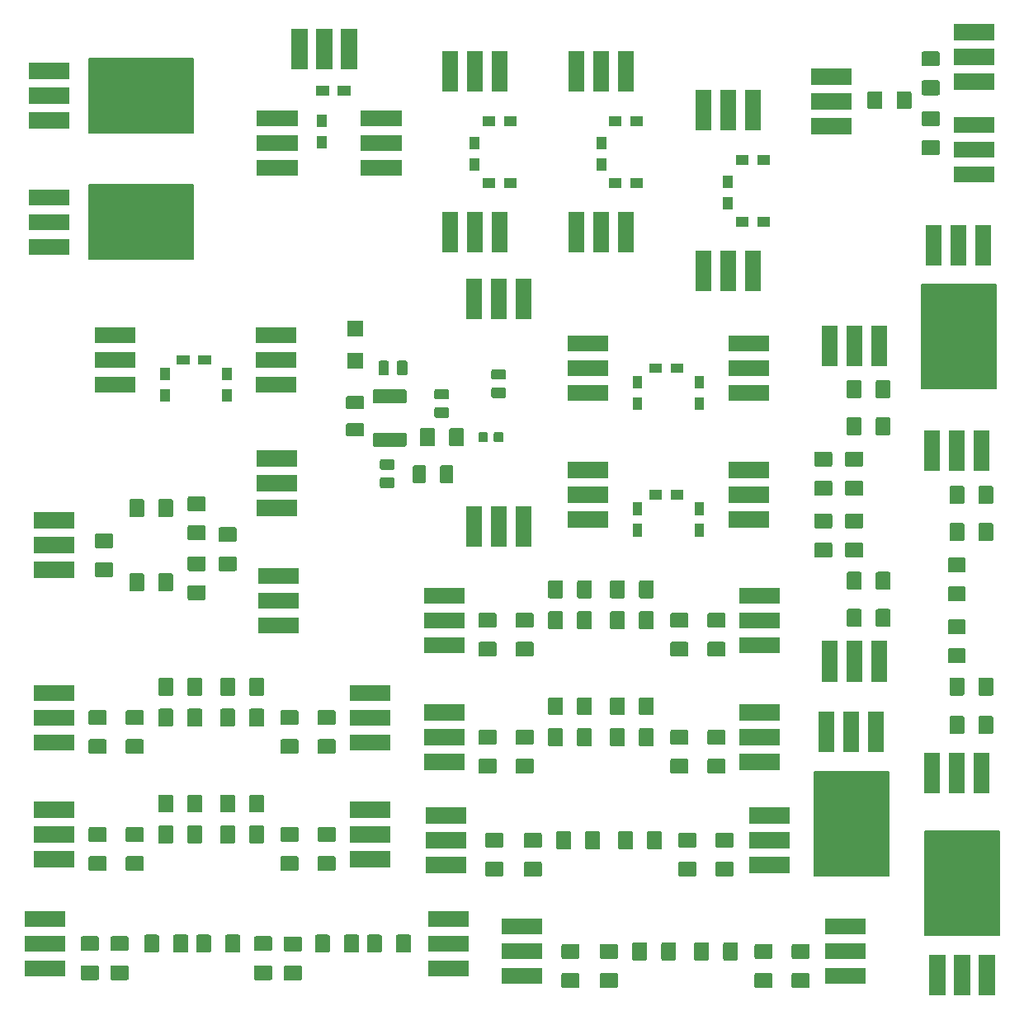
<source format=gts>
%MOIN*%
%OFA0B0*%
%FSLAX46Y46*%
%IPPOS*%
%LPD*%
%ADD10C,0.0039370078740157488*%
%ADD21C,0.0039370078740157488*%
%ADD22C,0.0039370078740157488*%
%ADD23C,0.0039370078740157488*%
%ADD24C,0.005905511811023622*%
%ADD25C,0.0039370078740157488*%
%ADD26C,0.0039370078740157488*%
%ADD27C,0.0039370078740157488*%
%ADD28C,0.0039370078740157488*%
%ADD29C,0.0039370078740157488*%
%ADD30C,0.0039370078740157488*%
%ADD31C,0.0039370078740157488*%
%ADD32C,0.0039370078740157488*%
%ADD33C,0.0039370078740157488*%
%ADD34C,0.0039370078740157488*%
%ADD35C,0.0039370078740157488*%
%ADD36C,0.005905511811023622*%
%ADD37C,0.0039370078740157488*%
%ADD38C,0.005905511811023622*%
%ADD39C,0.0039370078740157488*%
%ADD40C,0.0039370078740157488*%
%ADD41C,0.0039370078740157488*%
%ADD42C,0.0039370078740157488*%
%ADD43C,0.0039370078740157488*%
%ADD44C,0.0039370078740157488*%
%ADD45C,0.005905511811023622*%
%ADD46C,0.0039370078740157488*%
%ADD47C,0.005905511811023622*%
%ADD48C,0.0039370078740157488*%
G01*
D10*
G36*
X0003897165Y0003283937D02*
X0003733149Y0003283937D01*
X0003733149Y0003347952D01*
X0003897165Y0003347952D01*
X0003897165Y0003283937D01*
X0003897165Y0003283937D01*
G37*
G36*
X0003897165Y0003383937D02*
X0003733149Y0003383937D01*
X0003733149Y0003447952D01*
X0003897165Y0003447952D01*
X0003897165Y0003383937D01*
X0003897165Y0003383937D01*
G37*
G36*
X0003670691Y0003453713D02*
X0003672066Y0003453296D01*
X0003673333Y0003452618D01*
X0003674443Y0003451707D01*
X0003675355Y0003450597D01*
X0003676032Y0003449329D01*
X0003676449Y0003447955D01*
X0003676614Y0003446283D01*
X0003676614Y0003401354D01*
X0003676449Y0003399682D01*
X0003676032Y0003398307D01*
X0003675355Y0003397040D01*
X0003674443Y0003395930D01*
X0003673333Y0003395018D01*
X0003672066Y0003394341D01*
X0003670691Y0003393924D01*
X0003669019Y0003393759D01*
X0003611295Y0003393759D01*
X0003609623Y0003393924D01*
X0003608248Y0003394341D01*
X0003606981Y0003395018D01*
X0003605871Y0003395930D01*
X0003604959Y0003397040D01*
X0003604282Y0003398307D01*
X0003603865Y0003399682D01*
X0003603700Y0003401354D01*
X0003603700Y0003446283D01*
X0003603865Y0003447955D01*
X0003604282Y0003449329D01*
X0003604959Y0003450597D01*
X0003605871Y0003451707D01*
X0003606981Y0003452618D01*
X0003608248Y0003453296D01*
X0003609623Y0003453713D01*
X0003611295Y0003453877D01*
X0003669019Y0003453877D01*
X0003670691Y0003453713D01*
X0003670691Y0003453713D01*
G37*
G36*
X0003322165Y0003478937D02*
X0003158149Y0003478937D01*
X0003158149Y0003542952D01*
X0003322165Y0003542952D01*
X0003322165Y0003478937D01*
X0003322165Y0003478937D01*
G37*
G36*
X0003897165Y0003483937D02*
X0003733149Y0003483937D01*
X0003733149Y0003547952D01*
X0003897165Y0003547952D01*
X0003897165Y0003483937D01*
X0003897165Y0003483937D01*
G37*
G36*
X0003670691Y0003570839D02*
X0003672066Y0003570422D01*
X0003673333Y0003569744D01*
X0003674443Y0003568833D01*
X0003675355Y0003567723D01*
X0003676032Y0003566455D01*
X0003676449Y0003565081D01*
X0003676614Y0003563409D01*
X0003676614Y0003518480D01*
X0003676449Y0003516808D01*
X0003676032Y0003515433D01*
X0003675355Y0003514166D01*
X0003674443Y0003513056D01*
X0003673333Y0003512144D01*
X0003672066Y0003511467D01*
X0003670691Y0003511050D01*
X0003669019Y0003510885D01*
X0003611295Y0003510885D01*
X0003609623Y0003511050D01*
X0003608248Y0003511467D01*
X0003606981Y0003512144D01*
X0003605871Y0003513056D01*
X0003604959Y0003514166D01*
X0003604282Y0003515433D01*
X0003603865Y0003516808D01*
X0003603700Y0003518480D01*
X0003603700Y0003563409D01*
X0003603865Y0003565081D01*
X0003604282Y0003566455D01*
X0003604959Y0003567723D01*
X0003605871Y0003568833D01*
X0003606981Y0003569744D01*
X0003608248Y0003570422D01*
X0003609623Y0003570839D01*
X0003611295Y0003571003D01*
X0003669019Y0003571003D01*
X0003670691Y0003570839D01*
X0003670691Y0003570839D01*
G37*
G36*
X0003322165Y0003578937D02*
X0003158149Y0003578937D01*
X0003158149Y0003642952D01*
X0003322165Y0003642952D01*
X0003322165Y0003578937D01*
X0003322165Y0003578937D01*
G37*
G36*
X0003439293Y0003652236D02*
X0003440668Y0003651819D01*
X0003441935Y0003651142D01*
X0003443046Y0003650231D01*
X0003443957Y0003649120D01*
X0003444634Y0003647853D01*
X0003445051Y0003646478D01*
X0003445216Y0003644807D01*
X0003445216Y0003587082D01*
X0003445051Y0003585410D01*
X0003444634Y0003584036D01*
X0003443957Y0003582769D01*
X0003443046Y0003581658D01*
X0003441935Y0003580747D01*
X0003440668Y0003580069D01*
X0003439293Y0003579652D01*
X0003437622Y0003579488D01*
X0003392692Y0003579488D01*
X0003391021Y0003579652D01*
X0003389646Y0003580069D01*
X0003388379Y0003580747D01*
X0003387268Y0003581658D01*
X0003386357Y0003582769D01*
X0003385680Y0003584036D01*
X0003385263Y0003585410D01*
X0003385098Y0003587082D01*
X0003385098Y0003644807D01*
X0003385263Y0003646478D01*
X0003385680Y0003647853D01*
X0003386357Y0003649120D01*
X0003387268Y0003650231D01*
X0003388379Y0003651142D01*
X0003389646Y0003651819D01*
X0003391021Y0003652236D01*
X0003392692Y0003652401D01*
X0003437622Y0003652401D01*
X0003439293Y0003652236D01*
X0003439293Y0003652236D01*
G37*
G36*
X0003556419Y0003652236D02*
X0003557794Y0003651819D01*
X0003559061Y0003651142D01*
X0003560172Y0003650231D01*
X0003561083Y0003649120D01*
X0003561760Y0003647853D01*
X0003562177Y0003646478D01*
X0003562342Y0003644807D01*
X0003562342Y0003587082D01*
X0003562177Y0003585410D01*
X0003561760Y0003584036D01*
X0003561083Y0003582769D01*
X0003560172Y0003581658D01*
X0003559061Y0003580747D01*
X0003557794Y0003580069D01*
X0003556419Y0003579652D01*
X0003554748Y0003579488D01*
X0003509818Y0003579488D01*
X0003508147Y0003579652D01*
X0003506772Y0003580069D01*
X0003505505Y0003580747D01*
X0003504394Y0003581658D01*
X0003503483Y0003582769D01*
X0003502806Y0003584036D01*
X0003502389Y0003585410D01*
X0003502224Y0003587082D01*
X0003502224Y0003644807D01*
X0003502389Y0003646478D01*
X0003502806Y0003647853D01*
X0003503483Y0003649120D01*
X0003504394Y0003650231D01*
X0003505505Y0003651142D01*
X0003506772Y0003651819D01*
X0003508147Y0003652236D01*
X0003509818Y0003652401D01*
X0003554748Y0003652401D01*
X0003556419Y0003652236D01*
X0003556419Y0003652236D01*
G37*
G36*
X0003670691Y0003695839D02*
X0003672066Y0003695422D01*
X0003673333Y0003694744D01*
X0003674443Y0003693833D01*
X0003675355Y0003692723D01*
X0003676032Y0003691455D01*
X0003676449Y0003690081D01*
X0003676614Y0003688409D01*
X0003676614Y0003643480D01*
X0003676449Y0003641808D01*
X0003676032Y0003640433D01*
X0003675355Y0003639166D01*
X0003674443Y0003638056D01*
X0003673333Y0003637144D01*
X0003672066Y0003636467D01*
X0003670691Y0003636050D01*
X0003669019Y0003635885D01*
X0003611295Y0003635885D01*
X0003609623Y0003636050D01*
X0003608248Y0003636467D01*
X0003606981Y0003637144D01*
X0003605871Y0003638056D01*
X0003604959Y0003639166D01*
X0003604282Y0003640433D01*
X0003603865Y0003641808D01*
X0003603700Y0003643480D01*
X0003603700Y0003688409D01*
X0003603865Y0003690081D01*
X0003604282Y0003691455D01*
X0003604959Y0003692723D01*
X0003605871Y0003693833D01*
X0003606981Y0003694744D01*
X0003608248Y0003695422D01*
X0003609623Y0003695839D01*
X0003611295Y0003696003D01*
X0003669019Y0003696003D01*
X0003670691Y0003695839D01*
X0003670691Y0003695839D01*
G37*
G36*
X0003897165Y0003658937D02*
X0003733149Y0003658937D01*
X0003733149Y0003722952D01*
X0003897165Y0003722952D01*
X0003897165Y0003658937D01*
X0003897165Y0003658937D01*
G37*
G36*
X0003322165Y0003678937D02*
X0003158149Y0003678937D01*
X0003158149Y0003742952D01*
X0003322165Y0003742952D01*
X0003322165Y0003678937D01*
X0003322165Y0003678937D01*
G37*
G36*
X0003670691Y0003812965D02*
X0003672066Y0003812548D01*
X0003673333Y0003811870D01*
X0003674443Y0003810959D01*
X0003675355Y0003809849D01*
X0003676032Y0003808581D01*
X0003676449Y0003807207D01*
X0003676614Y0003805535D01*
X0003676614Y0003760606D01*
X0003676449Y0003758934D01*
X0003676032Y0003757559D01*
X0003675355Y0003756292D01*
X0003674443Y0003755182D01*
X0003673333Y0003754270D01*
X0003672066Y0003753593D01*
X0003670691Y0003753176D01*
X0003669019Y0003753011D01*
X0003611295Y0003753011D01*
X0003609623Y0003753176D01*
X0003608248Y0003753593D01*
X0003606981Y0003754270D01*
X0003605871Y0003755182D01*
X0003604959Y0003756292D01*
X0003604282Y0003757559D01*
X0003603865Y0003758934D01*
X0003603700Y0003760606D01*
X0003603700Y0003805535D01*
X0003603865Y0003807207D01*
X0003604282Y0003808581D01*
X0003604959Y0003809849D01*
X0003605871Y0003810959D01*
X0003606981Y0003811870D01*
X0003608248Y0003812548D01*
X0003609623Y0003812965D01*
X0003611295Y0003813129D01*
X0003669019Y0003813129D01*
X0003670691Y0003812965D01*
X0003670691Y0003812965D01*
G37*
G36*
X0003897165Y0003758937D02*
X0003733149Y0003758937D01*
X0003733149Y0003822952D01*
X0003897165Y0003822952D01*
X0003897165Y0003758937D01*
X0003897165Y0003758937D01*
G37*
G36*
X0003897165Y0003858937D02*
X0003733149Y0003858937D01*
X0003733149Y0003922952D01*
X0003897165Y0003922952D01*
X0003897165Y0003858937D01*
X0003897165Y0003858937D01*
G37*
G04 next file*
G04 #@! TF.GenerationSoftware,KiCad,Pcbnew,5.0.1*
G04 #@! TF.CreationDate,2018-12-27T15:02:32+01:00*
G04 #@! TF.ProjectId,PiAttenuator,5069417474656E7561746F722E6B6963,rev?*
G04 #@! TF.SameCoordinates,Original*
G04 #@! TF.FileFunction,Soldermask,Top*
G04 #@! TF.FilePolarity,Negative*
G04 Gerber Fmt 4.6, Leading zero omitted, Abs format (unit mm)*
G04 Created by KiCad (PCBNEW 5.0.1) date Do 27 Dez 2018 15:02:32 CET*
G01*
G04 APERTURE LIST*
G04 APERTURE END LIST*
D21*
G36*
X0000565787Y0002397204D02*
X0000526338Y0002397204D01*
X0000526338Y0002448464D01*
X0000565787Y0002448464D01*
X0000565787Y0002397204D01*
X0000565787Y0002397204D01*
G37*
G36*
X0000815787Y0002397204D02*
X0000776338Y0002397204D01*
X0000776338Y0002448464D01*
X0000815787Y0002448464D01*
X0000815787Y0002397204D01*
X0000815787Y0002397204D01*
G37*
G36*
X0000428070Y0002434133D02*
X0000264055Y0002434133D01*
X0000264055Y0002498149D01*
X0000428070Y0002498149D01*
X0000428070Y0002434133D01*
X0000428070Y0002434133D01*
G37*
G36*
X0001078070Y0002434133D02*
X0000914055Y0002434133D01*
X0000914055Y0002498149D01*
X0001078070Y0002498149D01*
X0001078070Y0002434133D01*
X0001078070Y0002434133D01*
G37*
G36*
X0000815787Y0002483818D02*
X0000776338Y0002483818D01*
X0000776338Y0002535078D01*
X0000815787Y0002535078D01*
X0000815787Y0002483818D01*
X0000815787Y0002483818D01*
G37*
G36*
X0000565787Y0002483818D02*
X0000526338Y0002483818D01*
X0000526338Y0002535078D01*
X0000565787Y0002535078D01*
X0000565787Y0002483818D01*
X0000565787Y0002483818D01*
G37*
G36*
X0001078070Y0002534133D02*
X0000914055Y0002534133D01*
X0000914055Y0002598149D01*
X0001078070Y0002598149D01*
X0001078070Y0002534133D01*
X0001078070Y0002534133D01*
G37*
G36*
X0000428070Y0002534133D02*
X0000264055Y0002534133D01*
X0000264055Y0002598149D01*
X0000428070Y0002598149D01*
X0000428070Y0002534133D01*
X0000428070Y0002534133D01*
G37*
G36*
X0000645905Y0002546417D02*
X0000594645Y0002546417D01*
X0000594645Y0002585866D01*
X0000645905Y0002585866D01*
X0000645905Y0002546417D01*
X0000645905Y0002546417D01*
G37*
G36*
X0000732519Y0002546417D02*
X0000681259Y0002546417D01*
X0000681259Y0002585866D01*
X0000732519Y0002585866D01*
X0000732519Y0002546417D01*
X0000732519Y0002546417D01*
G37*
G36*
X0000428070Y0002634133D02*
X0000264055Y0002634133D01*
X0000264055Y0002698149D01*
X0000428070Y0002698149D01*
X0000428070Y0002634133D01*
X0000428070Y0002634133D01*
G37*
G36*
X0001078070Y0002634133D02*
X0000914055Y0002634133D01*
X0000914055Y0002698149D01*
X0001078070Y0002698149D01*
X0001078070Y0002634133D01*
X0001078070Y0002634133D01*
G37*
G04 next file*
G04 #@! TF.GenerationSoftware,KiCad,Pcbnew,5.0.1*
G04 #@! TF.CreationDate,2018-12-27T15:17:57+01:00*
G04 #@! TF.ProjectId,BiasT,42696173542E6B696361645F70636200,rev?*
G04 #@! TF.SameCoordinates,Original*
G04 #@! TF.FileFunction,Soldermask,Top*
G04 #@! TF.FilePolarity,Negative*
G04 Gerber Fmt 4.6, Leading zero omitted, Abs format (unit mm)*
G04 Created by KiCad (PCBNEW 5.0.1) date Do 27 Dez 2018 15:17:57 CET*
G01*
G04 APERTURE LIST*
G04 APERTURE END LIST*
D22*
G36*
X0002026574Y0002895078D02*
X0002026574Y0002731062D01*
X0001962559Y0002731062D01*
X0001962559Y0002895078D01*
X0002026574Y0002895078D01*
X0002026574Y0002895078D01*
G37*
G36*
X0002026574Y0001975551D02*
X0002026574Y0001811535D01*
X0001962559Y0001811535D01*
X0001962559Y0001975551D01*
X0002026574Y0001975551D01*
X0002026574Y0001975551D01*
G37*
G36*
X0001926574Y0002895078D02*
X0001926574Y0002731062D01*
X0001862559Y0002731062D01*
X0001862559Y0002895078D01*
X0001926574Y0002895078D01*
X0001926574Y0002895078D01*
G37*
G36*
X0001926574Y0001975551D02*
X0001926574Y0001811535D01*
X0001862559Y0001811535D01*
X0001862559Y0001975551D01*
X0001926574Y0001975551D01*
X0001926574Y0001975551D01*
G37*
G36*
X0001865179Y0002522006D02*
X0001865641Y0002523528D01*
X0001866391Y0002524932D01*
X0001867400Y0002526162D01*
X0001868630Y0002527171D01*
X0001870033Y0002527921D01*
X0001871556Y0002528383D01*
X0001873381Y0002528562D01*
X0001915752Y0002528562D01*
X0001917577Y0002528383D01*
X0001919099Y0002527921D01*
X0001920503Y0002527171D01*
X0001921732Y0002526162D01*
X0001922742Y0002524932D01*
X0001923492Y0002523528D01*
X0001923954Y0002522006D01*
X0001924133Y0002520181D01*
X0001924133Y0002494542D01*
X0001923954Y0002492717D01*
X0001923492Y0002491195D01*
X0001922742Y0002489792D01*
X0001921732Y0002488562D01*
X0001920503Y0002487553D01*
X0001919099Y0002486802D01*
X0001917577Y0002486341D01*
X0001915752Y0002486161D01*
X0001873381Y0002486161D01*
X0001871556Y0002486341D01*
X0001870033Y0002486802D01*
X0001868630Y0002487553D01*
X0001867400Y0002488562D01*
X0001866391Y0002489792D01*
X0001865641Y0002491195D01*
X0001865179Y0002492717D01*
X0001865000Y0002494542D01*
X0001865000Y0002520181D01*
X0001865179Y0002522006D01*
X0001865179Y0002522006D01*
G37*
G36*
X0001865179Y0002448187D02*
X0001865641Y0002449710D01*
X0001866391Y0002451113D01*
X0001867400Y0002452343D01*
X0001868630Y0002453352D01*
X0001870033Y0002454102D01*
X0001871556Y0002454564D01*
X0001873381Y0002454744D01*
X0001915752Y0002454744D01*
X0001917577Y0002454564D01*
X0001919099Y0002454102D01*
X0001920503Y0002453352D01*
X0001921732Y0002452343D01*
X0001922742Y0002451113D01*
X0001923492Y0002449710D01*
X0001923954Y0002448187D01*
X0001924133Y0002446362D01*
X0001924133Y0002420723D01*
X0001923954Y0002418898D01*
X0001923492Y0002417376D01*
X0001922742Y0002415973D01*
X0001921732Y0002414743D01*
X0001920503Y0002413734D01*
X0001919099Y0002412984D01*
X0001917577Y0002412522D01*
X0001915752Y0002412342D01*
X0001873381Y0002412342D01*
X0001871556Y0002412522D01*
X0001870033Y0002412984D01*
X0001868630Y0002413734D01*
X0001867400Y0002414743D01*
X0001866391Y0002415973D01*
X0001865641Y0002417376D01*
X0001865179Y0002418898D01*
X0001865000Y0002420723D01*
X0001865000Y0002446362D01*
X0001865179Y0002448187D01*
X0001865179Y0002448187D01*
G37*
G36*
X0001875495Y0002268487D02*
X0001875901Y0002269825D01*
X0001876560Y0002271058D01*
X0001877447Y0002272139D01*
X0001878528Y0002273026D01*
X0001879761Y0002273685D01*
X0001881098Y0002274091D01*
X0001882731Y0002274251D01*
X0001906401Y0002274251D01*
X0001908035Y0002274091D01*
X0001909372Y0002273685D01*
X0001910605Y0002273026D01*
X0001911686Y0002272139D01*
X0001912573Y0002271058D01*
X0001913232Y0002269825D01*
X0001913638Y0002268487D01*
X0001913799Y0002266854D01*
X0001913799Y0002240231D01*
X0001913638Y0002238598D01*
X0001913232Y0002237261D01*
X0001912573Y0002236028D01*
X0001911686Y0002234947D01*
X0001910605Y0002234060D01*
X0001909372Y0002233401D01*
X0001908035Y0002232995D01*
X0001906401Y0002232834D01*
X0001882731Y0002232834D01*
X0001881098Y0002232995D01*
X0001879761Y0002233401D01*
X0001878528Y0002234060D01*
X0001877447Y0002234947D01*
X0001876560Y0002236028D01*
X0001875901Y0002237261D01*
X0001875495Y0002238598D01*
X0001875334Y0002240231D01*
X0001875334Y0002266854D01*
X0001875495Y0002268487D01*
X0001875495Y0002268487D01*
G37*
G36*
X0001813487Y0002268487D02*
X0001813893Y0002269825D01*
X0001814552Y0002271058D01*
X0001815439Y0002272139D01*
X0001816520Y0002273026D01*
X0001817753Y0002273685D01*
X0001819090Y0002274091D01*
X0001820724Y0002274251D01*
X0001844394Y0002274251D01*
X0001846027Y0002274091D01*
X0001847364Y0002273685D01*
X0001848597Y0002273026D01*
X0001849678Y0002272139D01*
X0001850565Y0002271058D01*
X0001851224Y0002269825D01*
X0001851630Y0002268487D01*
X0001851791Y0002266854D01*
X0001851791Y0002240231D01*
X0001851630Y0002238598D01*
X0001851224Y0002237261D01*
X0001850565Y0002236028D01*
X0001849678Y0002234947D01*
X0001848597Y0002234060D01*
X0001847364Y0002233401D01*
X0001846027Y0002232995D01*
X0001844394Y0002232834D01*
X0001820724Y0002232834D01*
X0001819090Y0002232995D01*
X0001817753Y0002233401D01*
X0001816520Y0002234060D01*
X0001815439Y0002234947D01*
X0001814552Y0002236028D01*
X0001813893Y0002237261D01*
X0001813487Y0002238598D01*
X0001813326Y0002240231D01*
X0001813326Y0002266854D01*
X0001813487Y0002268487D01*
X0001813487Y0002268487D01*
G37*
G36*
X0001826574Y0002895078D02*
X0001826574Y0002731062D01*
X0001762559Y0002731062D01*
X0001762559Y0002895078D01*
X0001826574Y0002895078D01*
X0001826574Y0002895078D01*
G37*
G36*
X0001826574Y0001975551D02*
X0001826574Y0001811535D01*
X0001762559Y0001811535D01*
X0001762559Y0001975551D01*
X0001826574Y0001975551D01*
X0001826574Y0001975551D01*
G37*
G36*
X0001694672Y0002284077D02*
X0001695089Y0002285451D01*
X0001695766Y0002286719D01*
X0001696678Y0002287829D01*
X0001697788Y0002288740D01*
X0001699056Y0002289418D01*
X0001700430Y0002289835D01*
X0001702102Y0002290000D01*
X0001747031Y0002290000D01*
X0001748703Y0002289835D01*
X0001750077Y0002289418D01*
X0001751345Y0002288740D01*
X0001752455Y0002287829D01*
X0001753367Y0002286719D01*
X0001754044Y0002285451D01*
X0001754461Y0002284077D01*
X0001754625Y0002282405D01*
X0001754625Y0002224680D01*
X0001754461Y0002223009D01*
X0001754044Y0002221634D01*
X0001753367Y0002220367D01*
X0001752455Y0002219256D01*
X0001751345Y0002218345D01*
X0001750077Y0002217668D01*
X0001748703Y0002217251D01*
X0001747031Y0002217086D01*
X0001702102Y0002217086D01*
X0001700430Y0002217251D01*
X0001699056Y0002217668D01*
X0001697788Y0002218345D01*
X0001696678Y0002219256D01*
X0001695766Y0002220367D01*
X0001695089Y0002221634D01*
X0001694672Y0002223009D01*
X0001694507Y0002224680D01*
X0001694507Y0002282405D01*
X0001694672Y0002284077D01*
X0001694672Y0002284077D01*
G37*
G36*
X0001658123Y0002133803D02*
X0001658560Y0002135241D01*
X0001659268Y0002136567D01*
X0001660222Y0002137729D01*
X0001661385Y0002138683D01*
X0001662710Y0002139392D01*
X0001664149Y0002139828D01*
X0001665887Y0002139999D01*
X0001703246Y0002139999D01*
X0001704984Y0002139828D01*
X0001706423Y0002139392D01*
X0001707748Y0002138683D01*
X0001708911Y0002137729D01*
X0001709864Y0002136567D01*
X0001710573Y0002135241D01*
X0001711009Y0002133803D01*
X0001711181Y0002132065D01*
X0001711181Y0002075021D01*
X0001711009Y0002073283D01*
X0001710573Y0002071844D01*
X0001709864Y0002070518D01*
X0001708911Y0002069356D01*
X0001707748Y0002068402D01*
X0001706423Y0002067694D01*
X0001704984Y0002067257D01*
X0001703246Y0002067086D01*
X0001665887Y0002067086D01*
X0001664149Y0002067257D01*
X0001662710Y0002067694D01*
X0001661385Y0002068402D01*
X0001660222Y0002069356D01*
X0001659268Y0002070518D01*
X0001658560Y0002071844D01*
X0001658123Y0002073283D01*
X0001657952Y0002075021D01*
X0001657952Y0002132065D01*
X0001658123Y0002133803D01*
X0001658123Y0002133803D01*
G37*
G36*
X0001635179Y0002368187D02*
X0001635641Y0002369710D01*
X0001636391Y0002371113D01*
X0001637400Y0002372343D01*
X0001638630Y0002373352D01*
X0001640033Y0002374102D01*
X0001641556Y0002374564D01*
X0001643381Y0002374744D01*
X0001685752Y0002374744D01*
X0001687577Y0002374564D01*
X0001689099Y0002374102D01*
X0001690503Y0002373352D01*
X0001691732Y0002372343D01*
X0001692742Y0002371113D01*
X0001693492Y0002369710D01*
X0001693954Y0002368187D01*
X0001694133Y0002366362D01*
X0001694133Y0002340723D01*
X0001693954Y0002338898D01*
X0001693492Y0002337376D01*
X0001692742Y0002335973D01*
X0001691732Y0002334743D01*
X0001690503Y0002333734D01*
X0001689099Y0002332984D01*
X0001687577Y0002332522D01*
X0001685752Y0002332342D01*
X0001643381Y0002332342D01*
X0001641556Y0002332522D01*
X0001640033Y0002332984D01*
X0001638630Y0002333734D01*
X0001637400Y0002334743D01*
X0001636391Y0002335973D01*
X0001635641Y0002337376D01*
X0001635179Y0002338898D01*
X0001635000Y0002340723D01*
X0001635000Y0002366362D01*
X0001635179Y0002368187D01*
X0001635179Y0002368187D01*
G37*
G36*
X0001635179Y0002442006D02*
X0001635641Y0002443529D01*
X0001636391Y0002444932D01*
X0001637400Y0002446162D01*
X0001638630Y0002447171D01*
X0001640033Y0002447921D01*
X0001641556Y0002448383D01*
X0001643381Y0002448562D01*
X0001685752Y0002448562D01*
X0001687577Y0002448383D01*
X0001689099Y0002447921D01*
X0001690503Y0002447171D01*
X0001691732Y0002446162D01*
X0001692742Y0002444932D01*
X0001693492Y0002443529D01*
X0001693954Y0002442006D01*
X0001694133Y0002440181D01*
X0001694133Y0002414542D01*
X0001693954Y0002412717D01*
X0001693492Y0002411195D01*
X0001692742Y0002409792D01*
X0001691732Y0002408562D01*
X0001690503Y0002407553D01*
X0001689099Y0002406802D01*
X0001687577Y0002406341D01*
X0001685752Y0002406161D01*
X0001643381Y0002406161D01*
X0001641556Y0002406341D01*
X0001640033Y0002406802D01*
X0001638630Y0002407553D01*
X0001637400Y0002408562D01*
X0001636391Y0002409792D01*
X0001635641Y0002411195D01*
X0001635179Y0002412717D01*
X0001635000Y0002414542D01*
X0001635000Y0002440181D01*
X0001635179Y0002442006D01*
X0001635179Y0002442006D01*
G37*
G36*
X0001577546Y0002284077D02*
X0001577963Y0002285451D01*
X0001578640Y0002286719D01*
X0001579552Y0002287829D01*
X0001580662Y0002288740D01*
X0001581930Y0002289418D01*
X0001583304Y0002289835D01*
X0001584976Y0002290000D01*
X0001629905Y0002290000D01*
X0001631577Y0002289835D01*
X0001632951Y0002289418D01*
X0001634219Y0002288740D01*
X0001635329Y0002287829D01*
X0001636241Y0002286719D01*
X0001636918Y0002285451D01*
X0001637335Y0002284077D01*
X0001637500Y0002282405D01*
X0001637500Y0002224680D01*
X0001637335Y0002223009D01*
X0001636918Y0002221634D01*
X0001636241Y0002220367D01*
X0001635329Y0002219256D01*
X0001634219Y0002218345D01*
X0001632951Y0002217668D01*
X0001631577Y0002217251D01*
X0001629905Y0002217086D01*
X0001584976Y0002217086D01*
X0001583304Y0002217251D01*
X0001581930Y0002217668D01*
X0001580662Y0002218345D01*
X0001579552Y0002219256D01*
X0001578640Y0002220367D01*
X0001577963Y0002221634D01*
X0001577546Y0002223009D01*
X0001577381Y0002224680D01*
X0001577381Y0002282405D01*
X0001577546Y0002284077D01*
X0001577546Y0002284077D01*
G37*
G36*
X0001547887Y0002133803D02*
X0001548324Y0002135241D01*
X0001549032Y0002136567D01*
X0001549986Y0002137729D01*
X0001551148Y0002138683D01*
X0001552474Y0002139392D01*
X0001553913Y0002139828D01*
X0001555651Y0002139999D01*
X0001593010Y0002139999D01*
X0001594748Y0002139828D01*
X0001596186Y0002139392D01*
X0001597512Y0002138683D01*
X0001598674Y0002137729D01*
X0001599628Y0002136567D01*
X0001600337Y0002135241D01*
X0001600773Y0002133803D01*
X0001600944Y0002132065D01*
X0001600944Y0002075021D01*
X0001600773Y0002073283D01*
X0001600337Y0002071844D01*
X0001599628Y0002070518D01*
X0001598674Y0002069356D01*
X0001597512Y0002068402D01*
X0001596186Y0002067694D01*
X0001594748Y0002067257D01*
X0001593010Y0002067086D01*
X0001555651Y0002067086D01*
X0001553913Y0002067257D01*
X0001552474Y0002067694D01*
X0001551148Y0002068402D01*
X0001549986Y0002069356D01*
X0001549032Y0002070518D01*
X0001548324Y0002071844D01*
X0001547887Y0002073283D01*
X0001547716Y0002075021D01*
X0001547716Y0002132065D01*
X0001547887Y0002133803D01*
X0001547887Y0002133803D01*
G37*
G36*
X0001483545Y0002556553D02*
X0001484007Y0002558076D01*
X0001484757Y0002559479D01*
X0001485767Y0002560709D01*
X0001486996Y0002561718D01*
X0001488400Y0002562468D01*
X0001489922Y0002562930D01*
X0001491747Y0002563110D01*
X0001517386Y0002563110D01*
X0001519211Y0002562930D01*
X0001520733Y0002562468D01*
X0001522136Y0002561718D01*
X0001523366Y0002560709D01*
X0001524376Y0002559479D01*
X0001525126Y0002558076D01*
X0001525587Y0002556553D01*
X0001525767Y0002554728D01*
X0001525767Y0002512357D01*
X0001525587Y0002510532D01*
X0001525126Y0002509010D01*
X0001524376Y0002507607D01*
X0001523366Y0002506377D01*
X0001522136Y0002505368D01*
X0001520733Y0002504617D01*
X0001519211Y0002504156D01*
X0001517386Y0002503976D01*
X0001491747Y0002503976D01*
X0001489922Y0002504156D01*
X0001488400Y0002504617D01*
X0001486996Y0002505368D01*
X0001485767Y0002506377D01*
X0001484757Y0002507607D01*
X0001484007Y0002509010D01*
X0001483545Y0002510532D01*
X0001483366Y0002512357D01*
X0001483366Y0002554728D01*
X0001483545Y0002556553D01*
X0001483545Y0002556553D01*
G37*
G36*
X0001385799Y0002265030D02*
X0001386229Y0002266449D01*
X0001386928Y0002267757D01*
X0001387868Y0002268902D01*
X0001389014Y0002269843D01*
X0001390322Y0002270542D01*
X0001391740Y0002270972D01*
X0001393457Y0002271141D01*
X0001515675Y0002271141D01*
X0001517392Y0002270972D01*
X0001518811Y0002270542D01*
X0001520119Y0002269843D01*
X0001521265Y0002268902D01*
X0001522205Y0002267757D01*
X0001522904Y0002266449D01*
X0001523334Y0002265030D01*
X0001523503Y0002263313D01*
X0001523503Y0002223772D01*
X0001523334Y0002222055D01*
X0001522904Y0002220637D01*
X0001522205Y0002219329D01*
X0001521265Y0002218183D01*
X0001520119Y0002217243D01*
X0001518811Y0002216544D01*
X0001517392Y0002216113D01*
X0001515675Y0002215944D01*
X0001393457Y0002215944D01*
X0001391740Y0002216113D01*
X0001390322Y0002216544D01*
X0001389014Y0002217243D01*
X0001387868Y0002218183D01*
X0001386928Y0002219329D01*
X0001386229Y0002220637D01*
X0001385799Y0002222055D01*
X0001385629Y0002223772D01*
X0001385629Y0002263313D01*
X0001385799Y0002265030D01*
X0001385799Y0002265030D01*
G37*
G36*
X0001385799Y0002440227D02*
X0001386229Y0002441646D01*
X0001386928Y0002442953D01*
X0001387868Y0002444099D01*
X0001389014Y0002445040D01*
X0001390322Y0002445739D01*
X0001391740Y0002446169D01*
X0001393457Y0002446338D01*
X0001515675Y0002446338D01*
X0001517392Y0002446169D01*
X0001518811Y0002445739D01*
X0001520119Y0002445040D01*
X0001521265Y0002444099D01*
X0001522205Y0002442953D01*
X0001522904Y0002441646D01*
X0001523334Y0002440227D01*
X0001523503Y0002438510D01*
X0001523503Y0002398969D01*
X0001523334Y0002397252D01*
X0001522904Y0002395834D01*
X0001522205Y0002394526D01*
X0001521265Y0002393380D01*
X0001520119Y0002392440D01*
X0001518811Y0002391741D01*
X0001517392Y0002391310D01*
X0001515675Y0002391141D01*
X0001393457Y0002391141D01*
X0001391740Y0002391310D01*
X0001390322Y0002391741D01*
X0001389014Y0002392440D01*
X0001387868Y0002393380D01*
X0001386928Y0002394526D01*
X0001386229Y0002395834D01*
X0001385799Y0002397252D01*
X0001385629Y0002398969D01*
X0001385629Y0002438510D01*
X0001385799Y0002440227D01*
X0001385799Y0002440227D01*
G37*
G36*
X0001415179Y0002158187D02*
X0001415641Y0002159710D01*
X0001416391Y0002161113D01*
X0001417400Y0002162343D01*
X0001418630Y0002163352D01*
X0001420033Y0002164102D01*
X0001421556Y0002164564D01*
X0001423381Y0002164744D01*
X0001465752Y0002164744D01*
X0001467577Y0002164564D01*
X0001469099Y0002164102D01*
X0001470503Y0002163352D01*
X0001471732Y0002162343D01*
X0001472742Y0002161113D01*
X0001473492Y0002159710D01*
X0001473954Y0002158187D01*
X0001474133Y0002156362D01*
X0001474133Y0002130723D01*
X0001473954Y0002128898D01*
X0001473492Y0002127376D01*
X0001472742Y0002125973D01*
X0001471732Y0002124743D01*
X0001470503Y0002123734D01*
X0001469099Y0002122984D01*
X0001467577Y0002122522D01*
X0001465752Y0002122342D01*
X0001423381Y0002122342D01*
X0001421556Y0002122522D01*
X0001420033Y0002122984D01*
X0001418630Y0002123734D01*
X0001417400Y0002124743D01*
X0001416391Y0002125973D01*
X0001415641Y0002127376D01*
X0001415179Y0002128898D01*
X0001415000Y0002130723D01*
X0001415000Y0002156362D01*
X0001415179Y0002158187D01*
X0001415179Y0002158187D01*
G37*
G36*
X0001415179Y0002084368D02*
X0001415641Y0002085891D01*
X0001416391Y0002087294D01*
X0001417400Y0002088524D01*
X0001418630Y0002089533D01*
X0001420033Y0002090283D01*
X0001421556Y0002090745D01*
X0001423381Y0002090925D01*
X0001465752Y0002090925D01*
X0001467577Y0002090745D01*
X0001469099Y0002090283D01*
X0001470503Y0002089533D01*
X0001471732Y0002088524D01*
X0001472742Y0002087294D01*
X0001473492Y0002085891D01*
X0001473954Y0002084368D01*
X0001474133Y0002082543D01*
X0001474133Y0002056905D01*
X0001473954Y0002055080D01*
X0001473492Y0002053557D01*
X0001472742Y0002052154D01*
X0001471732Y0002050924D01*
X0001470503Y0002049915D01*
X0001469099Y0002049165D01*
X0001467577Y0002048703D01*
X0001465752Y0002048523D01*
X0001423381Y0002048523D01*
X0001421556Y0002048703D01*
X0001420033Y0002049165D01*
X0001418630Y0002049915D01*
X0001417400Y0002050924D01*
X0001416391Y0002052154D01*
X0001415641Y0002053557D01*
X0001415179Y0002055080D01*
X0001415000Y0002056905D01*
X0001415000Y0002082543D01*
X0001415179Y0002084368D01*
X0001415179Y0002084368D01*
G37*
G36*
X0001409726Y0002556553D02*
X0001410188Y0002558076D01*
X0001410938Y0002559479D01*
X0001411948Y0002560709D01*
X0001413177Y0002561718D01*
X0001414581Y0002562468D01*
X0001416103Y0002562930D01*
X0001417928Y0002563110D01*
X0001443567Y0002563110D01*
X0001445392Y0002562930D01*
X0001446914Y0002562468D01*
X0001448318Y0002561718D01*
X0001449547Y0002560709D01*
X0001450557Y0002559479D01*
X0001451307Y0002558076D01*
X0001451769Y0002556553D01*
X0001451948Y0002554728D01*
X0001451948Y0002512357D01*
X0001451769Y0002510532D01*
X0001451307Y0002509010D01*
X0001450557Y0002507607D01*
X0001449547Y0002506377D01*
X0001448318Y0002505368D01*
X0001446914Y0002504617D01*
X0001445392Y0002504156D01*
X0001443567Y0002503976D01*
X0001417928Y0002503976D01*
X0001416103Y0002504156D01*
X0001414581Y0002504617D01*
X0001413177Y0002505368D01*
X0001411948Y0002506377D01*
X0001410938Y0002507607D01*
X0001410188Y0002509010D01*
X0001409726Y0002510532D01*
X0001409547Y0002512357D01*
X0001409547Y0002554728D01*
X0001409726Y0002556553D01*
X0001409726Y0002556553D01*
G37*
G36*
X0001278281Y0002413960D02*
X0001278717Y0002415399D01*
X0001279426Y0002416725D01*
X0001280380Y0002417887D01*
X0001281542Y0002418841D01*
X0001282868Y0002419549D01*
X0001284306Y0002419986D01*
X0001286044Y0002420157D01*
X0001343089Y0002420157D01*
X0001344826Y0002419986D01*
X0001346265Y0002419549D01*
X0001347591Y0002418841D01*
X0001348753Y0002417887D01*
X0001349707Y0002416725D01*
X0001350416Y0002415399D01*
X0001350852Y0002413960D01*
X0001351023Y0002412222D01*
X0001351023Y0002374863D01*
X0001350852Y0002373125D01*
X0001350416Y0002371687D01*
X0001349707Y0002370361D01*
X0001348753Y0002369199D01*
X0001347591Y0002368245D01*
X0001346265Y0002367536D01*
X0001344826Y0002367100D01*
X0001343089Y0002366929D01*
X0001286044Y0002366929D01*
X0001284306Y0002367100D01*
X0001282868Y0002367536D01*
X0001281542Y0002368245D01*
X0001280380Y0002369199D01*
X0001279426Y0002370361D01*
X0001278717Y0002371687D01*
X0001278281Y0002373125D01*
X0001278110Y0002374863D01*
X0001278110Y0002412222D01*
X0001278281Y0002413960D01*
X0001278281Y0002413960D01*
G37*
G36*
X0001278281Y0002303724D02*
X0001278717Y0002305163D01*
X0001279426Y0002306488D01*
X0001280380Y0002307651D01*
X0001281542Y0002308605D01*
X0001282868Y0002309313D01*
X0001284306Y0002309750D01*
X0001286044Y0002309921D01*
X0001343089Y0002309921D01*
X0001344826Y0002309750D01*
X0001346265Y0002309313D01*
X0001347591Y0002308605D01*
X0001348753Y0002307651D01*
X0001349707Y0002306488D01*
X0001350416Y0002305163D01*
X0001350852Y0002303724D01*
X0001351023Y0002301986D01*
X0001351023Y0002264627D01*
X0001350852Y0002262889D01*
X0001350416Y0002261450D01*
X0001349707Y0002260125D01*
X0001348753Y0002258962D01*
X0001347591Y0002258009D01*
X0001346265Y0002257300D01*
X0001344826Y0002256864D01*
X0001343089Y0002256692D01*
X0001286044Y0002256692D01*
X0001284306Y0002256864D01*
X0001282868Y0002257300D01*
X0001281542Y0002258009D01*
X0001280380Y0002258962D01*
X0001279426Y0002260125D01*
X0001278717Y0002261450D01*
X0001278281Y0002262889D01*
X0001278110Y0002264627D01*
X0001278110Y0002301986D01*
X0001278281Y0002303724D01*
X0001278281Y0002303724D01*
G37*
G36*
X0001346102Y0002725078D02*
X0001346102Y0002662007D01*
X0001283031Y0002662007D01*
X0001283031Y0002725078D01*
X0001346102Y0002725078D01*
X0001346102Y0002725078D01*
G37*
G36*
X0001346102Y0002595078D02*
X0001346102Y0002532007D01*
X0001283031Y0002532007D01*
X0001283031Y0002595078D01*
X0001346102Y0002595078D01*
X0001346102Y0002595078D01*
G37*
G04 next file*
G04 #@! TF.GenerationSoftware,KiCad,Pcbnew,5.0.1*
G04 #@! TF.CreationDate,2018-12-27T15:20:24+01:00*
G04 #@! TF.ProjectId,DiscreteWilkinsonSplitter,446973637265746557696C6B696E736F,rev?*
G04 #@! TF.SameCoordinates,Original*
G04 #@! TF.FileFunction,Soldermask,Top*
G04 #@! TF.FilePolarity,Negative*
G04 Gerber Fmt 4.6, Leading zero omitted, Abs format (unit mm)*
G04 Created by KiCad (PCBNEW 5.0.1) date Do 27 Dez 2018 15:20:24 CET*
G01*
G04 APERTURE LIST*
G04 APERTURE END LIST*
D23*
G36*
X0001087007Y0001460314D02*
X0000922992Y0001460314D01*
X0000922992Y0001524330D01*
X0001087007Y0001524330D01*
X0001087007Y0001460314D01*
X0001087007Y0001460314D01*
G37*
G36*
X0001087007Y0001560314D02*
X0000922992Y0001560314D01*
X0000922992Y0001624330D01*
X0001087007Y0001624330D01*
X0001087007Y0001560314D01*
X0001087007Y0001560314D01*
G37*
G36*
X0000705533Y0001655091D02*
X0000706908Y0001654674D01*
X0000708175Y0001653996D01*
X0000709286Y0001653085D01*
X0000710197Y0001651974D01*
X0000710875Y0001650707D01*
X0000711292Y0001649333D01*
X0000711456Y0001647661D01*
X0000711456Y0001602732D01*
X0000711292Y0001601060D01*
X0000710875Y0001599685D01*
X0000710197Y0001598418D01*
X0000709286Y0001597308D01*
X0000708175Y0001596396D01*
X0000706908Y0001595719D01*
X0000705533Y0001595302D01*
X0000703862Y0001595137D01*
X0000646137Y0001595137D01*
X0000644466Y0001595302D01*
X0000643091Y0001595719D01*
X0000641824Y0001596396D01*
X0000640713Y0001597308D01*
X0000639802Y0001598418D01*
X0000639124Y0001599685D01*
X0000638707Y0001601060D01*
X0000638543Y0001602732D01*
X0000638543Y0001647661D01*
X0000638707Y0001649333D01*
X0000639124Y0001650707D01*
X0000639802Y0001651974D01*
X0000640713Y0001653085D01*
X0000641824Y0001653996D01*
X0000643091Y0001654674D01*
X0000644466Y0001655091D01*
X0000646137Y0001655255D01*
X0000703862Y0001655255D01*
X0000705533Y0001655091D01*
X0000705533Y0001655091D01*
G37*
G36*
X0000457010Y0001703614D02*
X0000458384Y0001703197D01*
X0000459652Y0001702520D01*
X0000460762Y0001701609D01*
X0000461674Y0001700498D01*
X0000462351Y0001699231D01*
X0000462768Y0001697856D01*
X0000462933Y0001696185D01*
X0000462933Y0001638460D01*
X0000462768Y0001636788D01*
X0000462351Y0001635414D01*
X0000461674Y0001634146D01*
X0000460762Y0001633036D01*
X0000459652Y0001632125D01*
X0000458384Y0001631447D01*
X0000457010Y0001631030D01*
X0000455338Y0001630866D01*
X0000410409Y0001630866D01*
X0000408737Y0001631030D01*
X0000407363Y0001631447D01*
X0000406095Y0001632125D01*
X0000404985Y0001633036D01*
X0000404073Y0001634146D01*
X0000403396Y0001635414D01*
X0000402979Y0001636788D01*
X0000402814Y0001638460D01*
X0000402814Y0001696185D01*
X0000402979Y0001697856D01*
X0000403396Y0001699231D01*
X0000404073Y0001700498D01*
X0000404985Y0001701609D01*
X0000406095Y0001702520D01*
X0000407363Y0001703197D01*
X0000408737Y0001703614D01*
X0000410409Y0001703779D01*
X0000455338Y0001703779D01*
X0000457010Y0001703614D01*
X0000457010Y0001703614D01*
G37*
G36*
X0000574136Y0001703614D02*
X0000575510Y0001703197D01*
X0000576778Y0001702520D01*
X0000577888Y0001701609D01*
X0000578800Y0001700498D01*
X0000579477Y0001699231D01*
X0000579894Y0001697856D01*
X0000580059Y0001696185D01*
X0000580059Y0001638460D01*
X0000579894Y0001636788D01*
X0000579477Y0001635414D01*
X0000578800Y0001634146D01*
X0000577888Y0001633036D01*
X0000576778Y0001632125D01*
X0000575510Y0001631447D01*
X0000574136Y0001631030D01*
X0000572464Y0001630866D01*
X0000527535Y0001630866D01*
X0000525863Y0001631030D01*
X0000524489Y0001631447D01*
X0000523221Y0001632125D01*
X0000522111Y0001633036D01*
X0000521199Y0001634146D01*
X0000520522Y0001635414D01*
X0000520105Y0001636788D01*
X0000519940Y0001638460D01*
X0000519940Y0001696185D01*
X0000520105Y0001697856D01*
X0000520522Y0001699231D01*
X0000521199Y0001700498D01*
X0000522111Y0001701609D01*
X0000523221Y0001702520D01*
X0000524489Y0001703197D01*
X0000525863Y0001703614D01*
X0000527535Y0001703779D01*
X0000572464Y0001703779D01*
X0000574136Y0001703614D01*
X0000574136Y0001703614D01*
G37*
G36*
X0001087007Y0001660314D02*
X0000922992Y0001660314D01*
X0000922992Y0001724330D01*
X0001087007Y0001724330D01*
X0001087007Y0001660314D01*
X0001087007Y0001660314D01*
G37*
G36*
X0000182007Y0001685314D02*
X0000017992Y0001685314D01*
X0000017992Y0001749330D01*
X0000182007Y0001749330D01*
X0000182007Y0001685314D01*
X0000182007Y0001685314D01*
G37*
G36*
X0000330533Y0001747217D02*
X0000331908Y0001746800D01*
X0000333175Y0001746122D01*
X0000334286Y0001745211D01*
X0000335197Y0001744100D01*
X0000335875Y0001742833D01*
X0000336292Y0001741459D01*
X0000336456Y0001739787D01*
X0000336456Y0001694857D01*
X0000336292Y0001693186D01*
X0000335875Y0001691811D01*
X0000335197Y0001690544D01*
X0000334286Y0001689434D01*
X0000333175Y0001688522D01*
X0000331908Y0001687845D01*
X0000330533Y0001687428D01*
X0000328862Y0001687263D01*
X0000271137Y0001687263D01*
X0000269466Y0001687428D01*
X0000268091Y0001687845D01*
X0000266824Y0001688522D01*
X0000265713Y0001689434D01*
X0000264802Y0001690544D01*
X0000264124Y0001691811D01*
X0000263707Y0001693186D01*
X0000263543Y0001694857D01*
X0000263543Y0001739787D01*
X0000263707Y0001741459D01*
X0000264124Y0001742833D01*
X0000264802Y0001744100D01*
X0000265713Y0001745211D01*
X0000266824Y0001746122D01*
X0000268091Y0001746800D01*
X0000269466Y0001747217D01*
X0000271137Y0001747381D01*
X0000328862Y0001747381D01*
X0000330533Y0001747217D01*
X0000330533Y0001747217D01*
G37*
G36*
X0000830533Y0001772217D02*
X0000831908Y0001771800D01*
X0000833175Y0001771122D01*
X0000834286Y0001770211D01*
X0000835197Y0001769100D01*
X0000835875Y0001767833D01*
X0000836292Y0001766459D01*
X0000836456Y0001764787D01*
X0000836456Y0001719857D01*
X0000836292Y0001718186D01*
X0000835875Y0001716811D01*
X0000835197Y0001715544D01*
X0000834286Y0001714434D01*
X0000833175Y0001713522D01*
X0000831908Y0001712845D01*
X0000830533Y0001712428D01*
X0000828862Y0001712263D01*
X0000771137Y0001712263D01*
X0000769466Y0001712428D01*
X0000768091Y0001712845D01*
X0000766824Y0001713522D01*
X0000765713Y0001714434D01*
X0000764802Y0001715544D01*
X0000764124Y0001716811D01*
X0000763707Y0001718186D01*
X0000763543Y0001719857D01*
X0000763543Y0001764787D01*
X0000763707Y0001766459D01*
X0000764124Y0001767833D01*
X0000764802Y0001769100D01*
X0000765713Y0001770211D01*
X0000766824Y0001771122D01*
X0000768091Y0001771800D01*
X0000769466Y0001772217D01*
X0000771137Y0001772381D01*
X0000828862Y0001772381D01*
X0000830533Y0001772217D01*
X0000830533Y0001772217D01*
G37*
G36*
X0000705533Y0001772217D02*
X0000706908Y0001771800D01*
X0000708175Y0001771122D01*
X0000709286Y0001770211D01*
X0000710197Y0001769100D01*
X0000710875Y0001767833D01*
X0000711292Y0001766459D01*
X0000711456Y0001764787D01*
X0000711456Y0001719857D01*
X0000711292Y0001718186D01*
X0000710875Y0001716811D01*
X0000710197Y0001715544D01*
X0000709286Y0001714434D01*
X0000708175Y0001713522D01*
X0000706908Y0001712845D01*
X0000705533Y0001712428D01*
X0000703862Y0001712263D01*
X0000646137Y0001712263D01*
X0000644466Y0001712428D01*
X0000643091Y0001712845D01*
X0000641824Y0001713522D01*
X0000640713Y0001714434D01*
X0000639802Y0001715544D01*
X0000639124Y0001716811D01*
X0000638707Y0001718186D01*
X0000638543Y0001719857D01*
X0000638543Y0001764787D01*
X0000638707Y0001766459D01*
X0000639124Y0001767833D01*
X0000639802Y0001769100D01*
X0000640713Y0001770211D01*
X0000641824Y0001771122D01*
X0000643091Y0001771800D01*
X0000644466Y0001772217D01*
X0000646137Y0001772381D01*
X0000703862Y0001772381D01*
X0000705533Y0001772217D01*
X0000705533Y0001772217D01*
G37*
G36*
X0000182007Y0001785314D02*
X0000017992Y0001785314D01*
X0000017992Y0001849330D01*
X0000182007Y0001849330D01*
X0000182007Y0001785314D01*
X0000182007Y0001785314D01*
G37*
G36*
X0000330533Y0001864343D02*
X0000331908Y0001863926D01*
X0000333175Y0001863248D01*
X0000334286Y0001862337D01*
X0000335197Y0001861226D01*
X0000335875Y0001859959D01*
X0000336292Y0001858585D01*
X0000336456Y0001856913D01*
X0000336456Y0001811983D01*
X0000336292Y0001810312D01*
X0000335875Y0001808937D01*
X0000335197Y0001807670D01*
X0000334286Y0001806560D01*
X0000333175Y0001805648D01*
X0000331908Y0001804971D01*
X0000330533Y0001804554D01*
X0000328862Y0001804389D01*
X0000271137Y0001804389D01*
X0000269466Y0001804554D01*
X0000268091Y0001804971D01*
X0000266824Y0001805648D01*
X0000265713Y0001806560D01*
X0000264802Y0001807670D01*
X0000264124Y0001808937D01*
X0000263707Y0001810312D01*
X0000263543Y0001811983D01*
X0000263543Y0001856913D01*
X0000263707Y0001858585D01*
X0000264124Y0001859959D01*
X0000264802Y0001861226D01*
X0000265713Y0001862337D01*
X0000266824Y0001863248D01*
X0000268091Y0001863926D01*
X0000269466Y0001864343D01*
X0000271137Y0001864507D01*
X0000328862Y0001864507D01*
X0000330533Y0001864343D01*
X0000330533Y0001864343D01*
G37*
G36*
X0000830533Y0001889343D02*
X0000831908Y0001888926D01*
X0000833175Y0001888248D01*
X0000834286Y0001887337D01*
X0000835197Y0001886226D01*
X0000835875Y0001884959D01*
X0000836292Y0001883585D01*
X0000836456Y0001881913D01*
X0000836456Y0001836983D01*
X0000836292Y0001835312D01*
X0000835875Y0001833937D01*
X0000835197Y0001832670D01*
X0000834286Y0001831560D01*
X0000833175Y0001830648D01*
X0000831908Y0001829971D01*
X0000830533Y0001829554D01*
X0000828862Y0001829389D01*
X0000771137Y0001829389D01*
X0000769466Y0001829554D01*
X0000768091Y0001829971D01*
X0000766824Y0001830648D01*
X0000765713Y0001831560D01*
X0000764802Y0001832670D01*
X0000764124Y0001833937D01*
X0000763707Y0001835312D01*
X0000763543Y0001836983D01*
X0000763543Y0001881913D01*
X0000763707Y0001883585D01*
X0000764124Y0001884959D01*
X0000764802Y0001886226D01*
X0000765713Y0001887337D01*
X0000766824Y0001888248D01*
X0000768091Y0001888926D01*
X0000769466Y0001889343D01*
X0000771137Y0001889507D01*
X0000828862Y0001889507D01*
X0000830533Y0001889343D01*
X0000830533Y0001889343D01*
G37*
G36*
X0000705533Y0001897217D02*
X0000706908Y0001896800D01*
X0000708175Y0001896122D01*
X0000709286Y0001895211D01*
X0000710197Y0001894100D01*
X0000710875Y0001892833D01*
X0000711292Y0001891459D01*
X0000711456Y0001889787D01*
X0000711456Y0001844857D01*
X0000711292Y0001843186D01*
X0000710875Y0001841811D01*
X0000710197Y0001840544D01*
X0000709286Y0001839434D01*
X0000708175Y0001838522D01*
X0000706908Y0001837845D01*
X0000705533Y0001837428D01*
X0000703862Y0001837263D01*
X0000646137Y0001837263D01*
X0000644466Y0001837428D01*
X0000643091Y0001837845D01*
X0000641824Y0001838522D01*
X0000640713Y0001839434D01*
X0000639802Y0001840544D01*
X0000639124Y0001841811D01*
X0000638707Y0001843186D01*
X0000638543Y0001844857D01*
X0000638543Y0001889787D01*
X0000638707Y0001891459D01*
X0000639124Y0001892833D01*
X0000639802Y0001894100D01*
X0000640713Y0001895211D01*
X0000641824Y0001896122D01*
X0000643091Y0001896800D01*
X0000644466Y0001897217D01*
X0000646137Y0001897381D01*
X0000703862Y0001897381D01*
X0000705533Y0001897217D01*
X0000705533Y0001897217D01*
G37*
G36*
X0000182007Y0001885314D02*
X0000017992Y0001885314D01*
X0000017992Y0001949330D01*
X0000182007Y0001949330D01*
X0000182007Y0001885314D01*
X0000182007Y0001885314D01*
G37*
G36*
X0000574136Y0002003614D02*
X0000575510Y0002003197D01*
X0000576778Y0002002520D01*
X0000577888Y0002001609D01*
X0000578800Y0002000498D01*
X0000579477Y0001999231D01*
X0000579894Y0001997856D01*
X0000580059Y0001996185D01*
X0000580059Y0001938460D01*
X0000579894Y0001936788D01*
X0000579477Y0001935414D01*
X0000578800Y0001934146D01*
X0000577888Y0001933036D01*
X0000576778Y0001932125D01*
X0000575510Y0001931447D01*
X0000574136Y0001931030D01*
X0000572464Y0001930866D01*
X0000527535Y0001930866D01*
X0000525863Y0001931030D01*
X0000524489Y0001931447D01*
X0000523221Y0001932125D01*
X0000522111Y0001933036D01*
X0000521199Y0001934146D01*
X0000520522Y0001935414D01*
X0000520105Y0001936788D01*
X0000519940Y0001938460D01*
X0000519940Y0001996185D01*
X0000520105Y0001997856D01*
X0000520522Y0001999231D01*
X0000521199Y0002000498D01*
X0000522111Y0002001609D01*
X0000523221Y0002002520D01*
X0000524489Y0002003197D01*
X0000525863Y0002003614D01*
X0000527535Y0002003779D01*
X0000572464Y0002003779D01*
X0000574136Y0002003614D01*
X0000574136Y0002003614D01*
G37*
G36*
X0000457010Y0002003614D02*
X0000458384Y0002003197D01*
X0000459652Y0002002520D01*
X0000460762Y0002001609D01*
X0000461674Y0002000498D01*
X0000462351Y0001999231D01*
X0000462768Y0001997856D01*
X0000462933Y0001996185D01*
X0000462933Y0001938460D01*
X0000462768Y0001936788D01*
X0000462351Y0001935414D01*
X0000461674Y0001934146D01*
X0000460762Y0001933036D01*
X0000459652Y0001932125D01*
X0000458384Y0001931447D01*
X0000457010Y0001931030D01*
X0000455338Y0001930866D01*
X0000410409Y0001930866D01*
X0000408737Y0001931030D01*
X0000407363Y0001931447D01*
X0000406095Y0001932125D01*
X0000404985Y0001933036D01*
X0000404073Y0001934146D01*
X0000403396Y0001935414D01*
X0000402979Y0001936788D01*
X0000402814Y0001938460D01*
X0000402814Y0001996185D01*
X0000402979Y0001997856D01*
X0000403396Y0001999231D01*
X0000404073Y0002000498D01*
X0000404985Y0002001609D01*
X0000406095Y0002002520D01*
X0000407363Y0002003197D01*
X0000408737Y0002003614D01*
X0000410409Y0002003779D01*
X0000455338Y0002003779D01*
X0000457010Y0002003614D01*
X0000457010Y0002003614D01*
G37*
G36*
X0001082007Y0001935314D02*
X0000917992Y0001935314D01*
X0000917992Y0001999330D01*
X0001082007Y0001999330D01*
X0001082007Y0001935314D01*
X0001082007Y0001935314D01*
G37*
G36*
X0000705533Y0002014343D02*
X0000706908Y0002013926D01*
X0000708175Y0002013248D01*
X0000709286Y0002012337D01*
X0000710197Y0002011226D01*
X0000710875Y0002009959D01*
X0000711292Y0002008585D01*
X0000711456Y0002006913D01*
X0000711456Y0001961983D01*
X0000711292Y0001960312D01*
X0000710875Y0001958937D01*
X0000710197Y0001957670D01*
X0000709286Y0001956560D01*
X0000708175Y0001955648D01*
X0000706908Y0001954971D01*
X0000705533Y0001954554D01*
X0000703862Y0001954389D01*
X0000646137Y0001954389D01*
X0000644466Y0001954554D01*
X0000643091Y0001954971D01*
X0000641824Y0001955648D01*
X0000640713Y0001956560D01*
X0000639802Y0001957670D01*
X0000639124Y0001958937D01*
X0000638707Y0001960312D01*
X0000638543Y0001961983D01*
X0000638543Y0002006913D01*
X0000638707Y0002008585D01*
X0000639124Y0002009959D01*
X0000639802Y0002011226D01*
X0000640713Y0002012337D01*
X0000641824Y0002013248D01*
X0000643091Y0002013926D01*
X0000644466Y0002014343D01*
X0000646137Y0002014507D01*
X0000703862Y0002014507D01*
X0000705533Y0002014343D01*
X0000705533Y0002014343D01*
G37*
G36*
X0001082007Y0002035314D02*
X0000917992Y0002035314D01*
X0000917992Y0002099330D01*
X0001082007Y0002099330D01*
X0001082007Y0002035314D01*
X0001082007Y0002035314D01*
G37*
G36*
X0001082007Y0002135314D02*
X0000917992Y0002135314D01*
X0000917992Y0002199330D01*
X0001082007Y0002199330D01*
X0001082007Y0002135314D01*
X0001082007Y0002135314D01*
G37*
G04 next file*
G04 #@! TF.GenerationSoftware,KiCad,Pcbnew,5.0.1*
G04 #@! TF.CreationDate,2018-12-27T15:22:53+01:00*
G04 #@! TF.ProjectId,SMAadapter,534D41616461707465722E6B69636164,rev?*
G04 #@! TF.SameCoordinates,PX74c1a60PY7a15e80*
G04 #@! TF.FileFunction,Soldermask,Top*
G04 #@! TF.FilePolarity,Negative*
G04 Gerber Fmt 4.6, Leading zero omitted, Abs format (unit mm)*
G04 Created by KiCad (PCBNEW 5.0.1) date Do 27 Dez 2018 15:22:53 CET*
G01*
G04 APERTURE LIST*
G04 APERTURE END LIST*
D24*
G36*
X0003469606Y0000901732D02*
X0003469606Y0000481732D01*
X0003169606Y0000481732D01*
X0003169606Y0000901732D01*
X0003469606Y0000901732D01*
G37*
X0003469606Y0000901732D02*
X0003469606Y0000481732D01*
X0003169606Y0000481732D01*
X0003169606Y0000901732D01*
X0003469606Y0000901732D01*
D25*
G36*
X0003187598Y0000979881D02*
X0003187598Y0001143897D01*
X0003251614Y0001143897D01*
X0003251614Y0000979881D01*
X0003187598Y0000979881D01*
X0003187598Y0000979881D01*
G37*
G36*
X0003282165Y0000552795D02*
X0003282165Y0000690669D01*
X0003357047Y0000690669D01*
X0003357047Y0000552795D01*
X0003282165Y0000552795D01*
X0003282165Y0000552795D01*
G37*
G36*
X0003282165Y0000752795D02*
X0003282165Y0000890669D01*
X0003357047Y0000890669D01*
X0003357047Y0000752795D01*
X0003282165Y0000752795D01*
X0003282165Y0000752795D01*
G37*
G36*
X0003287598Y0000979881D02*
X0003287598Y0001143897D01*
X0003351614Y0001143897D01*
X0003351614Y0000979881D01*
X0003287598Y0000979881D01*
X0003287598Y0000979881D01*
G37*
G36*
X0003387598Y0000979881D02*
X0003387598Y0001143897D01*
X0003451614Y0001143897D01*
X0003451614Y0000979881D01*
X0003387598Y0000979881D01*
X0003387598Y0000979881D01*
G37*
G04 next file*
G04 #@! TF.GenerationSoftware,KiCad,Pcbnew,5.0.1*
G04 #@! TF.CreationDate,2018-12-27T15:25:58+01:00*
G04 #@! TF.ProjectId,Filter3Ord,46696C746572334F72642E6B69636164,rev?*
G04 #@! TF.SameCoordinates,Original*
G04 #@! TF.FileFunction,Soldermask,Top*
G04 #@! TF.FilePolarity,Negative*
G04 Gerber Fmt 4.6, Leading zero omitted, Abs format (unit mm)*
G04 Created by KiCad (PCBNEW 5.0.1) date Do 27 Dez 2018 15:25:58 CET*
G01*
G04 APERTURE LIST*
G04 APERTURE END LIST*
D26*
G36*
X0002995297Y0000087768D02*
X0002996672Y0000087351D01*
X0002997939Y0000086674D01*
X0002999050Y0000085762D01*
X0002999961Y0000084652D01*
X0003000638Y0000083384D01*
X0003001055Y0000082010D01*
X0003001220Y0000080338D01*
X0003001220Y0000035409D01*
X0003001055Y0000033737D01*
X0003000638Y0000032363D01*
X0002999961Y0000031095D01*
X0002999050Y0000029985D01*
X0002997939Y0000029073D01*
X0002996672Y0000028396D01*
X0002995297Y0000027979D01*
X0002993626Y0000027814D01*
X0002935901Y0000027814D01*
X0002934229Y0000027979D01*
X0002932855Y0000028396D01*
X0002931587Y0000029073D01*
X0002930477Y0000029985D01*
X0002929565Y0000031095D01*
X0002928888Y0000032363D01*
X0002928471Y0000033737D01*
X0002928307Y0000035409D01*
X0002928307Y0000080338D01*
X0002928471Y0000082010D01*
X0002928888Y0000083384D01*
X0002929565Y0000084652D01*
X0002930477Y0000085762D01*
X0002931587Y0000086674D01*
X0002932855Y0000087351D01*
X0002934229Y0000087768D01*
X0002935901Y0000087933D01*
X0002993626Y0000087933D01*
X0002995297Y0000087768D01*
X0002995297Y0000087768D01*
G37*
G36*
X0002215297Y0000087768D02*
X0002216672Y0000087351D01*
X0002217939Y0000086674D01*
X0002219050Y0000085762D01*
X0002219961Y0000084652D01*
X0002220638Y0000083384D01*
X0002221055Y0000082010D01*
X0002221220Y0000080338D01*
X0002221220Y0000035409D01*
X0002221055Y0000033737D01*
X0002220638Y0000032363D01*
X0002219961Y0000031095D01*
X0002219050Y0000029985D01*
X0002217939Y0000029073D01*
X0002216672Y0000028396D01*
X0002215297Y0000027979D01*
X0002213626Y0000027814D01*
X0002155901Y0000027814D01*
X0002154229Y0000027979D01*
X0002152855Y0000028396D01*
X0002151587Y0000029073D01*
X0002150477Y0000029985D01*
X0002149565Y0000031095D01*
X0002148888Y0000032363D01*
X0002148471Y0000033737D01*
X0002148307Y0000035409D01*
X0002148307Y0000080338D01*
X0002148471Y0000082010D01*
X0002148888Y0000083384D01*
X0002149565Y0000084652D01*
X0002150477Y0000085762D01*
X0002151587Y0000086674D01*
X0002152855Y0000087351D01*
X0002154229Y0000087768D01*
X0002155901Y0000087933D01*
X0002213626Y0000087933D01*
X0002215297Y0000087768D01*
X0002215297Y0000087768D01*
G37*
G36*
X0002370297Y0000087768D02*
X0002371672Y0000087351D01*
X0002372939Y0000086674D01*
X0002374050Y0000085762D01*
X0002374961Y0000084652D01*
X0002375638Y0000083384D01*
X0002376055Y0000082010D01*
X0002376220Y0000080338D01*
X0002376220Y0000035409D01*
X0002376055Y0000033737D01*
X0002375638Y0000032363D01*
X0002374961Y0000031095D01*
X0002374050Y0000029985D01*
X0002372939Y0000029073D01*
X0002371672Y0000028396D01*
X0002370297Y0000027979D01*
X0002368626Y0000027814D01*
X0002310901Y0000027814D01*
X0002309229Y0000027979D01*
X0002307855Y0000028396D01*
X0002306587Y0000029073D01*
X0002305477Y0000029985D01*
X0002304565Y0000031095D01*
X0002303888Y0000032363D01*
X0002303471Y0000033737D01*
X0002303307Y0000035409D01*
X0002303307Y0000080338D01*
X0002303471Y0000082010D01*
X0002303888Y0000083384D01*
X0002304565Y0000084652D01*
X0002305477Y0000085762D01*
X0002306587Y0000086674D01*
X0002307855Y0000087351D01*
X0002309229Y0000087768D01*
X0002310901Y0000087933D01*
X0002368626Y0000087933D01*
X0002370297Y0000087768D01*
X0002370297Y0000087768D01*
G37*
G36*
X0003145297Y0000087768D02*
X0003146672Y0000087351D01*
X0003147939Y0000086674D01*
X0003149050Y0000085762D01*
X0003149961Y0000084652D01*
X0003150638Y0000083384D01*
X0003151055Y0000082010D01*
X0003151220Y0000080338D01*
X0003151220Y0000035409D01*
X0003151055Y0000033737D01*
X0003150638Y0000032363D01*
X0003149961Y0000031095D01*
X0003149050Y0000029985D01*
X0003147939Y0000029073D01*
X0003146672Y0000028396D01*
X0003145297Y0000027979D01*
X0003143626Y0000027814D01*
X0003085901Y0000027814D01*
X0003084229Y0000027979D01*
X0003082855Y0000028396D01*
X0003081587Y0000029073D01*
X0003080477Y0000029985D01*
X0003079565Y0000031095D01*
X0003078888Y0000032363D01*
X0003078471Y0000033737D01*
X0003078307Y0000035409D01*
X0003078307Y0000080338D01*
X0003078471Y0000082010D01*
X0003078888Y0000083384D01*
X0003079565Y0000084652D01*
X0003080477Y0000085762D01*
X0003081587Y0000086674D01*
X0003082855Y0000087351D01*
X0003084229Y0000087768D01*
X0003085901Y0000087933D01*
X0003143626Y0000087933D01*
X0003145297Y0000087768D01*
X0003145297Y0000087768D01*
G37*
G36*
X0002071771Y0000042992D02*
X0001907755Y0000042992D01*
X0001907755Y0000107007D01*
X0002071771Y0000107007D01*
X0002071771Y0000042992D01*
X0002071771Y0000042992D01*
G37*
G36*
X0003376771Y0000042992D02*
X0003212755Y0000042992D01*
X0003212755Y0000107007D01*
X0003376771Y0000107007D01*
X0003376771Y0000042992D01*
X0003376771Y0000042992D01*
G37*
G36*
X0002856025Y0000211292D02*
X0002857400Y0000210875D01*
X0002858667Y0000210197D01*
X0002859778Y0000209286D01*
X0002860689Y0000208175D01*
X0002861367Y0000206908D01*
X0002861784Y0000205533D01*
X0002861948Y0000203862D01*
X0002861948Y0000146137D01*
X0002861784Y0000144466D01*
X0002861367Y0000143091D01*
X0002860689Y0000141824D01*
X0002859778Y0000140713D01*
X0002858667Y0000139802D01*
X0002857400Y0000139124D01*
X0002856025Y0000138707D01*
X0002854354Y0000138543D01*
X0002809424Y0000138543D01*
X0002807753Y0000138707D01*
X0002806378Y0000139124D01*
X0002805111Y0000139802D01*
X0002804000Y0000140713D01*
X0002803089Y0000141824D01*
X0002802412Y0000143091D01*
X0002801995Y0000144466D01*
X0002801830Y0000146137D01*
X0002801830Y0000203862D01*
X0002801995Y0000205533D01*
X0002802412Y0000206908D01*
X0002803089Y0000208175D01*
X0002804000Y0000209286D01*
X0002805111Y0000210197D01*
X0002806378Y0000210875D01*
X0002807753Y0000211292D01*
X0002809424Y0000211456D01*
X0002854354Y0000211456D01*
X0002856025Y0000211292D01*
X0002856025Y0000211292D01*
G37*
G36*
X0002488900Y0000211292D02*
X0002490274Y0000210875D01*
X0002491541Y0000210197D01*
X0002492652Y0000209286D01*
X0002493563Y0000208175D01*
X0002494241Y0000206908D01*
X0002494658Y0000205533D01*
X0002494822Y0000203862D01*
X0002494822Y0000146137D01*
X0002494658Y0000144466D01*
X0002494241Y0000143091D01*
X0002493563Y0000141824D01*
X0002492652Y0000140713D01*
X0002491541Y0000139802D01*
X0002490274Y0000139124D01*
X0002488900Y0000138707D01*
X0002487228Y0000138543D01*
X0002442298Y0000138543D01*
X0002440627Y0000138707D01*
X0002439252Y0000139124D01*
X0002437985Y0000139802D01*
X0002436875Y0000140713D01*
X0002435963Y0000141824D01*
X0002435286Y0000143091D01*
X0002434869Y0000144466D01*
X0002434704Y0000146137D01*
X0002434704Y0000203862D01*
X0002434869Y0000205533D01*
X0002435286Y0000206908D01*
X0002435963Y0000208175D01*
X0002436875Y0000209286D01*
X0002437985Y0000210197D01*
X0002439252Y0000210875D01*
X0002440627Y0000211292D01*
X0002442298Y0000211456D01*
X0002487228Y0000211456D01*
X0002488900Y0000211292D01*
X0002488900Y0000211292D01*
G37*
G36*
X0002606025Y0000211292D02*
X0002607400Y0000210875D01*
X0002608667Y0000210197D01*
X0002609778Y0000209286D01*
X0002610689Y0000208175D01*
X0002611367Y0000206908D01*
X0002611784Y0000205533D01*
X0002611948Y0000203862D01*
X0002611948Y0000146137D01*
X0002611784Y0000144466D01*
X0002611367Y0000143091D01*
X0002610689Y0000141824D01*
X0002609778Y0000140713D01*
X0002608667Y0000139802D01*
X0002607400Y0000139124D01*
X0002606025Y0000138707D01*
X0002604354Y0000138543D01*
X0002559424Y0000138543D01*
X0002557753Y0000138707D01*
X0002556378Y0000139124D01*
X0002555111Y0000139802D01*
X0002554000Y0000140713D01*
X0002553089Y0000141824D01*
X0002552412Y0000143091D01*
X0002551995Y0000144466D01*
X0002551830Y0000146137D01*
X0002551830Y0000203862D01*
X0002551995Y0000205533D01*
X0002552412Y0000206908D01*
X0002553089Y0000208175D01*
X0002554000Y0000209286D01*
X0002555111Y0000210197D01*
X0002556378Y0000210875D01*
X0002557753Y0000211292D01*
X0002559424Y0000211456D01*
X0002604354Y0000211456D01*
X0002606025Y0000211292D01*
X0002606025Y0000211292D01*
G37*
G36*
X0002738900Y0000211292D02*
X0002740274Y0000210875D01*
X0002741541Y0000210197D01*
X0002742652Y0000209286D01*
X0002743563Y0000208175D01*
X0002744241Y0000206908D01*
X0002744658Y0000205533D01*
X0002744822Y0000203862D01*
X0002744822Y0000146137D01*
X0002744658Y0000144466D01*
X0002744241Y0000143091D01*
X0002743563Y0000141824D01*
X0002742652Y0000140713D01*
X0002741541Y0000139802D01*
X0002740274Y0000139124D01*
X0002738900Y0000138707D01*
X0002737228Y0000138543D01*
X0002692298Y0000138543D01*
X0002690627Y0000138707D01*
X0002689252Y0000139124D01*
X0002687985Y0000139802D01*
X0002686875Y0000140713D01*
X0002685963Y0000141824D01*
X0002685286Y0000143091D01*
X0002684869Y0000144466D01*
X0002684704Y0000146137D01*
X0002684704Y0000203862D01*
X0002684869Y0000205533D01*
X0002685286Y0000206908D01*
X0002685963Y0000208175D01*
X0002686875Y0000209286D01*
X0002687985Y0000210197D01*
X0002689252Y0000210875D01*
X0002690627Y0000211292D01*
X0002692298Y0000211456D01*
X0002737228Y0000211456D01*
X0002738900Y0000211292D01*
X0002738900Y0000211292D01*
G37*
G36*
X0003376771Y0000142992D02*
X0003212755Y0000142992D01*
X0003212755Y0000207007D01*
X0003376771Y0000207007D01*
X0003376771Y0000142992D01*
X0003376771Y0000142992D01*
G37*
G36*
X0002071771Y0000142992D02*
X0001907755Y0000142992D01*
X0001907755Y0000207007D01*
X0002071771Y0000207007D01*
X0002071771Y0000142992D01*
X0002071771Y0000142992D01*
G37*
G36*
X0003145297Y0000204894D02*
X0003146672Y0000204477D01*
X0003147939Y0000203800D01*
X0003149050Y0000202888D01*
X0003149961Y0000201778D01*
X0003150638Y0000200510D01*
X0003151055Y0000199136D01*
X0003151220Y0000197464D01*
X0003151220Y0000152535D01*
X0003151055Y0000150863D01*
X0003150638Y0000149489D01*
X0003149961Y0000148221D01*
X0003149050Y0000147111D01*
X0003147939Y0000146199D01*
X0003146672Y0000145522D01*
X0003145297Y0000145105D01*
X0003143626Y0000144940D01*
X0003085901Y0000144940D01*
X0003084229Y0000145105D01*
X0003082855Y0000145522D01*
X0003081587Y0000146199D01*
X0003080477Y0000147111D01*
X0003079565Y0000148221D01*
X0003078888Y0000149489D01*
X0003078471Y0000150863D01*
X0003078307Y0000152535D01*
X0003078307Y0000197464D01*
X0003078471Y0000199136D01*
X0003078888Y0000200510D01*
X0003079565Y0000201778D01*
X0003080477Y0000202888D01*
X0003081587Y0000203800D01*
X0003082855Y0000204477D01*
X0003084229Y0000204894D01*
X0003085901Y0000205059D01*
X0003143626Y0000205059D01*
X0003145297Y0000204894D01*
X0003145297Y0000204894D01*
G37*
G36*
X0002995297Y0000204894D02*
X0002996672Y0000204477D01*
X0002997939Y0000203800D01*
X0002999050Y0000202888D01*
X0002999961Y0000201778D01*
X0003000638Y0000200510D01*
X0003001055Y0000199136D01*
X0003001220Y0000197464D01*
X0003001220Y0000152535D01*
X0003001055Y0000150863D01*
X0003000638Y0000149489D01*
X0002999961Y0000148221D01*
X0002999050Y0000147111D01*
X0002997939Y0000146199D01*
X0002996672Y0000145522D01*
X0002995297Y0000145105D01*
X0002993626Y0000144940D01*
X0002935901Y0000144940D01*
X0002934229Y0000145105D01*
X0002932855Y0000145522D01*
X0002931587Y0000146199D01*
X0002930477Y0000147111D01*
X0002929565Y0000148221D01*
X0002928888Y0000149489D01*
X0002928471Y0000150863D01*
X0002928307Y0000152535D01*
X0002928307Y0000197464D01*
X0002928471Y0000199136D01*
X0002928888Y0000200510D01*
X0002929565Y0000201778D01*
X0002930477Y0000202888D01*
X0002931587Y0000203800D01*
X0002932855Y0000204477D01*
X0002934229Y0000204894D01*
X0002935901Y0000205059D01*
X0002993626Y0000205059D01*
X0002995297Y0000204894D01*
X0002995297Y0000204894D01*
G37*
G36*
X0002215297Y0000204894D02*
X0002216672Y0000204477D01*
X0002217939Y0000203800D01*
X0002219050Y0000202888D01*
X0002219961Y0000201778D01*
X0002220638Y0000200510D01*
X0002221055Y0000199136D01*
X0002221220Y0000197464D01*
X0002221220Y0000152535D01*
X0002221055Y0000150863D01*
X0002220638Y0000149489D01*
X0002219961Y0000148221D01*
X0002219050Y0000147111D01*
X0002217939Y0000146199D01*
X0002216672Y0000145522D01*
X0002215297Y0000145105D01*
X0002213626Y0000144940D01*
X0002155901Y0000144940D01*
X0002154229Y0000145105D01*
X0002152855Y0000145522D01*
X0002151587Y0000146199D01*
X0002150477Y0000147111D01*
X0002149565Y0000148221D01*
X0002148888Y0000149489D01*
X0002148471Y0000150863D01*
X0002148307Y0000152535D01*
X0002148307Y0000197464D01*
X0002148471Y0000199136D01*
X0002148888Y0000200510D01*
X0002149565Y0000201778D01*
X0002150477Y0000202888D01*
X0002151587Y0000203800D01*
X0002152855Y0000204477D01*
X0002154229Y0000204894D01*
X0002155901Y0000205059D01*
X0002213626Y0000205059D01*
X0002215297Y0000204894D01*
X0002215297Y0000204894D01*
G37*
G36*
X0002370297Y0000204894D02*
X0002371672Y0000204477D01*
X0002372939Y0000203800D01*
X0002374050Y0000202888D01*
X0002374961Y0000201778D01*
X0002375638Y0000200510D01*
X0002376055Y0000199136D01*
X0002376220Y0000197464D01*
X0002376220Y0000152535D01*
X0002376055Y0000150863D01*
X0002375638Y0000149489D01*
X0002374961Y0000148221D01*
X0002374050Y0000147111D01*
X0002372939Y0000146199D01*
X0002371672Y0000145522D01*
X0002370297Y0000145105D01*
X0002368626Y0000144940D01*
X0002310901Y0000144940D01*
X0002309229Y0000145105D01*
X0002307855Y0000145522D01*
X0002306587Y0000146199D01*
X0002305477Y0000147111D01*
X0002304565Y0000148221D01*
X0002303888Y0000149489D01*
X0002303471Y0000150863D01*
X0002303307Y0000152535D01*
X0002303307Y0000197464D01*
X0002303471Y0000199136D01*
X0002303888Y0000200510D01*
X0002304565Y0000201778D01*
X0002305477Y0000202888D01*
X0002306587Y0000203800D01*
X0002307855Y0000204477D01*
X0002309229Y0000204894D01*
X0002310901Y0000205059D01*
X0002368626Y0000205059D01*
X0002370297Y0000204894D01*
X0002370297Y0000204894D01*
G37*
G36*
X0002071771Y0000242992D02*
X0001907755Y0000242992D01*
X0001907755Y0000307007D01*
X0002071771Y0000307007D01*
X0002071771Y0000242992D01*
X0002071771Y0000242992D01*
G37*
G36*
X0003376771Y0000242992D02*
X0003212755Y0000242992D01*
X0003212755Y0000307007D01*
X0003376771Y0000307007D01*
X0003376771Y0000242992D01*
X0003376771Y0000242992D01*
G37*
G04 next file*
G04 #@! TF.GenerationSoftware,KiCad,Pcbnew,5.0.1*
G04 #@! TF.CreationDate,2018-12-27T15:27:31+01:00*
G04 #@! TF.ProjectId,Filter4Ord,46696C746572344F72642E6B69636164,rev?*
G04 #@! TF.SameCoordinates,Original*
G04 #@! TF.FileFunction,Soldermask,Top*
G04 #@! TF.FilePolarity,Negative*
G04 Gerber Fmt 4.6, Leading zero omitted, Abs format (unit mm)*
G04 Created by KiCad (PCBNEW 5.0.1) date Do 27 Dez 2018 15:27:31 CET*
G01*
G04 APERTURE LIST*
G04 APERTURE END LIST*
D27*
G36*
X0001093604Y0000117551D02*
X0001094979Y0000117134D01*
X0001096246Y0000116457D01*
X0001097357Y0000115546D01*
X0001098268Y0000114435D01*
X0001098945Y0000113168D01*
X0001099362Y0000111793D01*
X0001099527Y0000110122D01*
X0001099527Y0000065192D01*
X0001099362Y0000063521D01*
X0001098945Y0000062146D01*
X0001098268Y0000060879D01*
X0001097357Y0000059768D01*
X0001096246Y0000058857D01*
X0001094979Y0000058180D01*
X0001093604Y0000057763D01*
X0001091933Y0000057598D01*
X0001034208Y0000057598D01*
X0001032536Y0000057763D01*
X0001031162Y0000058180D01*
X0001029895Y0000058857D01*
X0001028784Y0000059768D01*
X0001027873Y0000060879D01*
X0001027195Y0000062146D01*
X0001026778Y0000063521D01*
X0001026614Y0000065192D01*
X0001026614Y0000110122D01*
X0001026778Y0000111793D01*
X0001027195Y0000113168D01*
X0001027873Y0000114435D01*
X0001028784Y0000115546D01*
X0001029895Y0000116457D01*
X0001031162Y0000117134D01*
X0001032536Y0000117551D01*
X0001034208Y0000117716D01*
X0001091933Y0000117716D01*
X0001093604Y0000117551D01*
X0001093604Y0000117551D01*
G37*
G36*
X0000973604Y0000118988D02*
X0000974979Y0000118571D01*
X0000976246Y0000117894D01*
X0000977357Y0000116983D01*
X0000978268Y0000115872D01*
X0000978945Y0000114605D01*
X0000979362Y0000113230D01*
X0000979527Y0000111559D01*
X0000979527Y0000066629D01*
X0000979362Y0000064958D01*
X0000978945Y0000063583D01*
X0000978268Y0000062316D01*
X0000977357Y0000061205D01*
X0000976246Y0000060294D01*
X0000974979Y0000059617D01*
X0000973604Y0000059200D01*
X0000971933Y0000059035D01*
X0000914208Y0000059035D01*
X0000912536Y0000059200D01*
X0000911162Y0000059617D01*
X0000909895Y0000060294D01*
X0000908784Y0000061205D01*
X0000907873Y0000062316D01*
X0000907195Y0000063583D01*
X0000906778Y0000064958D01*
X0000906614Y0000066629D01*
X0000906614Y0000111559D01*
X0000906778Y0000113230D01*
X0000907195Y0000114605D01*
X0000907873Y0000115872D01*
X0000908784Y0000116983D01*
X0000909895Y0000117894D01*
X0000911162Y0000118571D01*
X0000912536Y0000118988D01*
X0000914208Y0000119153D01*
X0000971933Y0000119153D01*
X0000973604Y0000118988D01*
X0000973604Y0000118988D01*
G37*
G36*
X0000393604Y0000118988D02*
X0000394979Y0000118571D01*
X0000396246Y0000117894D01*
X0000397357Y0000116983D01*
X0000398268Y0000115872D01*
X0000398945Y0000114605D01*
X0000399362Y0000113230D01*
X0000399527Y0000111559D01*
X0000399527Y0000066629D01*
X0000399362Y0000064958D01*
X0000398945Y0000063583D01*
X0000398268Y0000062316D01*
X0000397357Y0000061205D01*
X0000396246Y0000060294D01*
X0000394979Y0000059617D01*
X0000393604Y0000059200D01*
X0000391933Y0000059035D01*
X0000334208Y0000059035D01*
X0000332536Y0000059200D01*
X0000331162Y0000059617D01*
X0000329895Y0000060294D01*
X0000328784Y0000061205D01*
X0000327873Y0000062316D01*
X0000327195Y0000063583D01*
X0000326778Y0000064958D01*
X0000326614Y0000066629D01*
X0000326614Y0000111559D01*
X0000326778Y0000113230D01*
X0000327195Y0000114605D01*
X0000327873Y0000115872D01*
X0000328784Y0000116983D01*
X0000329895Y0000117894D01*
X0000331162Y0000118571D01*
X0000332536Y0000118988D01*
X0000334208Y0000119153D01*
X0000391933Y0000119153D01*
X0000393604Y0000118988D01*
X0000393604Y0000118988D01*
G37*
G36*
X0000273604Y0000118988D02*
X0000274979Y0000118571D01*
X0000276246Y0000117894D01*
X0000277357Y0000116983D01*
X0000278268Y0000115872D01*
X0000278945Y0000114605D01*
X0000279362Y0000113230D01*
X0000279527Y0000111559D01*
X0000279527Y0000066629D01*
X0000279362Y0000064958D01*
X0000278945Y0000063583D01*
X0000278268Y0000062316D01*
X0000277357Y0000061205D01*
X0000276246Y0000060294D01*
X0000274979Y0000059617D01*
X0000273604Y0000059200D01*
X0000271933Y0000059035D01*
X0000214208Y0000059035D01*
X0000212536Y0000059200D01*
X0000211162Y0000059617D01*
X0000209895Y0000060294D01*
X0000208784Y0000061205D01*
X0000207873Y0000062316D01*
X0000207195Y0000063583D01*
X0000206778Y0000064958D01*
X0000206614Y0000066629D01*
X0000206614Y0000111559D01*
X0000206778Y0000113230D01*
X0000207195Y0000114605D01*
X0000207873Y0000115872D01*
X0000208784Y0000116983D01*
X0000209895Y0000117894D01*
X0000211162Y0000118571D01*
X0000212536Y0000118988D01*
X0000214208Y0000119153D01*
X0000271933Y0000119153D01*
X0000273604Y0000118988D01*
X0000273604Y0000118988D01*
G37*
G36*
X0001775078Y0000074212D02*
X0001611062Y0000074212D01*
X0001611062Y0000138228D01*
X0001775078Y0000138228D01*
X0001775078Y0000074212D01*
X0001775078Y0000074212D01*
G37*
G36*
X0000145078Y0000074212D02*
X-0000018937Y0000074212D01*
X-0000018937Y0000138228D01*
X0000145078Y0000138228D01*
X0000145078Y0000074212D01*
X0000145078Y0000074212D01*
G37*
G36*
X0001534333Y0000242512D02*
X0001535707Y0000242095D01*
X0001536975Y0000241418D01*
X0001538085Y0000240506D01*
X0001538996Y0000239396D01*
X0001539674Y0000238129D01*
X0001540091Y0000236754D01*
X0001540255Y0000235082D01*
X0001540255Y0000177358D01*
X0001540091Y0000175686D01*
X0001539674Y0000174311D01*
X0001538996Y0000173044D01*
X0001538085Y0000171934D01*
X0001536975Y0000171022D01*
X0001535707Y0000170345D01*
X0001534333Y0000169928D01*
X0001532661Y0000169763D01*
X0001487732Y0000169763D01*
X0001486060Y0000169928D01*
X0001484685Y0000170345D01*
X0001483418Y0000171022D01*
X0001482308Y0000171934D01*
X0001481396Y0000173044D01*
X0001480719Y0000174311D01*
X0001480302Y0000175686D01*
X0001480137Y0000177358D01*
X0001480137Y0000235082D01*
X0001480302Y0000236754D01*
X0001480719Y0000238129D01*
X0001481396Y0000239396D01*
X0001482308Y0000240506D01*
X0001483418Y0000241418D01*
X0001484685Y0000242095D01*
X0001486060Y0000242512D01*
X0001487732Y0000242677D01*
X0001532661Y0000242677D01*
X0001534333Y0000242512D01*
X0001534333Y0000242512D01*
G37*
G36*
X0000727207Y0000242512D02*
X0000728581Y0000242095D01*
X0000729849Y0000241418D01*
X0000730959Y0000240506D01*
X0000731870Y0000239396D01*
X0000732548Y0000238129D01*
X0000732965Y0000236754D01*
X0000733129Y0000235082D01*
X0000733129Y0000177358D01*
X0000732965Y0000175686D01*
X0000732548Y0000174311D01*
X0000731870Y0000173044D01*
X0000730959Y0000171934D01*
X0000729849Y0000171022D01*
X0000728581Y0000170345D01*
X0000727207Y0000169928D01*
X0000725535Y0000169763D01*
X0000680606Y0000169763D01*
X0000678934Y0000169928D01*
X0000677559Y0000170345D01*
X0000676292Y0000171022D01*
X0000675182Y0000171934D01*
X0000674270Y0000173044D01*
X0000673593Y0000174311D01*
X0000673176Y0000175686D01*
X0000673011Y0000177358D01*
X0000673011Y0000235082D01*
X0000673176Y0000236754D01*
X0000673593Y0000238129D01*
X0000674270Y0000239396D01*
X0000675182Y0000240506D01*
X0000676292Y0000241418D01*
X0000677559Y0000242095D01*
X0000678934Y0000242512D01*
X0000680606Y0000242677D01*
X0000725535Y0000242677D01*
X0000727207Y0000242512D01*
X0000727207Y0000242512D01*
G37*
G36*
X0000844333Y0000242512D02*
X0000845707Y0000242095D01*
X0000846975Y0000241418D01*
X0000848085Y0000240506D01*
X0000848996Y0000239396D01*
X0000849674Y0000238129D01*
X0000850091Y0000236754D01*
X0000850255Y0000235082D01*
X0000850255Y0000177358D01*
X0000850091Y0000175686D01*
X0000849674Y0000174311D01*
X0000848996Y0000173044D01*
X0000848085Y0000171934D01*
X0000846975Y0000171022D01*
X0000845707Y0000170345D01*
X0000844333Y0000169928D01*
X0000842661Y0000169763D01*
X0000797732Y0000169763D01*
X0000796060Y0000169928D01*
X0000794685Y0000170345D01*
X0000793418Y0000171022D01*
X0000792308Y0000171934D01*
X0000791396Y0000173044D01*
X0000790719Y0000174311D01*
X0000790302Y0000175686D01*
X0000790137Y0000177358D01*
X0000790137Y0000235082D01*
X0000790302Y0000236754D01*
X0000790719Y0000238129D01*
X0000791396Y0000239396D01*
X0000792308Y0000240506D01*
X0000793418Y0000241418D01*
X0000794685Y0000242095D01*
X0000796060Y0000242512D01*
X0000797732Y0000242677D01*
X0000842661Y0000242677D01*
X0000844333Y0000242512D01*
X0000844333Y0000242512D01*
G37*
G36*
X0000634333Y0000242512D02*
X0000635707Y0000242095D01*
X0000636974Y0000241418D01*
X0000638085Y0000240506D01*
X0000638996Y0000239396D01*
X0000639674Y0000238129D01*
X0000640091Y0000236754D01*
X0000640255Y0000235082D01*
X0000640255Y0000177358D01*
X0000640091Y0000175686D01*
X0000639674Y0000174311D01*
X0000638996Y0000173044D01*
X0000638085Y0000171934D01*
X0000636974Y0000171022D01*
X0000635707Y0000170345D01*
X0000634333Y0000169928D01*
X0000632661Y0000169763D01*
X0000587732Y0000169763D01*
X0000586060Y0000169928D01*
X0000584685Y0000170345D01*
X0000583418Y0000171022D01*
X0000582308Y0000171934D01*
X0000581396Y0000173044D01*
X0000580719Y0000174311D01*
X0000580302Y0000175686D01*
X0000580137Y0000177358D01*
X0000580137Y0000235082D01*
X0000580302Y0000236754D01*
X0000580719Y0000238129D01*
X0000581396Y0000239396D01*
X0000582308Y0000240506D01*
X0000583418Y0000241418D01*
X0000584685Y0000242095D01*
X0000586060Y0000242512D01*
X0000587732Y0000242677D01*
X0000632661Y0000242677D01*
X0000634333Y0000242512D01*
X0000634333Y0000242512D01*
G37*
G36*
X0000517207Y0000242512D02*
X0000518581Y0000242095D01*
X0000519849Y0000241418D01*
X0000520959Y0000240506D01*
X0000521870Y0000239396D01*
X0000522548Y0000238129D01*
X0000522965Y0000236754D01*
X0000523129Y0000235082D01*
X0000523129Y0000177358D01*
X0000522965Y0000175686D01*
X0000522548Y0000174311D01*
X0000521870Y0000173044D01*
X0000520959Y0000171934D01*
X0000519849Y0000171022D01*
X0000518581Y0000170345D01*
X0000517207Y0000169928D01*
X0000515535Y0000169763D01*
X0000470606Y0000169763D01*
X0000468934Y0000169928D01*
X0000467559Y0000170345D01*
X0000466292Y0000171022D01*
X0000465182Y0000171934D01*
X0000464270Y0000173044D01*
X0000463593Y0000174311D01*
X0000463176Y0000175686D01*
X0000463011Y0000177358D01*
X0000463011Y0000235082D01*
X0000463176Y0000236754D01*
X0000463593Y0000238129D01*
X0000464270Y0000239396D01*
X0000465182Y0000240506D01*
X0000466292Y0000241418D01*
X0000467559Y0000242095D01*
X0000468934Y0000242512D01*
X0000470606Y0000242677D01*
X0000515535Y0000242677D01*
X0000517207Y0000242512D01*
X0000517207Y0000242512D01*
G37*
G36*
X0001324333Y0000242512D02*
X0001325707Y0000242095D01*
X0001326974Y0000241418D01*
X0001328085Y0000240506D01*
X0001328996Y0000239396D01*
X0001329674Y0000238129D01*
X0001330091Y0000236754D01*
X0001330255Y0000235082D01*
X0001330255Y0000177358D01*
X0001330091Y0000175686D01*
X0001329674Y0000174311D01*
X0001328996Y0000173044D01*
X0001328085Y0000171934D01*
X0001326974Y0000171022D01*
X0001325707Y0000170345D01*
X0001324333Y0000169928D01*
X0001322661Y0000169763D01*
X0001277732Y0000169763D01*
X0001276060Y0000169928D01*
X0001274685Y0000170345D01*
X0001273418Y0000171022D01*
X0001272308Y0000171934D01*
X0001271396Y0000173044D01*
X0001270719Y0000174311D01*
X0001270302Y0000175686D01*
X0001270137Y0000177358D01*
X0001270137Y0000235082D01*
X0001270302Y0000236754D01*
X0001270719Y0000238129D01*
X0001271396Y0000239396D01*
X0001272308Y0000240506D01*
X0001273418Y0000241418D01*
X0001274685Y0000242095D01*
X0001276060Y0000242512D01*
X0001277732Y0000242677D01*
X0001322661Y0000242677D01*
X0001324333Y0000242512D01*
X0001324333Y0000242512D01*
G37*
G36*
X0001207207Y0000242512D02*
X0001208581Y0000242095D01*
X0001209849Y0000241418D01*
X0001210959Y0000240506D01*
X0001211870Y0000239396D01*
X0001212548Y0000238129D01*
X0001212965Y0000236754D01*
X0001213129Y0000235082D01*
X0001213129Y0000177358D01*
X0001212965Y0000175686D01*
X0001212548Y0000174311D01*
X0001211870Y0000173044D01*
X0001210959Y0000171934D01*
X0001209849Y0000171022D01*
X0001208581Y0000170345D01*
X0001207207Y0000169928D01*
X0001205535Y0000169763D01*
X0001160606Y0000169763D01*
X0001158934Y0000169928D01*
X0001157559Y0000170345D01*
X0001156292Y0000171022D01*
X0001155182Y0000171934D01*
X0001154270Y0000173044D01*
X0001153593Y0000174311D01*
X0001153176Y0000175686D01*
X0001153011Y0000177358D01*
X0001153011Y0000235082D01*
X0001153176Y0000236754D01*
X0001153593Y0000238129D01*
X0001154270Y0000239396D01*
X0001155182Y0000240506D01*
X0001156292Y0000241418D01*
X0001157559Y0000242095D01*
X0001158934Y0000242512D01*
X0001160606Y0000242677D01*
X0001205535Y0000242677D01*
X0001207207Y0000242512D01*
X0001207207Y0000242512D01*
G37*
G36*
X0001417207Y0000242512D02*
X0001418581Y0000242095D01*
X0001419849Y0000241418D01*
X0001420959Y0000240506D01*
X0001421870Y0000239396D01*
X0001422548Y0000238129D01*
X0001422965Y0000236754D01*
X0001423129Y0000235082D01*
X0001423129Y0000177358D01*
X0001422965Y0000175686D01*
X0001422548Y0000174311D01*
X0001421870Y0000173044D01*
X0001420959Y0000171934D01*
X0001419849Y0000171022D01*
X0001418581Y0000170345D01*
X0001417207Y0000169928D01*
X0001415535Y0000169763D01*
X0001370606Y0000169763D01*
X0001368934Y0000169928D01*
X0001367559Y0000170345D01*
X0001366292Y0000171022D01*
X0001365182Y0000171934D01*
X0001364270Y0000173044D01*
X0001363593Y0000174311D01*
X0001363176Y0000175686D01*
X0001363011Y0000177358D01*
X0001363011Y0000235082D01*
X0001363176Y0000236754D01*
X0001363593Y0000238129D01*
X0001364270Y0000239396D01*
X0001365182Y0000240506D01*
X0001366292Y0000241418D01*
X0001367559Y0000242095D01*
X0001368934Y0000242512D01*
X0001370606Y0000242677D01*
X0001415535Y0000242677D01*
X0001417207Y0000242512D01*
X0001417207Y0000242512D01*
G37*
G36*
X0000145078Y0000174212D02*
X-0000018937Y0000174212D01*
X-0000018937Y0000238228D01*
X0000145078Y0000238228D01*
X0000145078Y0000174212D01*
X0000145078Y0000174212D01*
G37*
G36*
X0001775078Y0000174212D02*
X0001611062Y0000174212D01*
X0001611062Y0000238228D01*
X0001775078Y0000238228D01*
X0001775078Y0000174212D01*
X0001775078Y0000174212D01*
G37*
G36*
X0001093604Y0000234677D02*
X0001094979Y0000234260D01*
X0001096246Y0000233583D01*
X0001097357Y0000232672D01*
X0001098268Y0000231561D01*
X0001098945Y0000230294D01*
X0001099362Y0000228919D01*
X0001099527Y0000227248D01*
X0001099527Y0000182318D01*
X0001099362Y0000180647D01*
X0001098945Y0000179272D01*
X0001098268Y0000178005D01*
X0001097357Y0000176894D01*
X0001096246Y0000175983D01*
X0001094979Y0000175306D01*
X0001093604Y0000174889D01*
X0001091933Y0000174724D01*
X0001034208Y0000174724D01*
X0001032536Y0000174889D01*
X0001031162Y0000175306D01*
X0001029895Y0000175983D01*
X0001028784Y0000176894D01*
X0001027873Y0000178005D01*
X0001027195Y0000179272D01*
X0001026778Y0000180647D01*
X0001026614Y0000182318D01*
X0001026614Y0000227248D01*
X0001026778Y0000228919D01*
X0001027195Y0000230294D01*
X0001027873Y0000231561D01*
X0001028784Y0000232672D01*
X0001029895Y0000233583D01*
X0001031162Y0000234260D01*
X0001032536Y0000234677D01*
X0001034208Y0000234842D01*
X0001091933Y0000234842D01*
X0001093604Y0000234677D01*
X0001093604Y0000234677D01*
G37*
G36*
X0000393604Y0000236114D02*
X0000394979Y0000235697D01*
X0000396246Y0000235020D01*
X0000397357Y0000234109D01*
X0000398268Y0000232998D01*
X0000398945Y0000231731D01*
X0000399362Y0000230356D01*
X0000399527Y0000228685D01*
X0000399527Y0000183755D01*
X0000399362Y0000182084D01*
X0000398945Y0000180709D01*
X0000398268Y0000179442D01*
X0000397357Y0000178331D01*
X0000396246Y0000177420D01*
X0000394979Y0000176742D01*
X0000393604Y0000176325D01*
X0000391933Y0000176161D01*
X0000334208Y0000176161D01*
X0000332536Y0000176325D01*
X0000331162Y0000176742D01*
X0000329895Y0000177420D01*
X0000328784Y0000178331D01*
X0000327873Y0000179442D01*
X0000327195Y0000180709D01*
X0000326778Y0000182084D01*
X0000326614Y0000183755D01*
X0000326614Y0000228685D01*
X0000326778Y0000230356D01*
X0000327195Y0000231731D01*
X0000327873Y0000232998D01*
X0000328784Y0000234109D01*
X0000329895Y0000235020D01*
X0000331162Y0000235697D01*
X0000332536Y0000236114D01*
X0000334208Y0000236279D01*
X0000391933Y0000236279D01*
X0000393604Y0000236114D01*
X0000393604Y0000236114D01*
G37*
G36*
X0000273604Y0000236114D02*
X0000274979Y0000235697D01*
X0000276246Y0000235020D01*
X0000277357Y0000234109D01*
X0000278268Y0000232998D01*
X0000278945Y0000231731D01*
X0000279362Y0000230356D01*
X0000279527Y0000228685D01*
X0000279527Y0000183755D01*
X0000279362Y0000182084D01*
X0000278945Y0000180709D01*
X0000278268Y0000179442D01*
X0000277357Y0000178331D01*
X0000276246Y0000177420D01*
X0000274979Y0000176742D01*
X0000273604Y0000176325D01*
X0000271933Y0000176161D01*
X0000214208Y0000176161D01*
X0000212536Y0000176325D01*
X0000211162Y0000176742D01*
X0000209895Y0000177420D01*
X0000208784Y0000178331D01*
X0000207873Y0000179442D01*
X0000207195Y0000180709D01*
X0000206778Y0000182084D01*
X0000206614Y0000183755D01*
X0000206614Y0000228685D01*
X0000206778Y0000230356D01*
X0000207195Y0000231731D01*
X0000207873Y0000232998D01*
X0000208784Y0000234109D01*
X0000209895Y0000235020D01*
X0000211162Y0000235697D01*
X0000212536Y0000236114D01*
X0000214208Y0000236279D01*
X0000271933Y0000236279D01*
X0000273604Y0000236114D01*
X0000273604Y0000236114D01*
G37*
G36*
X0000973604Y0000236114D02*
X0000974979Y0000235697D01*
X0000976246Y0000235020D01*
X0000977357Y0000234109D01*
X0000978268Y0000232998D01*
X0000978945Y0000231731D01*
X0000979362Y0000230356D01*
X0000979527Y0000228685D01*
X0000979527Y0000183755D01*
X0000979362Y0000182084D01*
X0000978945Y0000180709D01*
X0000978268Y0000179442D01*
X0000977357Y0000178331D01*
X0000976246Y0000177420D01*
X0000974979Y0000176742D01*
X0000973604Y0000176325D01*
X0000971933Y0000176161D01*
X0000914208Y0000176161D01*
X0000912536Y0000176325D01*
X0000911162Y0000176742D01*
X0000909895Y0000177420D01*
X0000908784Y0000178331D01*
X0000907873Y0000179442D01*
X0000907195Y0000180709D01*
X0000906778Y0000182084D01*
X0000906614Y0000183755D01*
X0000906614Y0000228685D01*
X0000906778Y0000230356D01*
X0000907195Y0000231731D01*
X0000907873Y0000232998D01*
X0000908784Y0000234109D01*
X0000909895Y0000235020D01*
X0000911162Y0000235697D01*
X0000912536Y0000236114D01*
X0000914208Y0000236279D01*
X0000971933Y0000236279D01*
X0000973604Y0000236114D01*
X0000973604Y0000236114D01*
G37*
G36*
X0000145078Y0000274212D02*
X-0000018937Y0000274212D01*
X-0000018937Y0000338228D01*
X0000145078Y0000338228D01*
X0000145078Y0000274212D01*
X0000145078Y0000274212D01*
G37*
G36*
X0001775078Y0000274212D02*
X0001611062Y0000274212D01*
X0001611062Y0000338228D01*
X0001775078Y0000338228D01*
X0001775078Y0000274212D01*
X0001775078Y0000274212D01*
G37*
G04 next file*
G04 #@! TF.GenerationSoftware,KiCad,Pcbnew,5.0.1*
G04 #@! TF.CreationDate,2018-12-27T15:29:00+01:00*
G04 #@! TF.ProjectId,Filter3OrdEliptic,46696C746572334F7264456C69707469,rev?*
G04 #@! TF.SameCoordinates,Original*
G04 #@! TF.FileFunction,Soldermask,Top*
G04 #@! TF.FilePolarity,Negative*
G04 Gerber Fmt 4.6, Leading zero omitted, Abs format (unit mm)*
G04 Created by KiCad (PCBNEW 5.0.1) date Do 27 Dez 2018 15:29:00 CET*
G01*
G04 APERTURE LIST*
G04 APERTURE END LIST*
D28*
G36*
X0001230533Y0000560209D02*
X0001231908Y0000559792D01*
X0001233175Y0000559114D01*
X0001234286Y0000558203D01*
X0001235197Y0000557092D01*
X0001235875Y0000555825D01*
X0001236292Y0000554451D01*
X0001236456Y0000552779D01*
X0001236456Y0000507850D01*
X0001236292Y0000506178D01*
X0001235875Y0000504803D01*
X0001235197Y0000503536D01*
X0001234286Y0000502426D01*
X0001233175Y0000501514D01*
X0001231908Y0000500837D01*
X0001230533Y0000500420D01*
X0001228862Y0000500255D01*
X0001171137Y0000500255D01*
X0001169466Y0000500420D01*
X0001168091Y0000500837D01*
X0001166824Y0000501514D01*
X0001165713Y0000502426D01*
X0001164802Y0000503536D01*
X0001164124Y0000504803D01*
X0001163707Y0000506178D01*
X0001163543Y0000507850D01*
X0001163543Y0000552779D01*
X0001163707Y0000554451D01*
X0001164124Y0000555825D01*
X0001164802Y0000557092D01*
X0001165713Y0000558203D01*
X0001166824Y0000559114D01*
X0001168091Y0000559792D01*
X0001169466Y0000560209D01*
X0001171137Y0000560373D01*
X0001228862Y0000560373D01*
X0001230533Y0000560209D01*
X0001230533Y0000560209D01*
G37*
G36*
X0000455533Y0000560209D02*
X0000456908Y0000559792D01*
X0000458175Y0000559114D01*
X0000459286Y0000558203D01*
X0000460197Y0000557092D01*
X0000460875Y0000555825D01*
X0000461292Y0000554451D01*
X0000461456Y0000552779D01*
X0000461456Y0000507850D01*
X0000461292Y0000506178D01*
X0000460875Y0000504803D01*
X0000460197Y0000503536D01*
X0000459286Y0000502426D01*
X0000458175Y0000501514D01*
X0000456908Y0000500837D01*
X0000455533Y0000500420D01*
X0000453862Y0000500255D01*
X0000396137Y0000500255D01*
X0000394466Y0000500420D01*
X0000393091Y0000500837D01*
X0000391824Y0000501514D01*
X0000390713Y0000502426D01*
X0000389802Y0000503536D01*
X0000389124Y0000504803D01*
X0000388707Y0000506178D01*
X0000388543Y0000507850D01*
X0000388543Y0000552779D01*
X0000388707Y0000554451D01*
X0000389124Y0000555825D01*
X0000389802Y0000557092D01*
X0000390713Y0000558203D01*
X0000391824Y0000559114D01*
X0000393091Y0000559792D01*
X0000394466Y0000560209D01*
X0000396137Y0000560373D01*
X0000453862Y0000560373D01*
X0000455533Y0000560209D01*
X0000455533Y0000560209D01*
G37*
G36*
X0000305533Y0000560209D02*
X0000306908Y0000559792D01*
X0000308175Y0000559114D01*
X0000309286Y0000558203D01*
X0000310197Y0000557092D01*
X0000310875Y0000555825D01*
X0000311292Y0000554451D01*
X0000311456Y0000552779D01*
X0000311456Y0000507850D01*
X0000311292Y0000506178D01*
X0000310875Y0000504803D01*
X0000310197Y0000503536D01*
X0000309286Y0000502426D01*
X0000308175Y0000501514D01*
X0000306908Y0000500837D01*
X0000305533Y0000500420D01*
X0000303862Y0000500255D01*
X0000246137Y0000500255D01*
X0000244466Y0000500420D01*
X0000243091Y0000500837D01*
X0000241824Y0000501514D01*
X0000240713Y0000502426D01*
X0000239802Y0000503536D01*
X0000239124Y0000504803D01*
X0000238707Y0000506178D01*
X0000238543Y0000507850D01*
X0000238543Y0000552779D01*
X0000238707Y0000554451D01*
X0000239124Y0000555825D01*
X0000239802Y0000557092D01*
X0000240713Y0000558203D01*
X0000241824Y0000559114D01*
X0000243091Y0000559792D01*
X0000244466Y0000560209D01*
X0000246137Y0000560373D01*
X0000303862Y0000560373D01*
X0000305533Y0000560209D01*
X0000305533Y0000560209D01*
G37*
G36*
X0001080533Y0000560209D02*
X0001081908Y0000559792D01*
X0001083175Y0000559114D01*
X0001084286Y0000558203D01*
X0001085197Y0000557092D01*
X0001085875Y0000555825D01*
X0001086292Y0000554451D01*
X0001086456Y0000552779D01*
X0001086456Y0000507850D01*
X0001086292Y0000506178D01*
X0001085875Y0000504803D01*
X0001085197Y0000503536D01*
X0001084286Y0000502426D01*
X0001083175Y0000501514D01*
X0001081908Y0000500837D01*
X0001080533Y0000500420D01*
X0001078862Y0000500255D01*
X0001021137Y0000500255D01*
X0001019466Y0000500420D01*
X0001018091Y0000500837D01*
X0001016824Y0000501514D01*
X0001015713Y0000502426D01*
X0001014802Y0000503536D01*
X0001014124Y0000504803D01*
X0001013707Y0000506178D01*
X0001013543Y0000507850D01*
X0001013543Y0000552779D01*
X0001013707Y0000554451D01*
X0001014124Y0000555825D01*
X0001014802Y0000557092D01*
X0001015713Y0000558203D01*
X0001016824Y0000559114D01*
X0001018091Y0000559792D01*
X0001019466Y0000560209D01*
X0001021137Y0000560373D01*
X0001078862Y0000560373D01*
X0001080533Y0000560209D01*
X0001080533Y0000560209D01*
G37*
G36*
X0001457007Y0000515432D02*
X0001292992Y0000515432D01*
X0001292992Y0000579448D01*
X0001457007Y0000579448D01*
X0001457007Y0000515432D01*
X0001457007Y0000515432D01*
G37*
G36*
X0000182007Y0000515432D02*
X0000017992Y0000515432D01*
X0000017992Y0000579448D01*
X0000182007Y0000579448D01*
X0000182007Y0000515432D01*
X0000182007Y0000515432D01*
G37*
G36*
X0000574136Y0000683732D02*
X0000575510Y0000683315D01*
X0000576778Y0000682638D01*
X0000577888Y0000681727D01*
X0000578800Y0000680616D01*
X0000579477Y0000679349D01*
X0000579894Y0000677974D01*
X0000580059Y0000676303D01*
X0000580059Y0000618578D01*
X0000579894Y0000616906D01*
X0000579477Y0000615532D01*
X0000578800Y0000614265D01*
X0000577888Y0000613154D01*
X0000576778Y0000612243D01*
X0000575510Y0000611565D01*
X0000574136Y0000611148D01*
X0000572464Y0000610984D01*
X0000527535Y0000610984D01*
X0000525863Y0000611148D01*
X0000524489Y0000611565D01*
X0000523221Y0000612243D01*
X0000522111Y0000613154D01*
X0000521199Y0000614265D01*
X0000520522Y0000615532D01*
X0000520105Y0000616906D01*
X0000519940Y0000618578D01*
X0000519940Y0000676303D01*
X0000520105Y0000677974D01*
X0000520522Y0000679349D01*
X0000521199Y0000680616D01*
X0000522111Y0000681727D01*
X0000523221Y0000682638D01*
X0000524489Y0000683315D01*
X0000525863Y0000683732D01*
X0000527535Y0000683897D01*
X0000572464Y0000683897D01*
X0000574136Y0000683732D01*
X0000574136Y0000683732D01*
G37*
G36*
X0000824136Y0000683732D02*
X0000825510Y0000683315D01*
X0000826778Y0000682638D01*
X0000827888Y0000681727D01*
X0000828800Y0000680616D01*
X0000829477Y0000679349D01*
X0000829894Y0000677974D01*
X0000830059Y0000676303D01*
X0000830059Y0000618578D01*
X0000829894Y0000616906D01*
X0000829477Y0000615532D01*
X0000828800Y0000614265D01*
X0000827888Y0000613154D01*
X0000826778Y0000612243D01*
X0000825510Y0000611565D01*
X0000824136Y0000611148D01*
X0000822464Y0000610984D01*
X0000777535Y0000610984D01*
X0000775863Y0000611148D01*
X0000774489Y0000611565D01*
X0000773221Y0000612243D01*
X0000772111Y0000613154D01*
X0000771199Y0000614265D01*
X0000770522Y0000615532D01*
X0000770105Y0000616906D01*
X0000769940Y0000618578D01*
X0000769940Y0000676303D01*
X0000770105Y0000677974D01*
X0000770522Y0000679349D01*
X0000771199Y0000680616D01*
X0000772111Y0000681727D01*
X0000773221Y0000682638D01*
X0000774489Y0000683315D01*
X0000775863Y0000683732D01*
X0000777535Y0000683897D01*
X0000822464Y0000683897D01*
X0000824136Y0000683732D01*
X0000824136Y0000683732D01*
G37*
G36*
X0000941262Y0000683732D02*
X0000942636Y0000683315D01*
X0000943904Y0000682638D01*
X0000945014Y0000681727D01*
X0000945926Y0000680616D01*
X0000946603Y0000679349D01*
X0000947020Y0000677974D01*
X0000947185Y0000676303D01*
X0000947185Y0000618578D01*
X0000947020Y0000616906D01*
X0000946603Y0000615532D01*
X0000945926Y0000614265D01*
X0000945014Y0000613154D01*
X0000943904Y0000612243D01*
X0000942636Y0000611565D01*
X0000941262Y0000611148D01*
X0000939590Y0000610984D01*
X0000894661Y0000610984D01*
X0000892989Y0000611148D01*
X0000891615Y0000611565D01*
X0000890347Y0000612243D01*
X0000889237Y0000613154D01*
X0000888325Y0000614265D01*
X0000887648Y0000615532D01*
X0000887231Y0000616906D01*
X0000887066Y0000618578D01*
X0000887066Y0000676303D01*
X0000887231Y0000677974D01*
X0000887648Y0000679349D01*
X0000888325Y0000680616D01*
X0000889237Y0000681727D01*
X0000890347Y0000682638D01*
X0000891615Y0000683315D01*
X0000892989Y0000683732D01*
X0000894661Y0000683897D01*
X0000939590Y0000683897D01*
X0000941262Y0000683732D01*
X0000941262Y0000683732D01*
G37*
G36*
X0000691262Y0000683732D02*
X0000692636Y0000683315D01*
X0000693904Y0000682638D01*
X0000695014Y0000681727D01*
X0000695926Y0000680616D01*
X0000696603Y0000679349D01*
X0000697020Y0000677974D01*
X0000697185Y0000676303D01*
X0000697185Y0000618578D01*
X0000697020Y0000616906D01*
X0000696603Y0000615532D01*
X0000695926Y0000614265D01*
X0000695014Y0000613154D01*
X0000693904Y0000612243D01*
X0000692636Y0000611565D01*
X0000691262Y0000611148D01*
X0000689590Y0000610984D01*
X0000644661Y0000610984D01*
X0000642989Y0000611148D01*
X0000641615Y0000611565D01*
X0000640347Y0000612243D01*
X0000639237Y0000613154D01*
X0000638325Y0000614265D01*
X0000637648Y0000615532D01*
X0000637231Y0000616906D01*
X0000637066Y0000618578D01*
X0000637066Y0000676303D01*
X0000637231Y0000677974D01*
X0000637648Y0000679349D01*
X0000638325Y0000680616D01*
X0000639237Y0000681727D01*
X0000640347Y0000682638D01*
X0000641615Y0000683315D01*
X0000642989Y0000683732D01*
X0000644661Y0000683897D01*
X0000689590Y0000683897D01*
X0000691262Y0000683732D01*
X0000691262Y0000683732D01*
G37*
G36*
X0001457007Y0000615432D02*
X0001292992Y0000615432D01*
X0001292992Y0000679448D01*
X0001457007Y0000679448D01*
X0001457007Y0000615432D01*
X0001457007Y0000615432D01*
G37*
G36*
X0000182007Y0000615432D02*
X0000017992Y0000615432D01*
X0000017992Y0000679448D01*
X0000182007Y0000679448D01*
X0000182007Y0000615432D01*
X0000182007Y0000615432D01*
G37*
G36*
X0001080533Y0000677335D02*
X0001081908Y0000676918D01*
X0001083175Y0000676240D01*
X0001084286Y0000675329D01*
X0001085197Y0000674218D01*
X0001085875Y0000672951D01*
X0001086292Y0000671577D01*
X0001086456Y0000669905D01*
X0001086456Y0000624976D01*
X0001086292Y0000623304D01*
X0001085875Y0000621929D01*
X0001085197Y0000620662D01*
X0001084286Y0000619552D01*
X0001083175Y0000618640D01*
X0001081908Y0000617963D01*
X0001080533Y0000617546D01*
X0001078862Y0000617381D01*
X0001021137Y0000617381D01*
X0001019466Y0000617546D01*
X0001018091Y0000617963D01*
X0001016824Y0000618640D01*
X0001015713Y0000619552D01*
X0001014802Y0000620662D01*
X0001014124Y0000621929D01*
X0001013707Y0000623304D01*
X0001013543Y0000624976D01*
X0001013543Y0000669905D01*
X0001013707Y0000671577D01*
X0001014124Y0000672951D01*
X0001014802Y0000674218D01*
X0001015713Y0000675329D01*
X0001016824Y0000676240D01*
X0001018091Y0000676918D01*
X0001019466Y0000677335D01*
X0001021137Y0000677499D01*
X0001078862Y0000677499D01*
X0001080533Y0000677335D01*
X0001080533Y0000677335D01*
G37*
G36*
X0001230533Y0000677335D02*
X0001231908Y0000676918D01*
X0001233175Y0000676240D01*
X0001234286Y0000675329D01*
X0001235197Y0000674218D01*
X0001235875Y0000672951D01*
X0001236292Y0000671577D01*
X0001236456Y0000669905D01*
X0001236456Y0000624976D01*
X0001236292Y0000623304D01*
X0001235875Y0000621929D01*
X0001235197Y0000620662D01*
X0001234286Y0000619552D01*
X0001233175Y0000618640D01*
X0001231908Y0000617963D01*
X0001230533Y0000617546D01*
X0001228862Y0000617381D01*
X0001171137Y0000617381D01*
X0001169466Y0000617546D01*
X0001168091Y0000617963D01*
X0001166824Y0000618640D01*
X0001165713Y0000619552D01*
X0001164802Y0000620662D01*
X0001164124Y0000621929D01*
X0001163707Y0000623304D01*
X0001163543Y0000624976D01*
X0001163543Y0000669905D01*
X0001163707Y0000671577D01*
X0001164124Y0000672951D01*
X0001164802Y0000674218D01*
X0001165713Y0000675329D01*
X0001166824Y0000676240D01*
X0001168091Y0000676918D01*
X0001169466Y0000677335D01*
X0001171137Y0000677499D01*
X0001228862Y0000677499D01*
X0001230533Y0000677335D01*
X0001230533Y0000677335D01*
G37*
G36*
X0000305533Y0000677335D02*
X0000306908Y0000676918D01*
X0000308175Y0000676240D01*
X0000309286Y0000675329D01*
X0000310197Y0000674218D01*
X0000310875Y0000672951D01*
X0000311292Y0000671577D01*
X0000311456Y0000669905D01*
X0000311456Y0000624976D01*
X0000311292Y0000623304D01*
X0000310875Y0000621929D01*
X0000310197Y0000620662D01*
X0000309286Y0000619552D01*
X0000308175Y0000618640D01*
X0000306908Y0000617963D01*
X0000305533Y0000617546D01*
X0000303862Y0000617381D01*
X0000246137Y0000617381D01*
X0000244466Y0000617546D01*
X0000243091Y0000617963D01*
X0000241824Y0000618640D01*
X0000240713Y0000619552D01*
X0000239802Y0000620662D01*
X0000239124Y0000621929D01*
X0000238707Y0000623304D01*
X0000238543Y0000624976D01*
X0000238543Y0000669905D01*
X0000238707Y0000671577D01*
X0000239124Y0000672951D01*
X0000239802Y0000674218D01*
X0000240713Y0000675329D01*
X0000241824Y0000676240D01*
X0000243091Y0000676918D01*
X0000244466Y0000677335D01*
X0000246137Y0000677499D01*
X0000303862Y0000677499D01*
X0000305533Y0000677335D01*
X0000305533Y0000677335D01*
G37*
G36*
X0000455533Y0000677335D02*
X0000456908Y0000676918D01*
X0000458175Y0000676240D01*
X0000459286Y0000675329D01*
X0000460197Y0000674218D01*
X0000460875Y0000672951D01*
X0000461292Y0000671577D01*
X0000461456Y0000669905D01*
X0000461456Y0000624976D01*
X0000461292Y0000623304D01*
X0000460875Y0000621929D01*
X0000460197Y0000620662D01*
X0000459286Y0000619552D01*
X0000458175Y0000618640D01*
X0000456908Y0000617963D01*
X0000455533Y0000617546D01*
X0000453862Y0000617381D01*
X0000396137Y0000617381D01*
X0000394466Y0000617546D01*
X0000393091Y0000617963D01*
X0000391824Y0000618640D01*
X0000390713Y0000619552D01*
X0000389802Y0000620662D01*
X0000389124Y0000621929D01*
X0000388707Y0000623304D01*
X0000388543Y0000624976D01*
X0000388543Y0000669905D01*
X0000388707Y0000671577D01*
X0000389124Y0000672951D01*
X0000389802Y0000674218D01*
X0000390713Y0000675329D01*
X0000391824Y0000676240D01*
X0000393091Y0000676918D01*
X0000394466Y0000677335D01*
X0000396137Y0000677499D01*
X0000453862Y0000677499D01*
X0000455533Y0000677335D01*
X0000455533Y0000677335D01*
G37*
G36*
X0000182007Y0000715432D02*
X0000017992Y0000715432D01*
X0000017992Y0000779448D01*
X0000182007Y0000779448D01*
X0000182007Y0000715432D01*
X0000182007Y0000715432D01*
G37*
G36*
X0001457007Y0000715432D02*
X0001292992Y0000715432D01*
X0001292992Y0000779448D01*
X0001457007Y0000779448D01*
X0001457007Y0000715432D01*
X0001457007Y0000715432D01*
G37*
G36*
X0000691262Y0000808732D02*
X0000692636Y0000808315D01*
X0000693904Y0000807638D01*
X0000695014Y0000806727D01*
X0000695926Y0000805616D01*
X0000696603Y0000804349D01*
X0000697020Y0000802974D01*
X0000697185Y0000801303D01*
X0000697185Y0000743578D01*
X0000697020Y0000741906D01*
X0000696603Y0000740532D01*
X0000695926Y0000739265D01*
X0000695014Y0000738154D01*
X0000693904Y0000737243D01*
X0000692636Y0000736565D01*
X0000691262Y0000736148D01*
X0000689590Y0000735984D01*
X0000644661Y0000735984D01*
X0000642989Y0000736148D01*
X0000641615Y0000736565D01*
X0000640347Y0000737243D01*
X0000639237Y0000738154D01*
X0000638325Y0000739265D01*
X0000637648Y0000740532D01*
X0000637231Y0000741906D01*
X0000637066Y0000743578D01*
X0000637066Y0000801303D01*
X0000637231Y0000802974D01*
X0000637648Y0000804349D01*
X0000638325Y0000805616D01*
X0000639237Y0000806727D01*
X0000640347Y0000807638D01*
X0000641615Y0000808315D01*
X0000642989Y0000808732D01*
X0000644661Y0000808897D01*
X0000689590Y0000808897D01*
X0000691262Y0000808732D01*
X0000691262Y0000808732D01*
G37*
G36*
X0000824136Y0000808732D02*
X0000825510Y0000808315D01*
X0000826778Y0000807638D01*
X0000827888Y0000806727D01*
X0000828800Y0000805616D01*
X0000829477Y0000804349D01*
X0000829894Y0000802974D01*
X0000830059Y0000801303D01*
X0000830059Y0000743578D01*
X0000829894Y0000741906D01*
X0000829477Y0000740532D01*
X0000828800Y0000739265D01*
X0000827888Y0000738154D01*
X0000826778Y0000737243D01*
X0000825510Y0000736565D01*
X0000824136Y0000736148D01*
X0000822464Y0000735984D01*
X0000777535Y0000735984D01*
X0000775863Y0000736148D01*
X0000774489Y0000736565D01*
X0000773221Y0000737243D01*
X0000772111Y0000738154D01*
X0000771199Y0000739265D01*
X0000770522Y0000740532D01*
X0000770105Y0000741906D01*
X0000769940Y0000743578D01*
X0000769940Y0000801303D01*
X0000770105Y0000802974D01*
X0000770522Y0000804349D01*
X0000771199Y0000805616D01*
X0000772111Y0000806727D01*
X0000773221Y0000807638D01*
X0000774489Y0000808315D01*
X0000775863Y0000808732D01*
X0000777535Y0000808897D01*
X0000822464Y0000808897D01*
X0000824136Y0000808732D01*
X0000824136Y0000808732D01*
G37*
G36*
X0000574136Y0000808732D02*
X0000575510Y0000808315D01*
X0000576778Y0000807638D01*
X0000577888Y0000806727D01*
X0000578800Y0000805616D01*
X0000579477Y0000804349D01*
X0000579894Y0000802974D01*
X0000580059Y0000801303D01*
X0000580059Y0000743578D01*
X0000579894Y0000741906D01*
X0000579477Y0000740532D01*
X0000578800Y0000739265D01*
X0000577888Y0000738154D01*
X0000576778Y0000737243D01*
X0000575510Y0000736565D01*
X0000574136Y0000736148D01*
X0000572464Y0000735984D01*
X0000527535Y0000735984D01*
X0000525863Y0000736148D01*
X0000524489Y0000736565D01*
X0000523221Y0000737243D01*
X0000522111Y0000738154D01*
X0000521199Y0000739265D01*
X0000520522Y0000740532D01*
X0000520105Y0000741906D01*
X0000519940Y0000743578D01*
X0000519940Y0000801303D01*
X0000520105Y0000802974D01*
X0000520522Y0000804349D01*
X0000521199Y0000805616D01*
X0000522111Y0000806727D01*
X0000523221Y0000807638D01*
X0000524489Y0000808315D01*
X0000525863Y0000808732D01*
X0000527535Y0000808897D01*
X0000572464Y0000808897D01*
X0000574136Y0000808732D01*
X0000574136Y0000808732D01*
G37*
G36*
X0000941262Y0000808732D02*
X0000942636Y0000808315D01*
X0000943904Y0000807638D01*
X0000945014Y0000806727D01*
X0000945926Y0000805616D01*
X0000946603Y0000804349D01*
X0000947020Y0000802974D01*
X0000947185Y0000801303D01*
X0000947185Y0000743578D01*
X0000947020Y0000741906D01*
X0000946603Y0000740532D01*
X0000945926Y0000739265D01*
X0000945014Y0000738154D01*
X0000943904Y0000737243D01*
X0000942636Y0000736565D01*
X0000941262Y0000736148D01*
X0000939590Y0000735984D01*
X0000894661Y0000735984D01*
X0000892989Y0000736148D01*
X0000891615Y0000736565D01*
X0000890347Y0000737243D01*
X0000889237Y0000738154D01*
X0000888325Y0000739265D01*
X0000887648Y0000740532D01*
X0000887231Y0000741906D01*
X0000887066Y0000743578D01*
X0000887066Y0000801303D01*
X0000887231Y0000802974D01*
X0000887648Y0000804349D01*
X0000888325Y0000805616D01*
X0000889237Y0000806727D01*
X0000890347Y0000807638D01*
X0000891615Y0000808315D01*
X0000892989Y0000808732D01*
X0000894661Y0000808897D01*
X0000939590Y0000808897D01*
X0000941262Y0000808732D01*
X0000941262Y0000808732D01*
G37*
G04 next file*
G04 #@! TF.GenerationSoftware,KiCad,Pcbnew,5.0.1*
G04 #@! TF.CreationDate,2018-12-27T15:24:30+01:00*
G04 #@! TF.ProjectId,RFSampler,524653616D706C65722E6B696361645F,rev?*
G04 #@! TF.SameCoordinates,PX617fb78PY6ed25c8*
G04 #@! TF.FileFunction,Soldermask,Top*
G04 #@! TF.FilePolarity,Negative*
G04 Gerber Fmt 4.6, Leading zero omitted, Abs format (unit mm)*
G04 Created by KiCad (PCBNEW 5.0.1) date Do 27 Dez 2018 15:24:30 CET*
G01*
G04 APERTURE LIST*
G04 APERTURE END LIST*
D29*
G36*
X0001082519Y0003311338D02*
X0000918503Y0003311338D01*
X0000918503Y0003375354D01*
X0001082519Y0003375354D01*
X0001082519Y0003311338D01*
X0001082519Y0003311338D01*
G37*
G36*
X0001502519Y0003311338D02*
X0001338503Y0003311338D01*
X0001338503Y0003375354D01*
X0001502519Y0003375354D01*
X0001502519Y0003311338D01*
X0001502519Y0003311338D01*
G37*
G36*
X0001082519Y0003411338D02*
X0000918503Y0003411338D01*
X0000918503Y0003475354D01*
X0001082519Y0003475354D01*
X0001082519Y0003411338D01*
X0001082519Y0003411338D01*
G37*
G36*
X0001502519Y0003411338D02*
X0001338503Y0003411338D01*
X0001338503Y0003475354D01*
X0001502519Y0003475354D01*
X0001502519Y0003411338D01*
X0001502519Y0003411338D01*
G37*
G36*
X0001200236Y0003421102D02*
X0001160787Y0003421102D01*
X0001160787Y0003472362D01*
X0001200236Y0003472362D01*
X0001200236Y0003421102D01*
X0001200236Y0003421102D01*
G37*
G36*
X0001200236Y0003507716D02*
X0001160787Y0003507716D01*
X0001160787Y0003558976D01*
X0001200236Y0003558976D01*
X0001200236Y0003507716D01*
X0001200236Y0003507716D01*
G37*
G36*
X0001082519Y0003511338D02*
X0000918503Y0003511338D01*
X0000918503Y0003575354D01*
X0001082519Y0003575354D01*
X0001082519Y0003511338D01*
X0001082519Y0003511338D01*
G37*
G36*
X0001502519Y0003511338D02*
X0001338503Y0003511338D01*
X0001338503Y0003575354D01*
X0001502519Y0003575354D01*
X0001502519Y0003511338D01*
X0001502519Y0003511338D01*
G37*
G36*
X0001209527Y0003633622D02*
X0001158267Y0003633622D01*
X0001158267Y0003673070D01*
X0001209527Y0003673070D01*
X0001209527Y0003633622D01*
X0001209527Y0003633622D01*
G37*
G36*
X0001296141Y0003633622D02*
X0001244881Y0003633622D01*
X0001244881Y0003673070D01*
X0001296141Y0003673070D01*
X0001296141Y0003633622D01*
X0001296141Y0003633622D01*
G37*
G36*
X0001322519Y0003741338D02*
X0001258503Y0003741338D01*
X0001258503Y0003905354D01*
X0001322519Y0003905354D01*
X0001322519Y0003741338D01*
X0001322519Y0003741338D01*
G37*
G36*
X0001222519Y0003741338D02*
X0001158503Y0003741338D01*
X0001158503Y0003905354D01*
X0001222519Y0003905354D01*
X0001222519Y0003741338D01*
X0001222519Y0003741338D01*
G37*
G36*
X0001122519Y0003741338D02*
X0001058503Y0003741338D01*
X0001058503Y0003905354D01*
X0001122519Y0003905354D01*
X0001122519Y0003741338D01*
X0001122519Y0003741338D01*
G37*
G04 next file*
G04 #@! TF.GenerationSoftware,KiCad,Pcbnew,5.0.1*
G04 #@! TF.CreationDate,2018-12-27T15:29:00+01:00*
G04 #@! TF.ProjectId,Filter3OrdEliptic,46696C746572334F7264456C69707469,rev?*
G04 #@! TF.SameCoordinates,Original*
G04 #@! TF.FileFunction,Soldermask,Top*
G04 #@! TF.FilePolarity,Negative*
G04 Gerber Fmt 4.6, Leading zero omitted, Abs format (unit mm)*
G04 Created by KiCad (PCBNEW 5.0.1) date Do 27 Dez 2018 15:29:00 CET*
G01*
G04 APERTURE LIST*
G04 APERTURE END LIST*
D30*
G36*
X0002805337Y0000953910D02*
X0002806711Y0000953493D01*
X0002807978Y0000952815D01*
X0002809089Y0000951904D01*
X0002810000Y0000950793D01*
X0002810678Y0000949526D01*
X0002811095Y0000948151D01*
X0002811259Y0000946480D01*
X0002811259Y0000901550D01*
X0002811095Y0000899879D01*
X0002810678Y0000898504D01*
X0002810000Y0000897237D01*
X0002809089Y0000896126D01*
X0002807978Y0000895215D01*
X0002806711Y0000894538D01*
X0002805337Y0000894121D01*
X0002803665Y0000893956D01*
X0002745940Y0000893956D01*
X0002744269Y0000894121D01*
X0002742894Y0000894538D01*
X0002741627Y0000895215D01*
X0002740516Y0000896126D01*
X0002739605Y0000897237D01*
X0002738928Y0000898504D01*
X0002738511Y0000899879D01*
X0002738346Y0000901550D01*
X0002738346Y0000946480D01*
X0002738511Y0000948151D01*
X0002738928Y0000949526D01*
X0002739605Y0000950793D01*
X0002740516Y0000951904D01*
X0002741627Y0000952815D01*
X0002742894Y0000953493D01*
X0002744269Y0000953910D01*
X0002745940Y0000954074D01*
X0002803665Y0000954074D01*
X0002805337Y0000953910D01*
X0002805337Y0000953910D01*
G37*
G36*
X0002030337Y0000953910D02*
X0002031711Y0000953493D01*
X0002032978Y0000952815D01*
X0002034089Y0000951904D01*
X0002035000Y0000950793D01*
X0002035678Y0000949526D01*
X0002036095Y0000948151D01*
X0002036259Y0000946480D01*
X0002036259Y0000901550D01*
X0002036095Y0000899879D01*
X0002035678Y0000898504D01*
X0002035000Y0000897237D01*
X0002034089Y0000896126D01*
X0002032978Y0000895215D01*
X0002031711Y0000894538D01*
X0002030337Y0000894121D01*
X0002028665Y0000893956D01*
X0001970940Y0000893956D01*
X0001969269Y0000894121D01*
X0001967894Y0000894538D01*
X0001966627Y0000895215D01*
X0001965516Y0000896126D01*
X0001964605Y0000897237D01*
X0001963928Y0000898504D01*
X0001963511Y0000899879D01*
X0001963346Y0000901550D01*
X0001963346Y0000946480D01*
X0001963511Y0000948151D01*
X0001963928Y0000949526D01*
X0001964605Y0000950793D01*
X0001965516Y0000951904D01*
X0001966627Y0000952815D01*
X0001967894Y0000953493D01*
X0001969269Y0000953910D01*
X0001970940Y0000954074D01*
X0002028665Y0000954074D01*
X0002030337Y0000953910D01*
X0002030337Y0000953910D01*
G37*
G36*
X0001880337Y0000953910D02*
X0001881711Y0000953493D01*
X0001882978Y0000952815D01*
X0001884089Y0000951904D01*
X0001885000Y0000950793D01*
X0001885678Y0000949526D01*
X0001886095Y0000948151D01*
X0001886259Y0000946480D01*
X0001886259Y0000901550D01*
X0001886095Y0000899879D01*
X0001885678Y0000898504D01*
X0001885000Y0000897237D01*
X0001884089Y0000896126D01*
X0001882978Y0000895215D01*
X0001881711Y0000894538D01*
X0001880337Y0000894121D01*
X0001878665Y0000893956D01*
X0001820940Y0000893956D01*
X0001819269Y0000894121D01*
X0001817894Y0000894538D01*
X0001816627Y0000895215D01*
X0001815516Y0000896126D01*
X0001814605Y0000897237D01*
X0001813928Y0000898504D01*
X0001813511Y0000899879D01*
X0001813346Y0000901550D01*
X0001813346Y0000946480D01*
X0001813511Y0000948151D01*
X0001813928Y0000949526D01*
X0001814605Y0000950793D01*
X0001815516Y0000951904D01*
X0001816627Y0000952815D01*
X0001817894Y0000953493D01*
X0001819269Y0000953910D01*
X0001820940Y0000954074D01*
X0001878665Y0000954074D01*
X0001880337Y0000953910D01*
X0001880337Y0000953910D01*
G37*
G36*
X0002655337Y0000953910D02*
X0002656711Y0000953493D01*
X0002657978Y0000952815D01*
X0002659089Y0000951904D01*
X0002660000Y0000950793D01*
X0002660678Y0000949526D01*
X0002661095Y0000948151D01*
X0002661259Y0000946480D01*
X0002661259Y0000901550D01*
X0002661095Y0000899879D01*
X0002660678Y0000898504D01*
X0002660000Y0000897237D01*
X0002659089Y0000896126D01*
X0002657978Y0000895215D01*
X0002656711Y0000894538D01*
X0002655337Y0000894121D01*
X0002653665Y0000893956D01*
X0002595940Y0000893956D01*
X0002594269Y0000894121D01*
X0002592894Y0000894538D01*
X0002591627Y0000895215D01*
X0002590516Y0000896126D01*
X0002589605Y0000897237D01*
X0002588928Y0000898504D01*
X0002588511Y0000899879D01*
X0002588346Y0000901550D01*
X0002588346Y0000946480D01*
X0002588511Y0000948151D01*
X0002588928Y0000949526D01*
X0002589605Y0000950793D01*
X0002590516Y0000951904D01*
X0002591627Y0000952815D01*
X0002592894Y0000953493D01*
X0002594269Y0000953910D01*
X0002595940Y0000954074D01*
X0002653665Y0000954074D01*
X0002655337Y0000953910D01*
X0002655337Y0000953910D01*
G37*
G36*
X0003031811Y0000909133D02*
X0002867795Y0000909133D01*
X0002867795Y0000973149D01*
X0003031811Y0000973149D01*
X0003031811Y0000909133D01*
X0003031811Y0000909133D01*
G37*
G36*
X0001756811Y0000909133D02*
X0001592795Y0000909133D01*
X0001592795Y0000973149D01*
X0001756811Y0000973149D01*
X0001756811Y0000909133D01*
X0001756811Y0000909133D01*
G37*
G36*
X0002148939Y0001077433D02*
X0002150314Y0001077016D01*
X0002151581Y0001076339D01*
X0002152691Y0001075427D01*
X0002153603Y0001074317D01*
X0002154280Y0001073050D01*
X0002154697Y0001071675D01*
X0002154862Y0001070004D01*
X0002154862Y0001012279D01*
X0002154697Y0001010607D01*
X0002154280Y0001009233D01*
X0002153603Y0001007965D01*
X0002152691Y0001006855D01*
X0002151581Y0001005943D01*
X0002150314Y0001005266D01*
X0002148939Y0001004849D01*
X0002147267Y0001004684D01*
X0002102338Y0001004684D01*
X0002100666Y0001004849D01*
X0002099292Y0001005266D01*
X0002098025Y0001005943D01*
X0002096914Y0001006855D01*
X0002096003Y0001007965D01*
X0002095325Y0001009233D01*
X0002094908Y0001010607D01*
X0002094744Y0001012279D01*
X0002094744Y0001070004D01*
X0002094908Y0001071675D01*
X0002095325Y0001073050D01*
X0002096003Y0001074317D01*
X0002096914Y0001075427D01*
X0002098025Y0001076339D01*
X0002099292Y0001077016D01*
X0002100666Y0001077433D01*
X0002102338Y0001077598D01*
X0002147267Y0001077598D01*
X0002148939Y0001077433D01*
X0002148939Y0001077433D01*
G37*
G36*
X0002398939Y0001077433D02*
X0002400314Y0001077016D01*
X0002401581Y0001076339D01*
X0002402691Y0001075427D01*
X0002403603Y0001074317D01*
X0002404280Y0001073050D01*
X0002404697Y0001071675D01*
X0002404862Y0001070004D01*
X0002404862Y0001012279D01*
X0002404697Y0001010607D01*
X0002404280Y0001009233D01*
X0002403603Y0001007965D01*
X0002402691Y0001006855D01*
X0002401581Y0001005943D01*
X0002400314Y0001005266D01*
X0002398939Y0001004849D01*
X0002397267Y0001004684D01*
X0002352338Y0001004684D01*
X0002350666Y0001004849D01*
X0002349292Y0001005266D01*
X0002348025Y0001005943D01*
X0002346914Y0001006855D01*
X0002346003Y0001007965D01*
X0002345325Y0001009233D01*
X0002344908Y0001010607D01*
X0002344744Y0001012279D01*
X0002344744Y0001070004D01*
X0002344908Y0001071675D01*
X0002345325Y0001073050D01*
X0002346003Y0001074317D01*
X0002346914Y0001075427D01*
X0002348025Y0001076339D01*
X0002349292Y0001077016D01*
X0002350666Y0001077433D01*
X0002352338Y0001077598D01*
X0002397267Y0001077598D01*
X0002398939Y0001077433D01*
X0002398939Y0001077433D01*
G37*
G36*
X0002516065Y0001077433D02*
X0002517440Y0001077016D01*
X0002518707Y0001076339D01*
X0002519817Y0001075427D01*
X0002520729Y0001074317D01*
X0002521406Y0001073050D01*
X0002521823Y0001071675D01*
X0002521988Y0001070004D01*
X0002521988Y0001012279D01*
X0002521823Y0001010607D01*
X0002521406Y0001009233D01*
X0002520729Y0001007965D01*
X0002519817Y0001006855D01*
X0002518707Y0001005943D01*
X0002517440Y0001005266D01*
X0002516065Y0001004849D01*
X0002514393Y0001004684D01*
X0002469464Y0001004684D01*
X0002467792Y0001004849D01*
X0002466418Y0001005266D01*
X0002465150Y0001005943D01*
X0002464040Y0001006855D01*
X0002463129Y0001007965D01*
X0002462451Y0001009233D01*
X0002462034Y0001010607D01*
X0002461870Y0001012279D01*
X0002461870Y0001070004D01*
X0002462034Y0001071675D01*
X0002462451Y0001073050D01*
X0002463129Y0001074317D01*
X0002464040Y0001075427D01*
X0002465150Y0001076339D01*
X0002466418Y0001077016D01*
X0002467792Y0001077433D01*
X0002469464Y0001077598D01*
X0002514393Y0001077598D01*
X0002516065Y0001077433D01*
X0002516065Y0001077433D01*
G37*
G36*
X0002266065Y0001077433D02*
X0002267440Y0001077016D01*
X0002268707Y0001076339D01*
X0002269817Y0001075427D01*
X0002270729Y0001074317D01*
X0002271406Y0001073050D01*
X0002271823Y0001071675D01*
X0002271988Y0001070004D01*
X0002271988Y0001012279D01*
X0002271823Y0001010607D01*
X0002271406Y0001009233D01*
X0002270729Y0001007965D01*
X0002269817Y0001006855D01*
X0002268707Y0001005943D01*
X0002267440Y0001005266D01*
X0002266065Y0001004849D01*
X0002264393Y0001004684D01*
X0002219464Y0001004684D01*
X0002217792Y0001004849D01*
X0002216418Y0001005266D01*
X0002215150Y0001005943D01*
X0002214040Y0001006855D01*
X0002213129Y0001007965D01*
X0002212451Y0001009233D01*
X0002212034Y0001010607D01*
X0002211870Y0001012279D01*
X0002211870Y0001070004D01*
X0002212034Y0001071675D01*
X0002212451Y0001073050D01*
X0002213129Y0001074317D01*
X0002214040Y0001075427D01*
X0002215150Y0001076339D01*
X0002216418Y0001077016D01*
X0002217792Y0001077433D01*
X0002219464Y0001077598D01*
X0002264393Y0001077598D01*
X0002266065Y0001077433D01*
X0002266065Y0001077433D01*
G37*
G36*
X0003031811Y0001009133D02*
X0002867795Y0001009133D01*
X0002867795Y0001073149D01*
X0003031811Y0001073149D01*
X0003031811Y0001009133D01*
X0003031811Y0001009133D01*
G37*
G36*
X0001756811Y0001009133D02*
X0001592795Y0001009133D01*
X0001592795Y0001073149D01*
X0001756811Y0001073149D01*
X0001756811Y0001009133D01*
X0001756811Y0001009133D01*
G37*
G36*
X0002655337Y0001071036D02*
X0002656711Y0001070619D01*
X0002657978Y0001069941D01*
X0002659089Y0001069030D01*
X0002660000Y0001067919D01*
X0002660678Y0001066652D01*
X0002661095Y0001065277D01*
X0002661259Y0001063606D01*
X0002661259Y0001018676D01*
X0002661095Y0001017005D01*
X0002660678Y0001015630D01*
X0002660000Y0001014363D01*
X0002659089Y0001013252D01*
X0002657978Y0001012341D01*
X0002656711Y0001011664D01*
X0002655337Y0001011247D01*
X0002653665Y0001011082D01*
X0002595940Y0001011082D01*
X0002594269Y0001011247D01*
X0002592894Y0001011664D01*
X0002591627Y0001012341D01*
X0002590516Y0001013252D01*
X0002589605Y0001014363D01*
X0002588928Y0001015630D01*
X0002588511Y0001017005D01*
X0002588346Y0001018676D01*
X0002588346Y0001063606D01*
X0002588511Y0001065277D01*
X0002588928Y0001066652D01*
X0002589605Y0001067919D01*
X0002590516Y0001069030D01*
X0002591627Y0001069941D01*
X0002592894Y0001070619D01*
X0002594269Y0001071036D01*
X0002595940Y0001071200D01*
X0002653665Y0001071200D01*
X0002655337Y0001071036D01*
X0002655337Y0001071036D01*
G37*
G36*
X0002805337Y0001071036D02*
X0002806711Y0001070619D01*
X0002807978Y0001069941D01*
X0002809089Y0001069030D01*
X0002810000Y0001067919D01*
X0002810678Y0001066652D01*
X0002811095Y0001065277D01*
X0002811259Y0001063606D01*
X0002811259Y0001018676D01*
X0002811095Y0001017005D01*
X0002810678Y0001015630D01*
X0002810000Y0001014363D01*
X0002809089Y0001013252D01*
X0002807978Y0001012341D01*
X0002806711Y0001011664D01*
X0002805337Y0001011247D01*
X0002803665Y0001011082D01*
X0002745940Y0001011082D01*
X0002744269Y0001011247D01*
X0002742894Y0001011664D01*
X0002741627Y0001012341D01*
X0002740516Y0001013252D01*
X0002739605Y0001014363D01*
X0002738928Y0001015630D01*
X0002738511Y0001017005D01*
X0002738346Y0001018676D01*
X0002738346Y0001063606D01*
X0002738511Y0001065277D01*
X0002738928Y0001066652D01*
X0002739605Y0001067919D01*
X0002740516Y0001069030D01*
X0002741627Y0001069941D01*
X0002742894Y0001070619D01*
X0002744269Y0001071036D01*
X0002745940Y0001071200D01*
X0002803665Y0001071200D01*
X0002805337Y0001071036D01*
X0002805337Y0001071036D01*
G37*
G36*
X0001880337Y0001071036D02*
X0001881711Y0001070619D01*
X0001882978Y0001069941D01*
X0001884089Y0001069030D01*
X0001885000Y0001067919D01*
X0001885678Y0001066652D01*
X0001886095Y0001065277D01*
X0001886259Y0001063606D01*
X0001886259Y0001018676D01*
X0001886095Y0001017005D01*
X0001885678Y0001015630D01*
X0001885000Y0001014363D01*
X0001884089Y0001013252D01*
X0001882978Y0001012341D01*
X0001881711Y0001011664D01*
X0001880337Y0001011247D01*
X0001878665Y0001011082D01*
X0001820940Y0001011082D01*
X0001819269Y0001011247D01*
X0001817894Y0001011664D01*
X0001816627Y0001012341D01*
X0001815516Y0001013252D01*
X0001814605Y0001014363D01*
X0001813928Y0001015630D01*
X0001813511Y0001017005D01*
X0001813346Y0001018676D01*
X0001813346Y0001063606D01*
X0001813511Y0001065277D01*
X0001813928Y0001066652D01*
X0001814605Y0001067919D01*
X0001815516Y0001069030D01*
X0001816627Y0001069941D01*
X0001817894Y0001070619D01*
X0001819269Y0001071036D01*
X0001820940Y0001071200D01*
X0001878665Y0001071200D01*
X0001880337Y0001071036D01*
X0001880337Y0001071036D01*
G37*
G36*
X0002030337Y0001071036D02*
X0002031711Y0001070619D01*
X0002032978Y0001069941D01*
X0002034089Y0001069030D01*
X0002035000Y0001067919D01*
X0002035678Y0001066652D01*
X0002036095Y0001065277D01*
X0002036259Y0001063606D01*
X0002036259Y0001018676D01*
X0002036095Y0001017005D01*
X0002035678Y0001015630D01*
X0002035000Y0001014363D01*
X0002034089Y0001013252D01*
X0002032978Y0001012341D01*
X0002031711Y0001011664D01*
X0002030337Y0001011247D01*
X0002028665Y0001011082D01*
X0001970940Y0001011082D01*
X0001969269Y0001011247D01*
X0001967894Y0001011664D01*
X0001966627Y0001012341D01*
X0001965516Y0001013252D01*
X0001964605Y0001014363D01*
X0001963928Y0001015630D01*
X0001963511Y0001017005D01*
X0001963346Y0001018676D01*
X0001963346Y0001063606D01*
X0001963511Y0001065277D01*
X0001963928Y0001066652D01*
X0001964605Y0001067919D01*
X0001965516Y0001069030D01*
X0001966627Y0001069941D01*
X0001967894Y0001070619D01*
X0001969269Y0001071036D01*
X0001970940Y0001071200D01*
X0002028665Y0001071200D01*
X0002030337Y0001071036D01*
X0002030337Y0001071036D01*
G37*
G36*
X0001756811Y0001109133D02*
X0001592795Y0001109133D01*
X0001592795Y0001173149D01*
X0001756811Y0001173149D01*
X0001756811Y0001109133D01*
X0001756811Y0001109133D01*
G37*
G36*
X0003031811Y0001109133D02*
X0002867795Y0001109133D01*
X0002867795Y0001173149D01*
X0003031811Y0001173149D01*
X0003031811Y0001109133D01*
X0003031811Y0001109133D01*
G37*
G36*
X0002266065Y0001202433D02*
X0002267440Y0001202016D01*
X0002268707Y0001201339D01*
X0002269817Y0001200427D01*
X0002270729Y0001199317D01*
X0002271406Y0001198050D01*
X0002271823Y0001196675D01*
X0002271988Y0001195004D01*
X0002271988Y0001137279D01*
X0002271823Y0001135607D01*
X0002271406Y0001134233D01*
X0002270729Y0001132965D01*
X0002269817Y0001131855D01*
X0002268707Y0001130943D01*
X0002267440Y0001130266D01*
X0002266065Y0001129849D01*
X0002264393Y0001129684D01*
X0002219464Y0001129684D01*
X0002217792Y0001129849D01*
X0002216418Y0001130266D01*
X0002215150Y0001130943D01*
X0002214040Y0001131855D01*
X0002213129Y0001132965D01*
X0002212451Y0001134233D01*
X0002212034Y0001135607D01*
X0002211870Y0001137279D01*
X0002211870Y0001195004D01*
X0002212034Y0001196675D01*
X0002212451Y0001198050D01*
X0002213129Y0001199317D01*
X0002214040Y0001200427D01*
X0002215150Y0001201339D01*
X0002216418Y0001202016D01*
X0002217792Y0001202433D01*
X0002219464Y0001202598D01*
X0002264393Y0001202598D01*
X0002266065Y0001202433D01*
X0002266065Y0001202433D01*
G37*
G36*
X0002398939Y0001202433D02*
X0002400314Y0001202016D01*
X0002401581Y0001201339D01*
X0002402691Y0001200427D01*
X0002403603Y0001199317D01*
X0002404280Y0001198050D01*
X0002404697Y0001196675D01*
X0002404862Y0001195004D01*
X0002404862Y0001137279D01*
X0002404697Y0001135607D01*
X0002404280Y0001134233D01*
X0002403603Y0001132965D01*
X0002402691Y0001131855D01*
X0002401581Y0001130943D01*
X0002400314Y0001130266D01*
X0002398939Y0001129849D01*
X0002397267Y0001129684D01*
X0002352338Y0001129684D01*
X0002350666Y0001129849D01*
X0002349292Y0001130266D01*
X0002348025Y0001130943D01*
X0002346914Y0001131855D01*
X0002346003Y0001132965D01*
X0002345325Y0001134233D01*
X0002344908Y0001135607D01*
X0002344744Y0001137279D01*
X0002344744Y0001195004D01*
X0002344908Y0001196675D01*
X0002345325Y0001198050D01*
X0002346003Y0001199317D01*
X0002346914Y0001200427D01*
X0002348025Y0001201339D01*
X0002349292Y0001202016D01*
X0002350666Y0001202433D01*
X0002352338Y0001202598D01*
X0002397267Y0001202598D01*
X0002398939Y0001202433D01*
X0002398939Y0001202433D01*
G37*
G36*
X0002148939Y0001202433D02*
X0002150314Y0001202016D01*
X0002151581Y0001201339D01*
X0002152691Y0001200427D01*
X0002153603Y0001199317D01*
X0002154280Y0001198050D01*
X0002154697Y0001196675D01*
X0002154862Y0001195004D01*
X0002154862Y0001137279D01*
X0002154697Y0001135607D01*
X0002154280Y0001134233D01*
X0002153603Y0001132965D01*
X0002152691Y0001131855D01*
X0002151581Y0001130943D01*
X0002150314Y0001130266D01*
X0002148939Y0001129849D01*
X0002147267Y0001129684D01*
X0002102338Y0001129684D01*
X0002100666Y0001129849D01*
X0002099292Y0001130266D01*
X0002098025Y0001130943D01*
X0002096914Y0001131855D01*
X0002096003Y0001132965D01*
X0002095325Y0001134233D01*
X0002094908Y0001135607D01*
X0002094744Y0001137279D01*
X0002094744Y0001195004D01*
X0002094908Y0001196675D01*
X0002095325Y0001198050D01*
X0002096003Y0001199317D01*
X0002096914Y0001200427D01*
X0002098025Y0001201339D01*
X0002099292Y0001202016D01*
X0002100666Y0001202433D01*
X0002102338Y0001202598D01*
X0002147267Y0001202598D01*
X0002148939Y0001202433D01*
X0002148939Y0001202433D01*
G37*
G36*
X0002516065Y0001202433D02*
X0002517440Y0001202016D01*
X0002518707Y0001201339D01*
X0002519817Y0001200427D01*
X0002520729Y0001199317D01*
X0002521406Y0001198050D01*
X0002521823Y0001196675D01*
X0002521988Y0001195004D01*
X0002521988Y0001137279D01*
X0002521823Y0001135607D01*
X0002521406Y0001134233D01*
X0002520729Y0001132965D01*
X0002519817Y0001131855D01*
X0002518707Y0001130943D01*
X0002517440Y0001130266D01*
X0002516065Y0001129849D01*
X0002514393Y0001129684D01*
X0002469464Y0001129684D01*
X0002467792Y0001129849D01*
X0002466418Y0001130266D01*
X0002465150Y0001130943D01*
X0002464040Y0001131855D01*
X0002463129Y0001132965D01*
X0002462451Y0001134233D01*
X0002462034Y0001135607D01*
X0002461870Y0001137279D01*
X0002461870Y0001195004D01*
X0002462034Y0001196675D01*
X0002462451Y0001198050D01*
X0002463129Y0001199317D01*
X0002464040Y0001200427D01*
X0002465150Y0001201339D01*
X0002466418Y0001202016D01*
X0002467792Y0001202433D01*
X0002469464Y0001202598D01*
X0002514393Y0001202598D01*
X0002516065Y0001202433D01*
X0002516065Y0001202433D01*
G37*
G04 next file*
G04 #@! TF.GenerationSoftware,KiCad,Pcbnew,5.0.1*
G04 #@! TF.CreationDate,2018-12-27T15:29:00+01:00*
G04 #@! TF.ProjectId,Filter3OrdEliptic,46696C746572334F7264456C69707469,rev?*
G04 #@! TF.SameCoordinates,Original*
G04 #@! TF.FileFunction,Soldermask,Top*
G04 #@! TF.FilePolarity,Negative*
G04 Gerber Fmt 4.6, Leading zero omitted, Abs format (unit mm)*
G04 Created by KiCad (PCBNEW 5.0.1) date Do 27 Dez 2018 15:29:00 CET*
G01*
G04 APERTURE LIST*
G04 APERTURE END LIST*
D31*
G36*
X0001230533Y0001032650D02*
X0001231908Y0001032233D01*
X0001233175Y0001031555D01*
X0001234286Y0001030644D01*
X0001235197Y0001029533D01*
X0001235875Y0001028266D01*
X0001236292Y0001026892D01*
X0001236456Y0001025220D01*
X0001236456Y0000980291D01*
X0001236292Y0000978619D01*
X0001235875Y0000977244D01*
X0001235197Y0000975977D01*
X0001234286Y0000974867D01*
X0001233175Y0000973955D01*
X0001231908Y0000973278D01*
X0001230533Y0000972861D01*
X0001228862Y0000972696D01*
X0001171137Y0000972696D01*
X0001169466Y0000972861D01*
X0001168091Y0000973278D01*
X0001166824Y0000973955D01*
X0001165713Y0000974867D01*
X0001164802Y0000975977D01*
X0001164124Y0000977244D01*
X0001163707Y0000978619D01*
X0001163543Y0000980291D01*
X0001163543Y0001025220D01*
X0001163707Y0001026892D01*
X0001164124Y0001028266D01*
X0001164802Y0001029533D01*
X0001165713Y0001030644D01*
X0001166824Y0001031555D01*
X0001168091Y0001032233D01*
X0001169466Y0001032650D01*
X0001171137Y0001032814D01*
X0001228862Y0001032814D01*
X0001230533Y0001032650D01*
X0001230533Y0001032650D01*
G37*
G36*
X0000455533Y0001032650D02*
X0000456908Y0001032233D01*
X0000458175Y0001031555D01*
X0000459286Y0001030644D01*
X0000460197Y0001029533D01*
X0000460875Y0001028266D01*
X0000461292Y0001026892D01*
X0000461456Y0001025220D01*
X0000461456Y0000980291D01*
X0000461292Y0000978619D01*
X0000460875Y0000977244D01*
X0000460197Y0000975977D01*
X0000459286Y0000974867D01*
X0000458175Y0000973955D01*
X0000456908Y0000973278D01*
X0000455533Y0000972861D01*
X0000453862Y0000972696D01*
X0000396137Y0000972696D01*
X0000394466Y0000972861D01*
X0000393091Y0000973278D01*
X0000391824Y0000973955D01*
X0000390713Y0000974867D01*
X0000389802Y0000975977D01*
X0000389124Y0000977244D01*
X0000388707Y0000978619D01*
X0000388543Y0000980291D01*
X0000388543Y0001025220D01*
X0000388707Y0001026892D01*
X0000389124Y0001028266D01*
X0000389802Y0001029533D01*
X0000390713Y0001030644D01*
X0000391824Y0001031555D01*
X0000393091Y0001032233D01*
X0000394466Y0001032650D01*
X0000396137Y0001032814D01*
X0000453862Y0001032814D01*
X0000455533Y0001032650D01*
X0000455533Y0001032650D01*
G37*
G36*
X0000305533Y0001032650D02*
X0000306908Y0001032233D01*
X0000308175Y0001031555D01*
X0000309286Y0001030644D01*
X0000310197Y0001029533D01*
X0000310875Y0001028266D01*
X0000311292Y0001026892D01*
X0000311456Y0001025220D01*
X0000311456Y0000980291D01*
X0000311292Y0000978619D01*
X0000310875Y0000977244D01*
X0000310197Y0000975977D01*
X0000309286Y0000974867D01*
X0000308175Y0000973955D01*
X0000306908Y0000973278D01*
X0000305533Y0000972861D01*
X0000303862Y0000972696D01*
X0000246137Y0000972696D01*
X0000244466Y0000972861D01*
X0000243091Y0000973278D01*
X0000241824Y0000973955D01*
X0000240713Y0000974867D01*
X0000239802Y0000975977D01*
X0000239124Y0000977244D01*
X0000238707Y0000978619D01*
X0000238543Y0000980291D01*
X0000238543Y0001025220D01*
X0000238707Y0001026892D01*
X0000239124Y0001028266D01*
X0000239802Y0001029533D01*
X0000240713Y0001030644D01*
X0000241824Y0001031555D01*
X0000243091Y0001032233D01*
X0000244466Y0001032650D01*
X0000246137Y0001032814D01*
X0000303862Y0001032814D01*
X0000305533Y0001032650D01*
X0000305533Y0001032650D01*
G37*
G36*
X0001080533Y0001032650D02*
X0001081908Y0001032233D01*
X0001083175Y0001031555D01*
X0001084286Y0001030644D01*
X0001085197Y0001029533D01*
X0001085875Y0001028266D01*
X0001086292Y0001026892D01*
X0001086456Y0001025220D01*
X0001086456Y0000980291D01*
X0001086292Y0000978619D01*
X0001085875Y0000977244D01*
X0001085197Y0000975977D01*
X0001084286Y0000974867D01*
X0001083175Y0000973955D01*
X0001081908Y0000973278D01*
X0001080533Y0000972861D01*
X0001078862Y0000972696D01*
X0001021137Y0000972696D01*
X0001019466Y0000972861D01*
X0001018091Y0000973278D01*
X0001016824Y0000973955D01*
X0001015713Y0000974867D01*
X0001014802Y0000975977D01*
X0001014124Y0000977244D01*
X0001013707Y0000978619D01*
X0001013543Y0000980291D01*
X0001013543Y0001025220D01*
X0001013707Y0001026892D01*
X0001014124Y0001028266D01*
X0001014802Y0001029533D01*
X0001015713Y0001030644D01*
X0001016824Y0001031555D01*
X0001018091Y0001032233D01*
X0001019466Y0001032650D01*
X0001021137Y0001032814D01*
X0001078862Y0001032814D01*
X0001080533Y0001032650D01*
X0001080533Y0001032650D01*
G37*
G36*
X0001457007Y0000987873D02*
X0001292992Y0000987873D01*
X0001292992Y0001051889D01*
X0001457007Y0001051889D01*
X0001457007Y0000987873D01*
X0001457007Y0000987873D01*
G37*
G36*
X0000182007Y0000987873D02*
X0000017992Y0000987873D01*
X0000017992Y0001051889D01*
X0000182007Y0001051889D01*
X0000182007Y0000987873D01*
X0000182007Y0000987873D01*
G37*
G36*
X0000574136Y0001156173D02*
X0000575510Y0001155756D01*
X0000576778Y0001155079D01*
X0000577888Y0001154168D01*
X0000578800Y0001153057D01*
X0000579477Y0001151790D01*
X0000579894Y0001150415D01*
X0000580059Y0001148744D01*
X0000580059Y0001091019D01*
X0000579894Y0001089347D01*
X0000579477Y0001087973D01*
X0000578800Y0001086705D01*
X0000577888Y0001085595D01*
X0000576778Y0001084684D01*
X0000575510Y0001084006D01*
X0000574136Y0001083589D01*
X0000572464Y0001083425D01*
X0000527535Y0001083425D01*
X0000525863Y0001083589D01*
X0000524489Y0001084006D01*
X0000523221Y0001084684D01*
X0000522111Y0001085595D01*
X0000521199Y0001086705D01*
X0000520522Y0001087973D01*
X0000520105Y0001089347D01*
X0000519940Y0001091019D01*
X0000519940Y0001148744D01*
X0000520105Y0001150415D01*
X0000520522Y0001151790D01*
X0000521199Y0001153057D01*
X0000522111Y0001154168D01*
X0000523221Y0001155079D01*
X0000524489Y0001155756D01*
X0000525863Y0001156173D01*
X0000527535Y0001156338D01*
X0000572464Y0001156338D01*
X0000574136Y0001156173D01*
X0000574136Y0001156173D01*
G37*
G36*
X0000824136Y0001156173D02*
X0000825510Y0001155756D01*
X0000826778Y0001155079D01*
X0000827888Y0001154168D01*
X0000828800Y0001153057D01*
X0000829477Y0001151790D01*
X0000829894Y0001150415D01*
X0000830059Y0001148744D01*
X0000830059Y0001091019D01*
X0000829894Y0001089347D01*
X0000829477Y0001087973D01*
X0000828800Y0001086705D01*
X0000827888Y0001085595D01*
X0000826778Y0001084684D01*
X0000825510Y0001084006D01*
X0000824136Y0001083589D01*
X0000822464Y0001083425D01*
X0000777535Y0001083425D01*
X0000775863Y0001083589D01*
X0000774489Y0001084006D01*
X0000773221Y0001084684D01*
X0000772111Y0001085595D01*
X0000771199Y0001086705D01*
X0000770522Y0001087973D01*
X0000770105Y0001089347D01*
X0000769940Y0001091019D01*
X0000769940Y0001148744D01*
X0000770105Y0001150415D01*
X0000770522Y0001151790D01*
X0000771199Y0001153057D01*
X0000772111Y0001154168D01*
X0000773221Y0001155079D01*
X0000774489Y0001155756D01*
X0000775863Y0001156173D01*
X0000777535Y0001156338D01*
X0000822464Y0001156338D01*
X0000824136Y0001156173D01*
X0000824136Y0001156173D01*
G37*
G36*
X0000941262Y0001156173D02*
X0000942636Y0001155756D01*
X0000943904Y0001155079D01*
X0000945014Y0001154168D01*
X0000945926Y0001153057D01*
X0000946603Y0001151790D01*
X0000947020Y0001150415D01*
X0000947185Y0001148744D01*
X0000947185Y0001091019D01*
X0000947020Y0001089347D01*
X0000946603Y0001087973D01*
X0000945926Y0001086705D01*
X0000945014Y0001085595D01*
X0000943904Y0001084684D01*
X0000942636Y0001084006D01*
X0000941262Y0001083589D01*
X0000939590Y0001083425D01*
X0000894661Y0001083425D01*
X0000892989Y0001083589D01*
X0000891615Y0001084006D01*
X0000890347Y0001084684D01*
X0000889237Y0001085595D01*
X0000888325Y0001086705D01*
X0000887648Y0001087973D01*
X0000887231Y0001089347D01*
X0000887066Y0001091019D01*
X0000887066Y0001148744D01*
X0000887231Y0001150415D01*
X0000887648Y0001151790D01*
X0000888325Y0001153057D01*
X0000889237Y0001154168D01*
X0000890347Y0001155079D01*
X0000891615Y0001155756D01*
X0000892989Y0001156173D01*
X0000894661Y0001156338D01*
X0000939590Y0001156338D01*
X0000941262Y0001156173D01*
X0000941262Y0001156173D01*
G37*
G36*
X0000691262Y0001156173D02*
X0000692636Y0001155756D01*
X0000693904Y0001155079D01*
X0000695014Y0001154168D01*
X0000695926Y0001153057D01*
X0000696603Y0001151790D01*
X0000697020Y0001150415D01*
X0000697185Y0001148744D01*
X0000697185Y0001091019D01*
X0000697020Y0001089347D01*
X0000696603Y0001087973D01*
X0000695926Y0001086705D01*
X0000695014Y0001085595D01*
X0000693904Y0001084684D01*
X0000692636Y0001084006D01*
X0000691262Y0001083589D01*
X0000689590Y0001083425D01*
X0000644661Y0001083425D01*
X0000642989Y0001083589D01*
X0000641615Y0001084006D01*
X0000640347Y0001084684D01*
X0000639237Y0001085595D01*
X0000638325Y0001086705D01*
X0000637648Y0001087973D01*
X0000637231Y0001089347D01*
X0000637066Y0001091019D01*
X0000637066Y0001148744D01*
X0000637231Y0001150415D01*
X0000637648Y0001151790D01*
X0000638325Y0001153057D01*
X0000639237Y0001154168D01*
X0000640347Y0001155079D01*
X0000641615Y0001155756D01*
X0000642989Y0001156173D01*
X0000644661Y0001156338D01*
X0000689590Y0001156338D01*
X0000691262Y0001156173D01*
X0000691262Y0001156173D01*
G37*
G36*
X0001457007Y0001087873D02*
X0001292992Y0001087873D01*
X0001292992Y0001151889D01*
X0001457007Y0001151889D01*
X0001457007Y0001087873D01*
X0001457007Y0001087873D01*
G37*
G36*
X0000182007Y0001087873D02*
X0000017992Y0001087873D01*
X0000017992Y0001151889D01*
X0000182007Y0001151889D01*
X0000182007Y0001087873D01*
X0000182007Y0001087873D01*
G37*
G36*
X0001080533Y0001149776D02*
X0001081908Y0001149359D01*
X0001083175Y0001148681D01*
X0001084286Y0001147770D01*
X0001085197Y0001146659D01*
X0001085875Y0001145392D01*
X0001086292Y0001144018D01*
X0001086456Y0001142346D01*
X0001086456Y0001097417D01*
X0001086292Y0001095745D01*
X0001085875Y0001094370D01*
X0001085197Y0001093103D01*
X0001084286Y0001091993D01*
X0001083175Y0001091081D01*
X0001081908Y0001090404D01*
X0001080533Y0001089987D01*
X0001078862Y0001089822D01*
X0001021137Y0001089822D01*
X0001019466Y0001089987D01*
X0001018091Y0001090404D01*
X0001016824Y0001091081D01*
X0001015713Y0001091993D01*
X0001014802Y0001093103D01*
X0001014124Y0001094370D01*
X0001013707Y0001095745D01*
X0001013543Y0001097417D01*
X0001013543Y0001142346D01*
X0001013707Y0001144018D01*
X0001014124Y0001145392D01*
X0001014802Y0001146659D01*
X0001015713Y0001147770D01*
X0001016824Y0001148681D01*
X0001018091Y0001149359D01*
X0001019466Y0001149776D01*
X0001021137Y0001149940D01*
X0001078862Y0001149940D01*
X0001080533Y0001149776D01*
X0001080533Y0001149776D01*
G37*
G36*
X0001230533Y0001149776D02*
X0001231908Y0001149359D01*
X0001233175Y0001148681D01*
X0001234286Y0001147770D01*
X0001235197Y0001146659D01*
X0001235875Y0001145392D01*
X0001236292Y0001144018D01*
X0001236456Y0001142346D01*
X0001236456Y0001097417D01*
X0001236292Y0001095745D01*
X0001235875Y0001094370D01*
X0001235197Y0001093103D01*
X0001234286Y0001091993D01*
X0001233175Y0001091081D01*
X0001231908Y0001090404D01*
X0001230533Y0001089987D01*
X0001228862Y0001089822D01*
X0001171137Y0001089822D01*
X0001169466Y0001089987D01*
X0001168091Y0001090404D01*
X0001166824Y0001091081D01*
X0001165713Y0001091993D01*
X0001164802Y0001093103D01*
X0001164124Y0001094370D01*
X0001163707Y0001095745D01*
X0001163543Y0001097417D01*
X0001163543Y0001142346D01*
X0001163707Y0001144018D01*
X0001164124Y0001145392D01*
X0001164802Y0001146659D01*
X0001165713Y0001147770D01*
X0001166824Y0001148681D01*
X0001168091Y0001149359D01*
X0001169466Y0001149776D01*
X0001171137Y0001149940D01*
X0001228862Y0001149940D01*
X0001230533Y0001149776D01*
X0001230533Y0001149776D01*
G37*
G36*
X0000305533Y0001149776D02*
X0000306908Y0001149359D01*
X0000308175Y0001148681D01*
X0000309286Y0001147770D01*
X0000310197Y0001146659D01*
X0000310875Y0001145392D01*
X0000311292Y0001144018D01*
X0000311456Y0001142346D01*
X0000311456Y0001097417D01*
X0000311292Y0001095745D01*
X0000310875Y0001094370D01*
X0000310197Y0001093103D01*
X0000309286Y0001091993D01*
X0000308175Y0001091081D01*
X0000306908Y0001090404D01*
X0000305533Y0001089987D01*
X0000303862Y0001089822D01*
X0000246137Y0001089822D01*
X0000244466Y0001089987D01*
X0000243091Y0001090404D01*
X0000241824Y0001091081D01*
X0000240713Y0001091993D01*
X0000239802Y0001093103D01*
X0000239124Y0001094370D01*
X0000238707Y0001095745D01*
X0000238543Y0001097417D01*
X0000238543Y0001142346D01*
X0000238707Y0001144018D01*
X0000239124Y0001145392D01*
X0000239802Y0001146659D01*
X0000240713Y0001147770D01*
X0000241824Y0001148681D01*
X0000243091Y0001149359D01*
X0000244466Y0001149776D01*
X0000246137Y0001149940D01*
X0000303862Y0001149940D01*
X0000305533Y0001149776D01*
X0000305533Y0001149776D01*
G37*
G36*
X0000455533Y0001149776D02*
X0000456908Y0001149359D01*
X0000458175Y0001148681D01*
X0000459286Y0001147770D01*
X0000460197Y0001146659D01*
X0000460875Y0001145392D01*
X0000461292Y0001144018D01*
X0000461456Y0001142346D01*
X0000461456Y0001097417D01*
X0000461292Y0001095745D01*
X0000460875Y0001094370D01*
X0000460197Y0001093103D01*
X0000459286Y0001091993D01*
X0000458175Y0001091081D01*
X0000456908Y0001090404D01*
X0000455533Y0001089987D01*
X0000453862Y0001089822D01*
X0000396137Y0001089822D01*
X0000394466Y0001089987D01*
X0000393091Y0001090404D01*
X0000391824Y0001091081D01*
X0000390713Y0001091993D01*
X0000389802Y0001093103D01*
X0000389124Y0001094370D01*
X0000388707Y0001095745D01*
X0000388543Y0001097417D01*
X0000388543Y0001142346D01*
X0000388707Y0001144018D01*
X0000389124Y0001145392D01*
X0000389802Y0001146659D01*
X0000390713Y0001147770D01*
X0000391824Y0001148681D01*
X0000393091Y0001149359D01*
X0000394466Y0001149776D01*
X0000396137Y0001149940D01*
X0000453862Y0001149940D01*
X0000455533Y0001149776D01*
X0000455533Y0001149776D01*
G37*
G36*
X0000182007Y0001187873D02*
X0000017992Y0001187873D01*
X0000017992Y0001251889D01*
X0000182007Y0001251889D01*
X0000182007Y0001187873D01*
X0000182007Y0001187873D01*
G37*
G36*
X0001457007Y0001187873D02*
X0001292992Y0001187873D01*
X0001292992Y0001251889D01*
X0001457007Y0001251889D01*
X0001457007Y0001187873D01*
X0001457007Y0001187873D01*
G37*
G36*
X0000691262Y0001281173D02*
X0000692636Y0001280756D01*
X0000693904Y0001280079D01*
X0000695014Y0001279168D01*
X0000695926Y0001278057D01*
X0000696603Y0001276790D01*
X0000697020Y0001275415D01*
X0000697185Y0001273744D01*
X0000697185Y0001216019D01*
X0000697020Y0001214347D01*
X0000696603Y0001212973D01*
X0000695926Y0001211705D01*
X0000695014Y0001210595D01*
X0000693904Y0001209684D01*
X0000692636Y0001209006D01*
X0000691262Y0001208589D01*
X0000689590Y0001208425D01*
X0000644661Y0001208425D01*
X0000642989Y0001208589D01*
X0000641615Y0001209006D01*
X0000640347Y0001209684D01*
X0000639237Y0001210595D01*
X0000638325Y0001211705D01*
X0000637648Y0001212973D01*
X0000637231Y0001214347D01*
X0000637066Y0001216019D01*
X0000637066Y0001273744D01*
X0000637231Y0001275415D01*
X0000637648Y0001276790D01*
X0000638325Y0001278057D01*
X0000639237Y0001279168D01*
X0000640347Y0001280079D01*
X0000641615Y0001280756D01*
X0000642989Y0001281173D01*
X0000644661Y0001281338D01*
X0000689590Y0001281338D01*
X0000691262Y0001281173D01*
X0000691262Y0001281173D01*
G37*
G36*
X0000824136Y0001281173D02*
X0000825510Y0001280756D01*
X0000826778Y0001280079D01*
X0000827888Y0001279168D01*
X0000828800Y0001278057D01*
X0000829477Y0001276790D01*
X0000829894Y0001275415D01*
X0000830059Y0001273744D01*
X0000830059Y0001216019D01*
X0000829894Y0001214347D01*
X0000829477Y0001212973D01*
X0000828800Y0001211705D01*
X0000827888Y0001210595D01*
X0000826778Y0001209684D01*
X0000825510Y0001209006D01*
X0000824136Y0001208589D01*
X0000822464Y0001208425D01*
X0000777535Y0001208425D01*
X0000775863Y0001208589D01*
X0000774489Y0001209006D01*
X0000773221Y0001209684D01*
X0000772111Y0001210595D01*
X0000771199Y0001211705D01*
X0000770522Y0001212973D01*
X0000770105Y0001214347D01*
X0000769940Y0001216019D01*
X0000769940Y0001273744D01*
X0000770105Y0001275415D01*
X0000770522Y0001276790D01*
X0000771199Y0001278057D01*
X0000772111Y0001279168D01*
X0000773221Y0001280079D01*
X0000774489Y0001280756D01*
X0000775863Y0001281173D01*
X0000777535Y0001281338D01*
X0000822464Y0001281338D01*
X0000824136Y0001281173D01*
X0000824136Y0001281173D01*
G37*
G36*
X0000574136Y0001281173D02*
X0000575510Y0001280756D01*
X0000576778Y0001280079D01*
X0000577888Y0001279168D01*
X0000578800Y0001278057D01*
X0000579477Y0001276790D01*
X0000579894Y0001275415D01*
X0000580059Y0001273744D01*
X0000580059Y0001216019D01*
X0000579894Y0001214347D01*
X0000579477Y0001212973D01*
X0000578800Y0001211705D01*
X0000577888Y0001210595D01*
X0000576778Y0001209684D01*
X0000575510Y0001209006D01*
X0000574136Y0001208589D01*
X0000572464Y0001208425D01*
X0000527535Y0001208425D01*
X0000525863Y0001208589D01*
X0000524489Y0001209006D01*
X0000523221Y0001209684D01*
X0000522111Y0001210595D01*
X0000521199Y0001211705D01*
X0000520522Y0001212973D01*
X0000520105Y0001214347D01*
X0000519940Y0001216019D01*
X0000519940Y0001273744D01*
X0000520105Y0001275415D01*
X0000520522Y0001276790D01*
X0000521199Y0001278057D01*
X0000522111Y0001279168D01*
X0000523221Y0001280079D01*
X0000524489Y0001280756D01*
X0000525863Y0001281173D01*
X0000527535Y0001281338D01*
X0000572464Y0001281338D01*
X0000574136Y0001281173D01*
X0000574136Y0001281173D01*
G37*
G36*
X0000941262Y0001281173D02*
X0000942636Y0001280756D01*
X0000943904Y0001280079D01*
X0000945014Y0001279168D01*
X0000945926Y0001278057D01*
X0000946603Y0001276790D01*
X0000947020Y0001275415D01*
X0000947185Y0001273744D01*
X0000947185Y0001216019D01*
X0000947020Y0001214347D01*
X0000946603Y0001212973D01*
X0000945926Y0001211705D01*
X0000945014Y0001210595D01*
X0000943904Y0001209684D01*
X0000942636Y0001209006D01*
X0000941262Y0001208589D01*
X0000939590Y0001208425D01*
X0000894661Y0001208425D01*
X0000892989Y0001208589D01*
X0000891615Y0001209006D01*
X0000890347Y0001209684D01*
X0000889237Y0001210595D01*
X0000888325Y0001211705D01*
X0000887648Y0001212973D01*
X0000887231Y0001214347D01*
X0000887066Y0001216019D01*
X0000887066Y0001273744D01*
X0000887231Y0001275415D01*
X0000887648Y0001276790D01*
X0000888325Y0001278057D01*
X0000889237Y0001279168D01*
X0000890347Y0001280079D01*
X0000891615Y0001280756D01*
X0000892989Y0001281173D01*
X0000894661Y0001281338D01*
X0000939590Y0001281338D01*
X0000941262Y0001281173D01*
X0000941262Y0001281173D01*
G37*
G04 next file*
G04 #@! TF.GenerationSoftware,KiCad,Pcbnew,5.0.1*
G04 #@! TF.CreationDate,2018-12-27T15:25:58+01:00*
G04 #@! TF.ProjectId,Filter3Ord,46696C746572334F72642E6B69636164,rev?*
G04 #@! TF.SameCoordinates,Original*
G04 #@! TF.FileFunction,Soldermask,Top*
G04 #@! TF.FilePolarity,Negative*
G04 Gerber Fmt 4.6, Leading zero omitted, Abs format (unit mm)*
G04 Created by KiCad (PCBNEW 5.0.1) date Do 27 Dez 2018 15:25:58 CET*
G01*
G04 APERTURE LIST*
G04 APERTURE END LIST*
D32*
G36*
X0003832900Y0001901006D02*
X0003833317Y0001902380D01*
X0003833995Y0001903648D01*
X0003834906Y0001904758D01*
X0003836017Y0001905670D01*
X0003837284Y0001906347D01*
X0003838658Y0001906764D01*
X0003840330Y0001906929D01*
X0003885260Y0001906929D01*
X0003886931Y0001906764D01*
X0003888306Y0001906347D01*
X0003889573Y0001905670D01*
X0003890683Y0001904758D01*
X0003891595Y0001903648D01*
X0003892272Y0001902380D01*
X0003892689Y0001901006D01*
X0003892854Y0001899334D01*
X0003892854Y0001841610D01*
X0003892689Y0001839938D01*
X0003892272Y0001838563D01*
X0003891595Y0001837296D01*
X0003890683Y0001836186D01*
X0003889573Y0001835274D01*
X0003888306Y0001834597D01*
X0003886931Y0001834180D01*
X0003885260Y0001834015D01*
X0003840330Y0001834015D01*
X0003838658Y0001834180D01*
X0003837284Y0001834597D01*
X0003836017Y0001835274D01*
X0003834906Y0001836186D01*
X0003833995Y0001837296D01*
X0003833317Y0001838563D01*
X0003832900Y0001839938D01*
X0003832736Y0001841610D01*
X0003832736Y0001899334D01*
X0003832900Y0001901006D01*
X0003832900Y0001901006D01*
G37*
G36*
X0003832900Y0001121006D02*
X0003833317Y0001122380D01*
X0003833995Y0001123648D01*
X0003834906Y0001124758D01*
X0003836017Y0001125670D01*
X0003837284Y0001126347D01*
X0003838658Y0001126764D01*
X0003840330Y0001126929D01*
X0003885260Y0001126929D01*
X0003886931Y0001126764D01*
X0003888306Y0001126347D01*
X0003889573Y0001125670D01*
X0003890683Y0001124758D01*
X0003891595Y0001123648D01*
X0003892272Y0001122380D01*
X0003892689Y0001121006D01*
X0003892854Y0001119334D01*
X0003892854Y0001061610D01*
X0003892689Y0001059938D01*
X0003892272Y0001058563D01*
X0003891595Y0001057296D01*
X0003890683Y0001056186D01*
X0003889573Y0001055274D01*
X0003888306Y0001054597D01*
X0003886931Y0001054180D01*
X0003885260Y0001054015D01*
X0003840330Y0001054015D01*
X0003838658Y0001054180D01*
X0003837284Y0001054597D01*
X0003836017Y0001055274D01*
X0003834906Y0001056186D01*
X0003833995Y0001057296D01*
X0003833317Y0001058563D01*
X0003832900Y0001059938D01*
X0003832736Y0001061610D01*
X0003832736Y0001119334D01*
X0003832900Y0001121006D01*
X0003832900Y0001121006D01*
G37*
G36*
X0003832900Y0001276006D02*
X0003833317Y0001277380D01*
X0003833995Y0001278648D01*
X0003834906Y0001279758D01*
X0003836017Y0001280670D01*
X0003837284Y0001281347D01*
X0003838658Y0001281764D01*
X0003840330Y0001281929D01*
X0003885260Y0001281929D01*
X0003886931Y0001281764D01*
X0003888306Y0001281347D01*
X0003889573Y0001280670D01*
X0003890683Y0001279758D01*
X0003891595Y0001278648D01*
X0003892272Y0001277380D01*
X0003892689Y0001276006D01*
X0003892854Y0001274334D01*
X0003892854Y0001216610D01*
X0003892689Y0001214938D01*
X0003892272Y0001213563D01*
X0003891595Y0001212296D01*
X0003890683Y0001211186D01*
X0003889573Y0001210274D01*
X0003888306Y0001209597D01*
X0003886931Y0001209180D01*
X0003885260Y0001209015D01*
X0003840330Y0001209015D01*
X0003838658Y0001209180D01*
X0003837284Y0001209597D01*
X0003836017Y0001210274D01*
X0003834906Y0001211186D01*
X0003833995Y0001212296D01*
X0003833317Y0001213563D01*
X0003832900Y0001214938D01*
X0003832736Y0001216610D01*
X0003832736Y0001274334D01*
X0003832900Y0001276006D01*
X0003832900Y0001276006D01*
G37*
G36*
X0003832900Y0002051006D02*
X0003833317Y0002052380D01*
X0003833995Y0002053648D01*
X0003834906Y0002054758D01*
X0003836017Y0002055670D01*
X0003837284Y0002056347D01*
X0003838658Y0002056764D01*
X0003840330Y0002056929D01*
X0003885260Y0002056929D01*
X0003886931Y0002056764D01*
X0003888306Y0002056347D01*
X0003889573Y0002055670D01*
X0003890683Y0002054758D01*
X0003891595Y0002053648D01*
X0003892272Y0002052380D01*
X0003892689Y0002051006D01*
X0003892854Y0002049334D01*
X0003892854Y0001991610D01*
X0003892689Y0001989938D01*
X0003892272Y0001988563D01*
X0003891595Y0001987296D01*
X0003890683Y0001986186D01*
X0003889573Y0001985274D01*
X0003888306Y0001984597D01*
X0003886931Y0001984180D01*
X0003885260Y0001984015D01*
X0003840330Y0001984015D01*
X0003838658Y0001984180D01*
X0003837284Y0001984597D01*
X0003836017Y0001985274D01*
X0003834906Y0001986186D01*
X0003833995Y0001987296D01*
X0003833317Y0001988563D01*
X0003832900Y0001989938D01*
X0003832736Y0001991610D01*
X0003832736Y0002049334D01*
X0003832900Y0002051006D01*
X0003832900Y0002051006D01*
G37*
G36*
X0003877677Y0000977480D02*
X0003877677Y0000813464D01*
X0003813661Y0000813464D01*
X0003813661Y0000977480D01*
X0003877677Y0000977480D01*
X0003877677Y0000977480D01*
G37*
G36*
X0003877677Y0002282480D02*
X0003877677Y0002118464D01*
X0003813661Y0002118464D01*
X0003813661Y0002282480D01*
X0003877677Y0002282480D01*
X0003877677Y0002282480D01*
G37*
G36*
X0003709377Y0001761734D02*
X0003709794Y0001763109D01*
X0003710471Y0001764376D01*
X0003711382Y0001765487D01*
X0003712493Y0001766398D01*
X0003713760Y0001767075D01*
X0003715135Y0001767492D01*
X0003716806Y0001767657D01*
X0003774531Y0001767657D01*
X0003776203Y0001767492D01*
X0003777577Y0001767075D01*
X0003778845Y0001766398D01*
X0003779955Y0001765487D01*
X0003780867Y0001764376D01*
X0003781544Y0001763109D01*
X0003781961Y0001761734D01*
X0003782125Y0001760063D01*
X0003782125Y0001715133D01*
X0003781961Y0001713462D01*
X0003781544Y0001712087D01*
X0003780867Y0001710820D01*
X0003779955Y0001709709D01*
X0003778845Y0001708798D01*
X0003777577Y0001708120D01*
X0003776203Y0001707703D01*
X0003774531Y0001707539D01*
X0003716806Y0001707539D01*
X0003715135Y0001707703D01*
X0003713760Y0001708120D01*
X0003712493Y0001708798D01*
X0003711382Y0001709709D01*
X0003710471Y0001710820D01*
X0003709794Y0001712087D01*
X0003709377Y0001713462D01*
X0003709212Y0001715133D01*
X0003709212Y0001760063D01*
X0003709377Y0001761734D01*
X0003709377Y0001761734D01*
G37*
G36*
X0003709377Y0001394608D02*
X0003709794Y0001395983D01*
X0003710471Y0001397250D01*
X0003711382Y0001398361D01*
X0003712493Y0001399272D01*
X0003713760Y0001399949D01*
X0003715135Y0001400366D01*
X0003716806Y0001400531D01*
X0003774531Y0001400531D01*
X0003776203Y0001400366D01*
X0003777577Y0001399949D01*
X0003778845Y0001399272D01*
X0003779955Y0001398361D01*
X0003780867Y0001397250D01*
X0003781544Y0001395983D01*
X0003781961Y0001394608D01*
X0003782125Y0001392937D01*
X0003782125Y0001348007D01*
X0003781961Y0001346336D01*
X0003781544Y0001344961D01*
X0003780867Y0001343694D01*
X0003779955Y0001342583D01*
X0003778845Y0001341672D01*
X0003777577Y0001340995D01*
X0003776203Y0001340577D01*
X0003774531Y0001340413D01*
X0003716806Y0001340413D01*
X0003715135Y0001340577D01*
X0003713760Y0001340995D01*
X0003712493Y0001341672D01*
X0003711382Y0001342583D01*
X0003710471Y0001343694D01*
X0003709794Y0001344961D01*
X0003709377Y0001346336D01*
X0003709212Y0001348007D01*
X0003709212Y0001392937D01*
X0003709377Y0001394608D01*
X0003709377Y0001394608D01*
G37*
G36*
X0003709377Y0001511734D02*
X0003709794Y0001513109D01*
X0003710471Y0001514376D01*
X0003711382Y0001515487D01*
X0003712493Y0001516398D01*
X0003713760Y0001517075D01*
X0003715135Y0001517492D01*
X0003716806Y0001517657D01*
X0003774531Y0001517657D01*
X0003776203Y0001517492D01*
X0003777577Y0001517075D01*
X0003778845Y0001516398D01*
X0003779955Y0001515487D01*
X0003780867Y0001514376D01*
X0003781544Y0001513109D01*
X0003781961Y0001511734D01*
X0003782125Y0001510063D01*
X0003782125Y0001465133D01*
X0003781961Y0001463462D01*
X0003781544Y0001462087D01*
X0003780867Y0001460820D01*
X0003779955Y0001459709D01*
X0003778845Y0001458798D01*
X0003777577Y0001458120D01*
X0003776203Y0001457703D01*
X0003774531Y0001457539D01*
X0003716806Y0001457539D01*
X0003715135Y0001457703D01*
X0003713760Y0001458120D01*
X0003712493Y0001458798D01*
X0003711382Y0001459709D01*
X0003710471Y0001460820D01*
X0003709794Y0001462087D01*
X0003709377Y0001463462D01*
X0003709212Y0001465133D01*
X0003709212Y0001510063D01*
X0003709377Y0001511734D01*
X0003709377Y0001511734D01*
G37*
G36*
X0003709377Y0001644608D02*
X0003709794Y0001645983D01*
X0003710471Y0001647250D01*
X0003711382Y0001648361D01*
X0003712493Y0001649272D01*
X0003713760Y0001649949D01*
X0003715135Y0001650366D01*
X0003716806Y0001650531D01*
X0003774531Y0001650531D01*
X0003776203Y0001650366D01*
X0003777577Y0001649949D01*
X0003778845Y0001649272D01*
X0003779955Y0001648361D01*
X0003780867Y0001647250D01*
X0003781544Y0001645983D01*
X0003781961Y0001644608D01*
X0003782125Y0001642937D01*
X0003782125Y0001598007D01*
X0003781961Y0001596336D01*
X0003781544Y0001594961D01*
X0003780867Y0001593694D01*
X0003779955Y0001592583D01*
X0003778845Y0001591672D01*
X0003777577Y0001590994D01*
X0003776203Y0001590577D01*
X0003774531Y0001590413D01*
X0003716806Y0001590413D01*
X0003715135Y0001590577D01*
X0003713760Y0001590994D01*
X0003712493Y0001591672D01*
X0003711382Y0001592583D01*
X0003710471Y0001593694D01*
X0003709794Y0001594961D01*
X0003709377Y0001596336D01*
X0003709212Y0001598007D01*
X0003709212Y0001642937D01*
X0003709377Y0001644608D01*
X0003709377Y0001644608D01*
G37*
G36*
X0003777677Y0002282480D02*
X0003777677Y0002118464D01*
X0003713661Y0002118464D01*
X0003713661Y0002282480D01*
X0003777677Y0002282480D01*
X0003777677Y0002282480D01*
G37*
G36*
X0003777677Y0000977480D02*
X0003777677Y0000813464D01*
X0003713661Y0000813464D01*
X0003713661Y0000977480D01*
X0003777677Y0000977480D01*
X0003777677Y0000977480D01*
G37*
G36*
X0003715774Y0002051006D02*
X0003716191Y0002052380D01*
X0003716869Y0002053648D01*
X0003717780Y0002054758D01*
X0003718891Y0002055670D01*
X0003720158Y0002056347D01*
X0003721532Y0002056764D01*
X0003723204Y0002056929D01*
X0003768134Y0002056929D01*
X0003769805Y0002056764D01*
X0003771180Y0002056347D01*
X0003772447Y0002055670D01*
X0003773557Y0002054758D01*
X0003774469Y0002053648D01*
X0003775146Y0002052380D01*
X0003775563Y0002051006D01*
X0003775728Y0002049334D01*
X0003775728Y0001991610D01*
X0003775563Y0001989938D01*
X0003775146Y0001988563D01*
X0003774469Y0001987296D01*
X0003773557Y0001986186D01*
X0003772447Y0001985274D01*
X0003771180Y0001984597D01*
X0003769805Y0001984180D01*
X0003768134Y0001984015D01*
X0003723204Y0001984015D01*
X0003721532Y0001984180D01*
X0003720158Y0001984597D01*
X0003718891Y0001985274D01*
X0003717780Y0001986186D01*
X0003716869Y0001987296D01*
X0003716191Y0001988563D01*
X0003715774Y0001989938D01*
X0003715610Y0001991610D01*
X0003715610Y0002049334D01*
X0003715774Y0002051006D01*
X0003715774Y0002051006D01*
G37*
G36*
X0003715774Y0001901006D02*
X0003716191Y0001902380D01*
X0003716869Y0001903648D01*
X0003717780Y0001904758D01*
X0003718891Y0001905670D01*
X0003720158Y0001906347D01*
X0003721532Y0001906764D01*
X0003723204Y0001906929D01*
X0003768134Y0001906929D01*
X0003769805Y0001906764D01*
X0003771180Y0001906347D01*
X0003772447Y0001905670D01*
X0003773557Y0001904758D01*
X0003774469Y0001903648D01*
X0003775146Y0001902380D01*
X0003775563Y0001901006D01*
X0003775728Y0001899334D01*
X0003775728Y0001841610D01*
X0003775563Y0001839938D01*
X0003775146Y0001838563D01*
X0003774469Y0001837296D01*
X0003773557Y0001836186D01*
X0003772447Y0001835274D01*
X0003771180Y0001834597D01*
X0003769805Y0001834180D01*
X0003768134Y0001834015D01*
X0003723204Y0001834015D01*
X0003721532Y0001834180D01*
X0003720158Y0001834597D01*
X0003718891Y0001835274D01*
X0003717780Y0001836186D01*
X0003716869Y0001837296D01*
X0003716191Y0001838563D01*
X0003715774Y0001839938D01*
X0003715610Y0001841610D01*
X0003715610Y0001899334D01*
X0003715774Y0001901006D01*
X0003715774Y0001901006D01*
G37*
G36*
X0003715774Y0001121006D02*
X0003716191Y0001122380D01*
X0003716869Y0001123648D01*
X0003717780Y0001124758D01*
X0003718891Y0001125670D01*
X0003720158Y0001126347D01*
X0003721532Y0001126764D01*
X0003723204Y0001126929D01*
X0003768134Y0001126929D01*
X0003769805Y0001126764D01*
X0003771180Y0001126347D01*
X0003772447Y0001125670D01*
X0003773557Y0001124758D01*
X0003774469Y0001123648D01*
X0003775146Y0001122380D01*
X0003775563Y0001121006D01*
X0003775728Y0001119334D01*
X0003775728Y0001061610D01*
X0003775563Y0001059938D01*
X0003775146Y0001058563D01*
X0003774469Y0001057296D01*
X0003773557Y0001056186D01*
X0003772447Y0001055274D01*
X0003771180Y0001054597D01*
X0003769805Y0001054180D01*
X0003768134Y0001054015D01*
X0003723204Y0001054015D01*
X0003721532Y0001054180D01*
X0003720158Y0001054597D01*
X0003718891Y0001055274D01*
X0003717780Y0001056186D01*
X0003716869Y0001057296D01*
X0003716191Y0001058563D01*
X0003715774Y0001059938D01*
X0003715610Y0001061610D01*
X0003715610Y0001119334D01*
X0003715774Y0001121006D01*
X0003715774Y0001121006D01*
G37*
G36*
X0003715774Y0001276006D02*
X0003716191Y0001277380D01*
X0003716869Y0001278648D01*
X0003717780Y0001279758D01*
X0003718891Y0001280670D01*
X0003720158Y0001281347D01*
X0003721532Y0001281764D01*
X0003723204Y0001281929D01*
X0003768134Y0001281929D01*
X0003769805Y0001281764D01*
X0003771180Y0001281347D01*
X0003772447Y0001280670D01*
X0003773557Y0001279758D01*
X0003774469Y0001278648D01*
X0003775146Y0001277380D01*
X0003775563Y0001276006D01*
X0003775728Y0001274334D01*
X0003775728Y0001216610D01*
X0003775563Y0001214938D01*
X0003775146Y0001213563D01*
X0003774469Y0001212296D01*
X0003773557Y0001211186D01*
X0003772447Y0001210274D01*
X0003771180Y0001209597D01*
X0003769805Y0001209180D01*
X0003768134Y0001209015D01*
X0003723204Y0001209015D01*
X0003721532Y0001209180D01*
X0003720158Y0001209597D01*
X0003718891Y0001210274D01*
X0003717780Y0001211186D01*
X0003716869Y0001212296D01*
X0003716191Y0001213563D01*
X0003715774Y0001214938D01*
X0003715610Y0001216610D01*
X0003715610Y0001274334D01*
X0003715774Y0001276006D01*
X0003715774Y0001276006D01*
G37*
G36*
X0003677677Y0000977480D02*
X0003677677Y0000813464D01*
X0003613661Y0000813464D01*
X0003613661Y0000977480D01*
X0003677677Y0000977480D01*
X0003677677Y0000977480D01*
G37*
G36*
X0003677677Y0002282480D02*
X0003677677Y0002118464D01*
X0003613661Y0002118464D01*
X0003613661Y0002282480D01*
X0003677677Y0002282480D01*
X0003677677Y0002282480D01*
G37*
G04 next file*
G04 #@! TF.GenerationSoftware,KiCad,Pcbnew,5.0.1*
G04 #@! TF.CreationDate,2018-12-27T15:02:32+01:00*
G04 #@! TF.ProjectId,PiAttenuator,5069417474656E7561746F722E6B6963,rev?*
G04 #@! TF.SameCoordinates,Original*
G04 #@! TF.FileFunction,Soldermask,Top*
G04 #@! TF.FilePolarity,Negative*
G04 Gerber Fmt 4.6, Leading zero omitted, Abs format (unit mm)*
G04 Created by KiCad (PCBNEW 5.0.1) date Do 27 Dez 2018 15:02:32 CET*
G01*
G04 APERTURE LIST*
G04 APERTURE END LIST*
D33*
G36*
X0001966811Y0003301850D02*
X0001966811Y0003262401D01*
X0001915551Y0003262401D01*
X0001915551Y0003301850D01*
X0001966811Y0003301850D01*
X0001966811Y0003301850D01*
G37*
G36*
X0001966811Y0003551850D02*
X0001966811Y0003512401D01*
X0001915551Y0003512401D01*
X0001915551Y0003551850D01*
X0001966811Y0003551850D01*
X0001966811Y0003551850D01*
G37*
G36*
X0001929881Y0003164133D02*
X0001929881Y0003000118D01*
X0001865866Y0003000118D01*
X0001865866Y0003164133D01*
X0001929881Y0003164133D01*
X0001929881Y0003164133D01*
G37*
G36*
X0001929881Y0003814133D02*
X0001929881Y0003650118D01*
X0001865866Y0003650118D01*
X0001865866Y0003814133D01*
X0001929881Y0003814133D01*
X0001929881Y0003814133D01*
G37*
G36*
X0001880196Y0003551850D02*
X0001880196Y0003512401D01*
X0001828937Y0003512401D01*
X0001828937Y0003551850D01*
X0001880196Y0003551850D01*
X0001880196Y0003551850D01*
G37*
G36*
X0001880196Y0003301850D02*
X0001880196Y0003262401D01*
X0001828937Y0003262401D01*
X0001828937Y0003301850D01*
X0001880196Y0003301850D01*
X0001880196Y0003301850D01*
G37*
G36*
X0001829881Y0003814133D02*
X0001829881Y0003650118D01*
X0001765866Y0003650118D01*
X0001765866Y0003814133D01*
X0001829881Y0003814133D01*
X0001829881Y0003814133D01*
G37*
G36*
X0001829881Y0003164133D02*
X0001829881Y0003000118D01*
X0001765866Y0003000118D01*
X0001765866Y0003164133D01*
X0001829881Y0003164133D01*
X0001829881Y0003164133D01*
G37*
G36*
X0001817598Y0003381968D02*
X0001817598Y0003330708D01*
X0001778149Y0003330708D01*
X0001778149Y0003381968D01*
X0001817598Y0003381968D01*
X0001817598Y0003381968D01*
G37*
G36*
X0001817598Y0003468582D02*
X0001817598Y0003417322D01*
X0001778149Y0003417322D01*
X0001778149Y0003468582D01*
X0001817598Y0003468582D01*
X0001817598Y0003468582D01*
G37*
G36*
X0001729881Y0003164133D02*
X0001729881Y0003000118D01*
X0001665866Y0003000118D01*
X0001665866Y0003164133D01*
X0001729881Y0003164133D01*
X0001729881Y0003164133D01*
G37*
G36*
X0001729881Y0003814133D02*
X0001729881Y0003650118D01*
X0001665866Y0003650118D01*
X0001665866Y0003814133D01*
X0001729881Y0003814133D01*
X0001729881Y0003814133D01*
G37*
G04 next file*
G04 #@! TF.GenerationSoftware,KiCad,Pcbnew,5.0.1*
G04 #@! TF.CreationDate,2018-12-27T15:02:32+01:00*
G04 #@! TF.ProjectId,PiAttenuator,5069417474656E7561746F722E6B6963,rev?*
G04 #@! TF.SameCoordinates,Original*
G04 #@! TF.FileFunction,Soldermask,Top*
G04 #@! TF.FilePolarity,Negative*
G04 Gerber Fmt 4.6, Leading zero omitted, Abs format (unit mm)*
G04 Created by KiCad (PCBNEW 5.0.1) date Do 27 Dez 2018 15:02:32 CET*
G01*
G04 APERTURE LIST*
G04 APERTURE END LIST*
D34*
G36*
X0002478622Y0003301850D02*
X0002478622Y0003262401D01*
X0002427362Y0003262401D01*
X0002427362Y0003301850D01*
X0002478622Y0003301850D01*
X0002478622Y0003301850D01*
G37*
G36*
X0002478622Y0003551850D02*
X0002478622Y0003512401D01*
X0002427362Y0003512401D01*
X0002427362Y0003551850D01*
X0002478622Y0003551850D01*
X0002478622Y0003551850D01*
G37*
G36*
X0002441692Y0003164133D02*
X0002441692Y0003000118D01*
X0002377677Y0003000118D01*
X0002377677Y0003164133D01*
X0002441692Y0003164133D01*
X0002441692Y0003164133D01*
G37*
G36*
X0002441692Y0003814133D02*
X0002441692Y0003650118D01*
X0002377677Y0003650118D01*
X0002377677Y0003814133D01*
X0002441692Y0003814133D01*
X0002441692Y0003814133D01*
G37*
G36*
X0002392007Y0003551850D02*
X0002392007Y0003512401D01*
X0002340748Y0003512401D01*
X0002340748Y0003551850D01*
X0002392007Y0003551850D01*
X0002392007Y0003551850D01*
G37*
G36*
X0002392007Y0003301850D02*
X0002392007Y0003262401D01*
X0002340748Y0003262401D01*
X0002340748Y0003301850D01*
X0002392007Y0003301850D01*
X0002392007Y0003301850D01*
G37*
G36*
X0002341692Y0003814133D02*
X0002341692Y0003650118D01*
X0002277677Y0003650118D01*
X0002277677Y0003814133D01*
X0002341692Y0003814133D01*
X0002341692Y0003814133D01*
G37*
G36*
X0002341692Y0003164133D02*
X0002341692Y0003000118D01*
X0002277677Y0003000118D01*
X0002277677Y0003164133D01*
X0002341692Y0003164133D01*
X0002341692Y0003164133D01*
G37*
G36*
X0002329409Y0003381968D02*
X0002329409Y0003330708D01*
X0002289960Y0003330708D01*
X0002289960Y0003381968D01*
X0002329409Y0003381968D01*
X0002329409Y0003381968D01*
G37*
G36*
X0002329409Y0003468582D02*
X0002329409Y0003417322D01*
X0002289960Y0003417322D01*
X0002289960Y0003468582D01*
X0002329409Y0003468582D01*
X0002329409Y0003468582D01*
G37*
G36*
X0002241692Y0003164133D02*
X0002241692Y0003000118D01*
X0002177677Y0003000118D01*
X0002177677Y0003164133D01*
X0002241692Y0003164133D01*
X0002241692Y0003164133D01*
G37*
G36*
X0002241692Y0003814133D02*
X0002241692Y0003650118D01*
X0002177677Y0003650118D01*
X0002177677Y0003814133D01*
X0002241692Y0003814133D01*
X0002241692Y0003814133D01*
G37*
G04 next file*
G04 #@! TF.GenerationSoftware,KiCad,Pcbnew,5.0.1*
G04 #@! TF.CreationDate,2018-12-27T15:25:58+01:00*
G04 #@! TF.ProjectId,Filter3Ord,46696C746572334F72642E6B69636164,rev?*
G04 #@! TF.SameCoordinates,Original*
G04 #@! TF.FileFunction,Soldermask,Top*
G04 #@! TF.FilePolarity,Negative*
G04 Gerber Fmt 4.6, Leading zero omitted, Abs format (unit mm)*
G04 Created by KiCad (PCBNEW 5.0.1) date Do 27 Dez 2018 15:25:58 CET*
G01*
G04 APERTURE LIST*
G04 APERTURE END LIST*
D35*
G36*
X0002688407Y0000537177D02*
X0002689782Y0000536760D01*
X0002691049Y0000536083D01*
X0002692160Y0000535172D01*
X0002693071Y0000534061D01*
X0002693749Y0000532794D01*
X0002694166Y0000531419D01*
X0002694330Y0000529748D01*
X0002694330Y0000484818D01*
X0002694166Y0000483147D01*
X0002693749Y0000481772D01*
X0002693071Y0000480505D01*
X0002692160Y0000479394D01*
X0002691049Y0000478483D01*
X0002689782Y0000477806D01*
X0002688407Y0000477389D01*
X0002686736Y0000477224D01*
X0002629011Y0000477224D01*
X0002627340Y0000477389D01*
X0002625965Y0000477806D01*
X0002624698Y0000478483D01*
X0002623587Y0000479394D01*
X0002622676Y0000480505D01*
X0002621998Y0000481772D01*
X0002621581Y0000483147D01*
X0002621417Y0000484818D01*
X0002621417Y0000529748D01*
X0002621581Y0000531419D01*
X0002621998Y0000532794D01*
X0002622676Y0000534061D01*
X0002623587Y0000535172D01*
X0002624698Y0000536083D01*
X0002625965Y0000536760D01*
X0002627340Y0000537177D01*
X0002629011Y0000537342D01*
X0002686736Y0000537342D01*
X0002688407Y0000537177D01*
X0002688407Y0000537177D01*
G37*
G36*
X0001908407Y0000537177D02*
X0001909782Y0000536760D01*
X0001911049Y0000536083D01*
X0001912160Y0000535172D01*
X0001913071Y0000534061D01*
X0001913749Y0000532794D01*
X0001914166Y0000531419D01*
X0001914330Y0000529748D01*
X0001914330Y0000484818D01*
X0001914166Y0000483147D01*
X0001913749Y0000481772D01*
X0001913071Y0000480505D01*
X0001912160Y0000479394D01*
X0001911049Y0000478483D01*
X0001909782Y0000477806D01*
X0001908407Y0000477389D01*
X0001906736Y0000477224D01*
X0001849011Y0000477224D01*
X0001847340Y0000477389D01*
X0001845965Y0000477806D01*
X0001844698Y0000478483D01*
X0001843587Y0000479394D01*
X0001842676Y0000480505D01*
X0001841998Y0000481772D01*
X0001841581Y0000483147D01*
X0001841417Y0000484818D01*
X0001841417Y0000529748D01*
X0001841581Y0000531419D01*
X0001841998Y0000532794D01*
X0001842676Y0000534061D01*
X0001843587Y0000535172D01*
X0001844698Y0000536083D01*
X0001845965Y0000536760D01*
X0001847340Y0000537177D01*
X0001849011Y0000537342D01*
X0001906736Y0000537342D01*
X0001908407Y0000537177D01*
X0001908407Y0000537177D01*
G37*
G36*
X0002063407Y0000537177D02*
X0002064782Y0000536760D01*
X0002066049Y0000536083D01*
X0002067160Y0000535172D01*
X0002068071Y0000534061D01*
X0002068749Y0000532794D01*
X0002069166Y0000531419D01*
X0002069330Y0000529748D01*
X0002069330Y0000484818D01*
X0002069166Y0000483147D01*
X0002068749Y0000481772D01*
X0002068071Y0000480505D01*
X0002067160Y0000479394D01*
X0002066049Y0000478483D01*
X0002064782Y0000477806D01*
X0002063407Y0000477389D01*
X0002061736Y0000477224D01*
X0002004011Y0000477224D01*
X0002002340Y0000477389D01*
X0002000965Y0000477806D01*
X0001999698Y0000478483D01*
X0001998587Y0000479394D01*
X0001997676Y0000480505D01*
X0001996998Y0000481772D01*
X0001996581Y0000483147D01*
X0001996417Y0000484818D01*
X0001996417Y0000529748D01*
X0001996581Y0000531419D01*
X0001996998Y0000532794D01*
X0001997676Y0000534061D01*
X0001998587Y0000535172D01*
X0001999698Y0000536083D01*
X0002000965Y0000536760D01*
X0002002340Y0000537177D01*
X0002004011Y0000537342D01*
X0002061736Y0000537342D01*
X0002063407Y0000537177D01*
X0002063407Y0000537177D01*
G37*
G36*
X0002838407Y0000537177D02*
X0002839782Y0000536760D01*
X0002841049Y0000536083D01*
X0002842160Y0000535172D01*
X0002843071Y0000534061D01*
X0002843749Y0000532794D01*
X0002844166Y0000531419D01*
X0002844330Y0000529748D01*
X0002844330Y0000484818D01*
X0002844166Y0000483147D01*
X0002843749Y0000481772D01*
X0002843071Y0000480505D01*
X0002842160Y0000479394D01*
X0002841049Y0000478483D01*
X0002839782Y0000477806D01*
X0002838407Y0000477389D01*
X0002836736Y0000477224D01*
X0002779011Y0000477224D01*
X0002777340Y0000477389D01*
X0002775965Y0000477806D01*
X0002774698Y0000478483D01*
X0002773587Y0000479394D01*
X0002772676Y0000480505D01*
X0002771998Y0000481772D01*
X0002771581Y0000483147D01*
X0002771417Y0000484818D01*
X0002771417Y0000529748D01*
X0002771581Y0000531419D01*
X0002771998Y0000532794D01*
X0002772676Y0000534061D01*
X0002773587Y0000535172D01*
X0002774698Y0000536083D01*
X0002775965Y0000536760D01*
X0002777340Y0000537177D01*
X0002779011Y0000537342D01*
X0002836736Y0000537342D01*
X0002838407Y0000537177D01*
X0002838407Y0000537177D01*
G37*
G36*
X0001764881Y0000492401D02*
X0001600866Y0000492401D01*
X0001600866Y0000556417D01*
X0001764881Y0000556417D01*
X0001764881Y0000492401D01*
X0001764881Y0000492401D01*
G37*
G36*
X0003069881Y0000492401D02*
X0002905866Y0000492401D01*
X0002905866Y0000556417D01*
X0003069881Y0000556417D01*
X0003069881Y0000492401D01*
X0003069881Y0000492401D01*
G37*
G36*
X0002549136Y0000660701D02*
X0002550510Y0000660284D01*
X0002551778Y0000659607D01*
X0002552888Y0000658695D01*
X0002553800Y0000657585D01*
X0002554477Y0000656317D01*
X0002554894Y0000654943D01*
X0002555059Y0000653271D01*
X0002555059Y0000595547D01*
X0002554894Y0000593875D01*
X0002554477Y0000592500D01*
X0002553800Y0000591233D01*
X0002552888Y0000590123D01*
X0002551778Y0000589211D01*
X0002550510Y0000588534D01*
X0002549136Y0000588117D01*
X0002547464Y0000587952D01*
X0002502535Y0000587952D01*
X0002500863Y0000588117D01*
X0002499489Y0000588534D01*
X0002498221Y0000589211D01*
X0002497111Y0000590123D01*
X0002496199Y0000591233D01*
X0002495522Y0000592500D01*
X0002495105Y0000593875D01*
X0002494940Y0000595547D01*
X0002494940Y0000653271D01*
X0002495105Y0000654943D01*
X0002495522Y0000656317D01*
X0002496199Y0000657585D01*
X0002497111Y0000658695D01*
X0002498221Y0000659607D01*
X0002499489Y0000660284D01*
X0002500863Y0000660701D01*
X0002502535Y0000660866D01*
X0002547464Y0000660866D01*
X0002549136Y0000660701D01*
X0002549136Y0000660701D01*
G37*
G36*
X0002182010Y0000660701D02*
X0002183384Y0000660284D01*
X0002184652Y0000659607D01*
X0002185762Y0000658695D01*
X0002186674Y0000657585D01*
X0002187351Y0000656317D01*
X0002187768Y0000654943D01*
X0002187933Y0000653271D01*
X0002187933Y0000595547D01*
X0002187768Y0000593875D01*
X0002187351Y0000592500D01*
X0002186674Y0000591233D01*
X0002185762Y0000590123D01*
X0002184652Y0000589211D01*
X0002183384Y0000588534D01*
X0002182010Y0000588117D01*
X0002180338Y0000587952D01*
X0002135409Y0000587952D01*
X0002133737Y0000588117D01*
X0002132363Y0000588534D01*
X0002131095Y0000589211D01*
X0002129985Y0000590123D01*
X0002129073Y0000591233D01*
X0002128396Y0000592500D01*
X0002127979Y0000593875D01*
X0002127814Y0000595547D01*
X0002127814Y0000653271D01*
X0002127979Y0000654943D01*
X0002128396Y0000656317D01*
X0002129073Y0000657585D01*
X0002129985Y0000658695D01*
X0002131095Y0000659607D01*
X0002132363Y0000660284D01*
X0002133737Y0000660701D01*
X0002135409Y0000660866D01*
X0002180338Y0000660866D01*
X0002182010Y0000660701D01*
X0002182010Y0000660701D01*
G37*
G36*
X0002299136Y0000660701D02*
X0002300510Y0000660284D01*
X0002301778Y0000659607D01*
X0002302888Y0000658695D01*
X0002303800Y0000657585D01*
X0002304477Y0000656317D01*
X0002304894Y0000654943D01*
X0002305059Y0000653271D01*
X0002305059Y0000595547D01*
X0002304894Y0000593875D01*
X0002304477Y0000592500D01*
X0002303800Y0000591233D01*
X0002302888Y0000590123D01*
X0002301778Y0000589211D01*
X0002300510Y0000588534D01*
X0002299136Y0000588117D01*
X0002297464Y0000587952D01*
X0002252535Y0000587952D01*
X0002250863Y0000588117D01*
X0002249489Y0000588534D01*
X0002248221Y0000589211D01*
X0002247111Y0000590123D01*
X0002246199Y0000591233D01*
X0002245522Y0000592500D01*
X0002245105Y0000593875D01*
X0002244940Y0000595547D01*
X0002244940Y0000653271D01*
X0002245105Y0000654943D01*
X0002245522Y0000656317D01*
X0002246199Y0000657585D01*
X0002247111Y0000658695D01*
X0002248221Y0000659607D01*
X0002249489Y0000660284D01*
X0002250863Y0000660701D01*
X0002252535Y0000660866D01*
X0002297464Y0000660866D01*
X0002299136Y0000660701D01*
X0002299136Y0000660701D01*
G37*
G36*
X0002432010Y0000660701D02*
X0002433384Y0000660284D01*
X0002434652Y0000659607D01*
X0002435762Y0000658695D01*
X0002436674Y0000657585D01*
X0002437351Y0000656317D01*
X0002437768Y0000654943D01*
X0002437933Y0000653271D01*
X0002437933Y0000595547D01*
X0002437768Y0000593875D01*
X0002437351Y0000592500D01*
X0002436674Y0000591233D01*
X0002435762Y0000590123D01*
X0002434652Y0000589211D01*
X0002433384Y0000588534D01*
X0002432010Y0000588117D01*
X0002430338Y0000587952D01*
X0002385409Y0000587952D01*
X0002383737Y0000588117D01*
X0002382363Y0000588534D01*
X0002381095Y0000589211D01*
X0002379985Y0000590123D01*
X0002379073Y0000591233D01*
X0002378396Y0000592500D01*
X0002377979Y0000593875D01*
X0002377814Y0000595547D01*
X0002377814Y0000653271D01*
X0002377979Y0000654943D01*
X0002378396Y0000656317D01*
X0002379073Y0000657585D01*
X0002379985Y0000658695D01*
X0002381095Y0000659607D01*
X0002382363Y0000660284D01*
X0002383737Y0000660701D01*
X0002385409Y0000660866D01*
X0002430338Y0000660866D01*
X0002432010Y0000660701D01*
X0002432010Y0000660701D01*
G37*
G36*
X0003069881Y0000592401D02*
X0002905866Y0000592401D01*
X0002905866Y0000656417D01*
X0003069881Y0000656417D01*
X0003069881Y0000592401D01*
X0003069881Y0000592401D01*
G37*
G36*
X0001764881Y0000592401D02*
X0001600866Y0000592401D01*
X0001600866Y0000656417D01*
X0001764881Y0000656417D01*
X0001764881Y0000592401D01*
X0001764881Y0000592401D01*
G37*
G36*
X0002838407Y0000654303D02*
X0002839782Y0000653886D01*
X0002841049Y0000653209D01*
X0002842160Y0000652298D01*
X0002843071Y0000651187D01*
X0002843749Y0000649920D01*
X0002844166Y0000648545D01*
X0002844330Y0000646874D01*
X0002844330Y0000601944D01*
X0002844166Y0000600273D01*
X0002843749Y0000598898D01*
X0002843071Y0000597631D01*
X0002842160Y0000596520D01*
X0002841049Y0000595609D01*
X0002839782Y0000594931D01*
X0002838407Y0000594514D01*
X0002836736Y0000594350D01*
X0002779011Y0000594350D01*
X0002777340Y0000594514D01*
X0002775965Y0000594931D01*
X0002774698Y0000595609D01*
X0002773587Y0000596520D01*
X0002772676Y0000597631D01*
X0002771998Y0000598898D01*
X0002771581Y0000600273D01*
X0002771417Y0000601944D01*
X0002771417Y0000646874D01*
X0002771581Y0000648545D01*
X0002771998Y0000649920D01*
X0002772676Y0000651187D01*
X0002773587Y0000652298D01*
X0002774698Y0000653209D01*
X0002775965Y0000653886D01*
X0002777340Y0000654303D01*
X0002779011Y0000654468D01*
X0002836736Y0000654468D01*
X0002838407Y0000654303D01*
X0002838407Y0000654303D01*
G37*
G36*
X0002688407Y0000654303D02*
X0002689782Y0000653886D01*
X0002691049Y0000653209D01*
X0002692160Y0000652298D01*
X0002693071Y0000651187D01*
X0002693749Y0000649920D01*
X0002694166Y0000648545D01*
X0002694330Y0000646874D01*
X0002694330Y0000601944D01*
X0002694166Y0000600273D01*
X0002693749Y0000598898D01*
X0002693071Y0000597631D01*
X0002692160Y0000596520D01*
X0002691049Y0000595609D01*
X0002689782Y0000594931D01*
X0002688407Y0000594514D01*
X0002686736Y0000594350D01*
X0002629011Y0000594350D01*
X0002627340Y0000594514D01*
X0002625965Y0000594931D01*
X0002624698Y0000595609D01*
X0002623587Y0000596520D01*
X0002622676Y0000597631D01*
X0002621998Y0000598898D01*
X0002621581Y0000600273D01*
X0002621417Y0000601944D01*
X0002621417Y0000646874D01*
X0002621581Y0000648545D01*
X0002621998Y0000649920D01*
X0002622676Y0000651187D01*
X0002623587Y0000652298D01*
X0002624698Y0000653209D01*
X0002625965Y0000653886D01*
X0002627340Y0000654303D01*
X0002629011Y0000654468D01*
X0002686736Y0000654468D01*
X0002688407Y0000654303D01*
X0002688407Y0000654303D01*
G37*
G36*
X0001908407Y0000654303D02*
X0001909782Y0000653886D01*
X0001911049Y0000653209D01*
X0001912160Y0000652298D01*
X0001913071Y0000651187D01*
X0001913749Y0000649920D01*
X0001914166Y0000648545D01*
X0001914330Y0000646874D01*
X0001914330Y0000601944D01*
X0001914166Y0000600273D01*
X0001913749Y0000598898D01*
X0001913071Y0000597631D01*
X0001912160Y0000596520D01*
X0001911049Y0000595609D01*
X0001909782Y0000594931D01*
X0001908407Y0000594514D01*
X0001906736Y0000594350D01*
X0001849011Y0000594350D01*
X0001847340Y0000594514D01*
X0001845965Y0000594931D01*
X0001844698Y0000595609D01*
X0001843587Y0000596520D01*
X0001842676Y0000597631D01*
X0001841998Y0000598898D01*
X0001841581Y0000600273D01*
X0001841417Y0000601944D01*
X0001841417Y0000646874D01*
X0001841581Y0000648545D01*
X0001841998Y0000649920D01*
X0001842676Y0000651187D01*
X0001843587Y0000652298D01*
X0001844698Y0000653209D01*
X0001845965Y0000653886D01*
X0001847340Y0000654303D01*
X0001849011Y0000654468D01*
X0001906736Y0000654468D01*
X0001908407Y0000654303D01*
X0001908407Y0000654303D01*
G37*
G36*
X0002063407Y0000654303D02*
X0002064782Y0000653886D01*
X0002066049Y0000653209D01*
X0002067160Y0000652298D01*
X0002068071Y0000651187D01*
X0002068749Y0000649920D01*
X0002069166Y0000648545D01*
X0002069330Y0000646874D01*
X0002069330Y0000601944D01*
X0002069166Y0000600273D01*
X0002068749Y0000598898D01*
X0002068071Y0000597631D01*
X0002067160Y0000596520D01*
X0002066049Y0000595609D01*
X0002064782Y0000594931D01*
X0002063407Y0000594514D01*
X0002061736Y0000594350D01*
X0002004011Y0000594350D01*
X0002002340Y0000594514D01*
X0002000965Y0000594931D01*
X0001999698Y0000595609D01*
X0001998587Y0000596520D01*
X0001997676Y0000597631D01*
X0001996998Y0000598898D01*
X0001996581Y0000600273D01*
X0001996417Y0000601944D01*
X0001996417Y0000646874D01*
X0001996581Y0000648545D01*
X0001996998Y0000649920D01*
X0001997676Y0000651187D01*
X0001998587Y0000652298D01*
X0001999698Y0000653209D01*
X0002000965Y0000653886D01*
X0002002340Y0000654303D01*
X0002004011Y0000654468D01*
X0002061736Y0000654468D01*
X0002063407Y0000654303D01*
X0002063407Y0000654303D01*
G37*
G36*
X0001764881Y0000692401D02*
X0001600866Y0000692401D01*
X0001600866Y0000756417D01*
X0001764881Y0000756417D01*
X0001764881Y0000692401D01*
X0001764881Y0000692401D01*
G37*
G36*
X0003069881Y0000692401D02*
X0002905866Y0000692401D01*
X0002905866Y0000756417D01*
X0003069881Y0000756417D01*
X0003069881Y0000692401D01*
X0003069881Y0000692401D01*
G37*
G04 next file*
G04 #@! TF.GenerationSoftware,KiCad,Pcbnew,5.0.1*
G04 #@! TF.CreationDate,2018-12-27T15:22:53+01:00*
G04 #@! TF.ProjectId,SMAadapter,534D41616461707465722E6B69636164,rev?*
G04 #@! TF.SameCoordinates,PX74c1a60PY7a15e80*
G04 #@! TF.FileFunction,Soldermask,Top*
G04 #@! TF.FilePolarity,Negative*
G04 Gerber Fmt 4.6, Leading zero omitted, Abs format (unit mm)*
G04 Created by KiCad (PCBNEW 5.0.1) date Do 27 Dez 2018 15:22:53 CET*
G01*
G04 APERTURE LIST*
G04 APERTURE END LIST*
D36*
G36*
X0003617007Y0000240000D02*
X0003617007Y0000660000D01*
X0003917007Y0000660000D01*
X0003917007Y0000240000D01*
X0003617007Y0000240000D01*
G37*
X0003617007Y0000240000D02*
X0003617007Y0000660000D01*
X0003917007Y0000660000D01*
X0003917007Y0000240000D01*
X0003617007Y0000240000D01*
D37*
G36*
X0003899015Y0000161850D02*
X0003899015Y-0000002165D01*
X0003835000Y-0000002165D01*
X0003835000Y0000161850D01*
X0003899015Y0000161850D01*
X0003899015Y0000161850D01*
G37*
G36*
X0003804448Y0000588937D02*
X0003804448Y0000451062D01*
X0003729566Y0000451062D01*
X0003729566Y0000588937D01*
X0003804448Y0000588937D01*
X0003804448Y0000588937D01*
G37*
G36*
X0003804448Y0000388937D02*
X0003804448Y0000251062D01*
X0003729566Y0000251062D01*
X0003729566Y0000388937D01*
X0003804448Y0000388937D01*
X0003804448Y0000388937D01*
G37*
G36*
X0003799015Y0000161850D02*
X0003799015Y-0000002165D01*
X0003735000Y-0000002165D01*
X0003735000Y0000161850D01*
X0003799015Y0000161850D01*
X0003799015Y0000161850D01*
G37*
G36*
X0003699015Y0000161850D02*
X0003699015Y-0000002165D01*
X0003635000Y-0000002165D01*
X0003635000Y0000161850D01*
X0003699015Y0000161850D01*
X0003699015Y0000161850D01*
G37*
G04 next file*
G04 #@! TF.GenerationSoftware,KiCad,Pcbnew,5.0.1*
G04 #@! TF.CreationDate,2018-12-27T15:22:53+01:00*
G04 #@! TF.ProjectId,SMAadapter,534D41616461707465722E6B69636164,rev?*
G04 #@! TF.SameCoordinates,PX74c1a60PY7a15e80*
G04 #@! TF.FileFunction,Soldermask,Top*
G04 #@! TF.FilePolarity,Negative*
G04 Gerber Fmt 4.6, Leading zero omitted, Abs format (unit mm)*
G04 Created by KiCad (PCBNEW 5.0.1) date Do 27 Dez 2018 15:22:53 CET*
G01*
G04 APERTURE LIST*
G04 APERTURE END LIST*
D38*
G36*
X0003902677Y0002870236D02*
X0003902677Y0002450236D01*
X0003602677Y0002450236D01*
X0003602677Y0002870236D01*
X0003902677Y0002870236D01*
G37*
X0003902677Y0002870236D02*
X0003902677Y0002450236D01*
X0003602677Y0002450236D01*
X0003602677Y0002870236D01*
X0003902677Y0002870236D01*
D39*
G36*
X0003620669Y0002948385D02*
X0003620669Y0003112401D01*
X0003684685Y0003112401D01*
X0003684685Y0002948385D01*
X0003620669Y0002948385D01*
X0003620669Y0002948385D01*
G37*
G36*
X0003715236Y0002521299D02*
X0003715236Y0002659173D01*
X0003790118Y0002659173D01*
X0003790118Y0002521299D01*
X0003715236Y0002521299D01*
X0003715236Y0002521299D01*
G37*
G36*
X0003715236Y0002721299D02*
X0003715236Y0002859173D01*
X0003790118Y0002859173D01*
X0003790118Y0002721299D01*
X0003715236Y0002721299D01*
X0003715236Y0002721299D01*
G37*
G36*
X0003720669Y0002948385D02*
X0003720669Y0003112401D01*
X0003784685Y0003112401D01*
X0003784685Y0002948385D01*
X0003720669Y0002948385D01*
X0003720669Y0002948385D01*
G37*
G36*
X0003820669Y0002948385D02*
X0003820669Y0003112401D01*
X0003884685Y0003112401D01*
X0003884685Y0002948385D01*
X0003820669Y0002948385D01*
X0003820669Y0002948385D01*
G37*
G04 next file*
G04 #@! TF.GenerationSoftware,KiCad,Pcbnew,5.0.1*
G04 #@! TF.CreationDate,2018-12-27T15:29:00+01:00*
G04 #@! TF.ProjectId,Filter3OrdEliptic,46696C746572334F7264456C69707469,rev?*
G04 #@! TF.SameCoordinates,Original*
G04 #@! TF.FileFunction,Soldermask,Top*
G04 #@! TF.FilePolarity,Negative*
G04 Gerber Fmt 4.6, Leading zero omitted, Abs format (unit mm)*
G04 Created by KiCad (PCBNEW 5.0.1) date Do 27 Dez 2018 15:29:00 CET*
G01*
G04 APERTURE LIST*
G04 APERTURE END LIST*
D40*
G36*
X0002805337Y0001426351D02*
X0002806711Y0001425934D01*
X0002807978Y0001425256D01*
X0002809089Y0001424345D01*
X0002810000Y0001423234D01*
X0002810678Y0001421967D01*
X0002811095Y0001420592D01*
X0002811259Y0001418921D01*
X0002811259Y0001373991D01*
X0002811095Y0001372320D01*
X0002810678Y0001370945D01*
X0002810000Y0001369678D01*
X0002809089Y0001368567D01*
X0002807978Y0001367656D01*
X0002806711Y0001366979D01*
X0002805337Y0001366562D01*
X0002803665Y0001366397D01*
X0002745940Y0001366397D01*
X0002744269Y0001366562D01*
X0002742894Y0001366979D01*
X0002741627Y0001367656D01*
X0002740516Y0001368567D01*
X0002739605Y0001369678D01*
X0002738928Y0001370945D01*
X0002738511Y0001372320D01*
X0002738346Y0001373991D01*
X0002738346Y0001418921D01*
X0002738511Y0001420592D01*
X0002738928Y0001421967D01*
X0002739605Y0001423234D01*
X0002740516Y0001424345D01*
X0002741627Y0001425256D01*
X0002742894Y0001425934D01*
X0002744269Y0001426351D01*
X0002745940Y0001426515D01*
X0002803665Y0001426515D01*
X0002805337Y0001426351D01*
X0002805337Y0001426351D01*
G37*
G36*
X0002030337Y0001426351D02*
X0002031711Y0001425934D01*
X0002032978Y0001425256D01*
X0002034089Y0001424345D01*
X0002035000Y0001423234D01*
X0002035678Y0001421967D01*
X0002036095Y0001420592D01*
X0002036259Y0001418921D01*
X0002036259Y0001373991D01*
X0002036095Y0001372320D01*
X0002035678Y0001370945D01*
X0002035000Y0001369678D01*
X0002034089Y0001368567D01*
X0002032978Y0001367656D01*
X0002031711Y0001366979D01*
X0002030337Y0001366562D01*
X0002028665Y0001366397D01*
X0001970940Y0001366397D01*
X0001969269Y0001366562D01*
X0001967894Y0001366979D01*
X0001966627Y0001367656D01*
X0001965516Y0001368567D01*
X0001964605Y0001369678D01*
X0001963928Y0001370945D01*
X0001963511Y0001372320D01*
X0001963346Y0001373991D01*
X0001963346Y0001418921D01*
X0001963511Y0001420592D01*
X0001963928Y0001421967D01*
X0001964605Y0001423234D01*
X0001965516Y0001424345D01*
X0001966627Y0001425256D01*
X0001967894Y0001425934D01*
X0001969269Y0001426351D01*
X0001970940Y0001426515D01*
X0002028665Y0001426515D01*
X0002030337Y0001426351D01*
X0002030337Y0001426351D01*
G37*
G36*
X0001880337Y0001426351D02*
X0001881711Y0001425934D01*
X0001882978Y0001425256D01*
X0001884089Y0001424345D01*
X0001885000Y0001423234D01*
X0001885678Y0001421967D01*
X0001886095Y0001420592D01*
X0001886259Y0001418921D01*
X0001886259Y0001373991D01*
X0001886095Y0001372320D01*
X0001885678Y0001370945D01*
X0001885000Y0001369678D01*
X0001884089Y0001368567D01*
X0001882978Y0001367656D01*
X0001881711Y0001366979D01*
X0001880337Y0001366562D01*
X0001878665Y0001366397D01*
X0001820940Y0001366397D01*
X0001819269Y0001366562D01*
X0001817894Y0001366979D01*
X0001816627Y0001367656D01*
X0001815516Y0001368567D01*
X0001814605Y0001369678D01*
X0001813928Y0001370945D01*
X0001813511Y0001372320D01*
X0001813346Y0001373991D01*
X0001813346Y0001418921D01*
X0001813511Y0001420592D01*
X0001813928Y0001421967D01*
X0001814605Y0001423234D01*
X0001815516Y0001424345D01*
X0001816627Y0001425256D01*
X0001817894Y0001425934D01*
X0001819269Y0001426351D01*
X0001820940Y0001426515D01*
X0001878665Y0001426515D01*
X0001880337Y0001426351D01*
X0001880337Y0001426351D01*
G37*
G36*
X0002655337Y0001426351D02*
X0002656711Y0001425934D01*
X0002657978Y0001425256D01*
X0002659089Y0001424345D01*
X0002660000Y0001423234D01*
X0002660678Y0001421967D01*
X0002661095Y0001420592D01*
X0002661259Y0001418921D01*
X0002661259Y0001373991D01*
X0002661095Y0001372320D01*
X0002660678Y0001370945D01*
X0002660000Y0001369678D01*
X0002659089Y0001368567D01*
X0002657978Y0001367656D01*
X0002656711Y0001366979D01*
X0002655337Y0001366562D01*
X0002653665Y0001366397D01*
X0002595940Y0001366397D01*
X0002594269Y0001366562D01*
X0002592894Y0001366979D01*
X0002591627Y0001367656D01*
X0002590516Y0001368567D01*
X0002589605Y0001369678D01*
X0002588928Y0001370945D01*
X0002588511Y0001372320D01*
X0002588346Y0001373991D01*
X0002588346Y0001418921D01*
X0002588511Y0001420592D01*
X0002588928Y0001421967D01*
X0002589605Y0001423234D01*
X0002590516Y0001424345D01*
X0002591627Y0001425256D01*
X0002592894Y0001425934D01*
X0002594269Y0001426351D01*
X0002595940Y0001426515D01*
X0002653665Y0001426515D01*
X0002655337Y0001426351D01*
X0002655337Y0001426351D01*
G37*
G36*
X0003031811Y0001381574D02*
X0002867795Y0001381574D01*
X0002867795Y0001445590D01*
X0003031811Y0001445590D01*
X0003031811Y0001381574D01*
X0003031811Y0001381574D01*
G37*
G36*
X0001756811Y0001381574D02*
X0001592795Y0001381574D01*
X0001592795Y0001445590D01*
X0001756811Y0001445590D01*
X0001756811Y0001381574D01*
X0001756811Y0001381574D01*
G37*
G36*
X0002148939Y0001549874D02*
X0002150314Y0001549457D01*
X0002151581Y0001548780D01*
X0002152691Y0001547868D01*
X0002153603Y0001546758D01*
X0002154280Y0001545491D01*
X0002154697Y0001544116D01*
X0002154862Y0001542444D01*
X0002154862Y0001484720D01*
X0002154697Y0001483048D01*
X0002154280Y0001481674D01*
X0002153603Y0001480406D01*
X0002152691Y0001479296D01*
X0002151581Y0001478384D01*
X0002150314Y0001477707D01*
X0002148939Y0001477290D01*
X0002147267Y0001477125D01*
X0002102338Y0001477125D01*
X0002100666Y0001477290D01*
X0002099292Y0001477707D01*
X0002098025Y0001478384D01*
X0002096914Y0001479296D01*
X0002096003Y0001480406D01*
X0002095325Y0001481674D01*
X0002094908Y0001483048D01*
X0002094744Y0001484720D01*
X0002094744Y0001542444D01*
X0002094908Y0001544116D01*
X0002095325Y0001545491D01*
X0002096003Y0001546758D01*
X0002096914Y0001547868D01*
X0002098025Y0001548780D01*
X0002099292Y0001549457D01*
X0002100666Y0001549874D01*
X0002102338Y0001550039D01*
X0002147267Y0001550039D01*
X0002148939Y0001549874D01*
X0002148939Y0001549874D01*
G37*
G36*
X0002398939Y0001549874D02*
X0002400314Y0001549457D01*
X0002401581Y0001548780D01*
X0002402691Y0001547868D01*
X0002403603Y0001546758D01*
X0002404280Y0001545491D01*
X0002404697Y0001544116D01*
X0002404862Y0001542444D01*
X0002404862Y0001484720D01*
X0002404697Y0001483048D01*
X0002404280Y0001481674D01*
X0002403603Y0001480406D01*
X0002402691Y0001479296D01*
X0002401581Y0001478384D01*
X0002400314Y0001477707D01*
X0002398939Y0001477290D01*
X0002397267Y0001477125D01*
X0002352338Y0001477125D01*
X0002350666Y0001477290D01*
X0002349292Y0001477707D01*
X0002348025Y0001478384D01*
X0002346914Y0001479296D01*
X0002346003Y0001480406D01*
X0002345325Y0001481674D01*
X0002344908Y0001483048D01*
X0002344744Y0001484720D01*
X0002344744Y0001542444D01*
X0002344908Y0001544116D01*
X0002345325Y0001545491D01*
X0002346003Y0001546758D01*
X0002346914Y0001547868D01*
X0002348025Y0001548780D01*
X0002349292Y0001549457D01*
X0002350666Y0001549874D01*
X0002352338Y0001550039D01*
X0002397267Y0001550039D01*
X0002398939Y0001549874D01*
X0002398939Y0001549874D01*
G37*
G36*
X0002516065Y0001549874D02*
X0002517440Y0001549457D01*
X0002518707Y0001548780D01*
X0002519817Y0001547868D01*
X0002520729Y0001546758D01*
X0002521406Y0001545491D01*
X0002521823Y0001544116D01*
X0002521988Y0001542444D01*
X0002521988Y0001484720D01*
X0002521823Y0001483048D01*
X0002521406Y0001481674D01*
X0002520729Y0001480406D01*
X0002519817Y0001479296D01*
X0002518707Y0001478384D01*
X0002517440Y0001477707D01*
X0002516065Y0001477290D01*
X0002514393Y0001477125D01*
X0002469464Y0001477125D01*
X0002467792Y0001477290D01*
X0002466418Y0001477707D01*
X0002465150Y0001478384D01*
X0002464040Y0001479296D01*
X0002463129Y0001480406D01*
X0002462451Y0001481674D01*
X0002462034Y0001483048D01*
X0002461870Y0001484720D01*
X0002461870Y0001542444D01*
X0002462034Y0001544116D01*
X0002462451Y0001545491D01*
X0002463129Y0001546758D01*
X0002464040Y0001547868D01*
X0002465150Y0001548780D01*
X0002466418Y0001549457D01*
X0002467792Y0001549874D01*
X0002469464Y0001550039D01*
X0002514393Y0001550039D01*
X0002516065Y0001549874D01*
X0002516065Y0001549874D01*
G37*
G36*
X0002266065Y0001549874D02*
X0002267440Y0001549457D01*
X0002268707Y0001548780D01*
X0002269817Y0001547868D01*
X0002270729Y0001546758D01*
X0002271406Y0001545491D01*
X0002271823Y0001544116D01*
X0002271988Y0001542444D01*
X0002271988Y0001484720D01*
X0002271823Y0001483048D01*
X0002271406Y0001481674D01*
X0002270729Y0001480406D01*
X0002269817Y0001479296D01*
X0002268707Y0001478384D01*
X0002267440Y0001477707D01*
X0002266065Y0001477290D01*
X0002264393Y0001477125D01*
X0002219464Y0001477125D01*
X0002217792Y0001477290D01*
X0002216418Y0001477707D01*
X0002215150Y0001478384D01*
X0002214040Y0001479296D01*
X0002213129Y0001480406D01*
X0002212451Y0001481674D01*
X0002212034Y0001483048D01*
X0002211870Y0001484720D01*
X0002211870Y0001542444D01*
X0002212034Y0001544116D01*
X0002212451Y0001545491D01*
X0002213129Y0001546758D01*
X0002214040Y0001547868D01*
X0002215150Y0001548780D01*
X0002216418Y0001549457D01*
X0002217792Y0001549874D01*
X0002219464Y0001550039D01*
X0002264393Y0001550039D01*
X0002266065Y0001549874D01*
X0002266065Y0001549874D01*
G37*
G36*
X0003031811Y0001481574D02*
X0002867795Y0001481574D01*
X0002867795Y0001545590D01*
X0003031811Y0001545590D01*
X0003031811Y0001481574D01*
X0003031811Y0001481574D01*
G37*
G36*
X0001756811Y0001481574D02*
X0001592795Y0001481574D01*
X0001592795Y0001545590D01*
X0001756811Y0001545590D01*
X0001756811Y0001481574D01*
X0001756811Y0001481574D01*
G37*
G36*
X0002655337Y0001543477D02*
X0002656711Y0001543060D01*
X0002657978Y0001542382D01*
X0002659089Y0001541471D01*
X0002660000Y0001540360D01*
X0002660678Y0001539093D01*
X0002661095Y0001537718D01*
X0002661259Y0001536047D01*
X0002661259Y0001491117D01*
X0002661095Y0001489446D01*
X0002660678Y0001488071D01*
X0002660000Y0001486804D01*
X0002659089Y0001485693D01*
X0002657978Y0001484782D01*
X0002656711Y0001484105D01*
X0002655337Y0001483688D01*
X0002653665Y0001483523D01*
X0002595940Y0001483523D01*
X0002594269Y0001483688D01*
X0002592894Y0001484105D01*
X0002591627Y0001484782D01*
X0002590516Y0001485693D01*
X0002589605Y0001486804D01*
X0002588928Y0001488071D01*
X0002588511Y0001489446D01*
X0002588346Y0001491117D01*
X0002588346Y0001536047D01*
X0002588511Y0001537718D01*
X0002588928Y0001539093D01*
X0002589605Y0001540360D01*
X0002590516Y0001541471D01*
X0002591627Y0001542382D01*
X0002592894Y0001543060D01*
X0002594269Y0001543477D01*
X0002595940Y0001543641D01*
X0002653665Y0001543641D01*
X0002655337Y0001543477D01*
X0002655337Y0001543477D01*
G37*
G36*
X0002805337Y0001543477D02*
X0002806711Y0001543060D01*
X0002807978Y0001542382D01*
X0002809089Y0001541471D01*
X0002810000Y0001540360D01*
X0002810678Y0001539093D01*
X0002811095Y0001537718D01*
X0002811259Y0001536047D01*
X0002811259Y0001491117D01*
X0002811095Y0001489446D01*
X0002810678Y0001488071D01*
X0002810000Y0001486804D01*
X0002809089Y0001485693D01*
X0002807978Y0001484782D01*
X0002806711Y0001484105D01*
X0002805337Y0001483688D01*
X0002803665Y0001483523D01*
X0002745940Y0001483523D01*
X0002744269Y0001483688D01*
X0002742894Y0001484105D01*
X0002741627Y0001484782D01*
X0002740516Y0001485693D01*
X0002739605Y0001486804D01*
X0002738928Y0001488071D01*
X0002738511Y0001489446D01*
X0002738346Y0001491117D01*
X0002738346Y0001536047D01*
X0002738511Y0001537718D01*
X0002738928Y0001539093D01*
X0002739605Y0001540360D01*
X0002740516Y0001541471D01*
X0002741627Y0001542382D01*
X0002742894Y0001543060D01*
X0002744269Y0001543477D01*
X0002745940Y0001543641D01*
X0002803665Y0001543641D01*
X0002805337Y0001543477D01*
X0002805337Y0001543477D01*
G37*
G36*
X0001880337Y0001543477D02*
X0001881711Y0001543060D01*
X0001882978Y0001542382D01*
X0001884089Y0001541471D01*
X0001885000Y0001540360D01*
X0001885678Y0001539093D01*
X0001886095Y0001537718D01*
X0001886259Y0001536047D01*
X0001886259Y0001491117D01*
X0001886095Y0001489446D01*
X0001885678Y0001488071D01*
X0001885000Y0001486804D01*
X0001884089Y0001485693D01*
X0001882978Y0001484782D01*
X0001881711Y0001484105D01*
X0001880337Y0001483688D01*
X0001878665Y0001483523D01*
X0001820940Y0001483523D01*
X0001819269Y0001483688D01*
X0001817894Y0001484105D01*
X0001816627Y0001484782D01*
X0001815516Y0001485693D01*
X0001814605Y0001486804D01*
X0001813928Y0001488071D01*
X0001813511Y0001489446D01*
X0001813346Y0001491117D01*
X0001813346Y0001536047D01*
X0001813511Y0001537718D01*
X0001813928Y0001539093D01*
X0001814605Y0001540360D01*
X0001815516Y0001541471D01*
X0001816627Y0001542382D01*
X0001817894Y0001543060D01*
X0001819269Y0001543477D01*
X0001820940Y0001543641D01*
X0001878665Y0001543641D01*
X0001880337Y0001543477D01*
X0001880337Y0001543477D01*
G37*
G36*
X0002030337Y0001543477D02*
X0002031711Y0001543060D01*
X0002032978Y0001542382D01*
X0002034089Y0001541471D01*
X0002035000Y0001540360D01*
X0002035678Y0001539093D01*
X0002036095Y0001537718D01*
X0002036259Y0001536047D01*
X0002036259Y0001491117D01*
X0002036095Y0001489446D01*
X0002035678Y0001488071D01*
X0002035000Y0001486804D01*
X0002034089Y0001485693D01*
X0002032978Y0001484782D01*
X0002031711Y0001484105D01*
X0002030337Y0001483688D01*
X0002028665Y0001483523D01*
X0001970940Y0001483523D01*
X0001969269Y0001483688D01*
X0001967894Y0001484105D01*
X0001966627Y0001484782D01*
X0001965516Y0001485693D01*
X0001964605Y0001486804D01*
X0001963928Y0001488071D01*
X0001963511Y0001489446D01*
X0001963346Y0001491117D01*
X0001963346Y0001536047D01*
X0001963511Y0001537718D01*
X0001963928Y0001539093D01*
X0001964605Y0001540360D01*
X0001965516Y0001541471D01*
X0001966627Y0001542382D01*
X0001967894Y0001543060D01*
X0001969269Y0001543477D01*
X0001970940Y0001543641D01*
X0002028665Y0001543641D01*
X0002030337Y0001543477D01*
X0002030337Y0001543477D01*
G37*
G36*
X0001756811Y0001581574D02*
X0001592795Y0001581574D01*
X0001592795Y0001645590D01*
X0001756811Y0001645590D01*
X0001756811Y0001581574D01*
X0001756811Y0001581574D01*
G37*
G36*
X0003031811Y0001581574D02*
X0002867795Y0001581574D01*
X0002867795Y0001645590D01*
X0003031811Y0001645590D01*
X0003031811Y0001581574D01*
X0003031811Y0001581574D01*
G37*
G36*
X0002266065Y0001674874D02*
X0002267440Y0001674457D01*
X0002268707Y0001673780D01*
X0002269817Y0001672868D01*
X0002270729Y0001671758D01*
X0002271406Y0001670491D01*
X0002271823Y0001669116D01*
X0002271988Y0001667444D01*
X0002271988Y0001609720D01*
X0002271823Y0001608048D01*
X0002271406Y0001606674D01*
X0002270729Y0001605406D01*
X0002269817Y0001604296D01*
X0002268707Y0001603384D01*
X0002267440Y0001602707D01*
X0002266065Y0001602290D01*
X0002264393Y0001602125D01*
X0002219464Y0001602125D01*
X0002217792Y0001602290D01*
X0002216418Y0001602707D01*
X0002215150Y0001603384D01*
X0002214040Y0001604296D01*
X0002213129Y0001605406D01*
X0002212451Y0001606674D01*
X0002212034Y0001608048D01*
X0002211870Y0001609720D01*
X0002211870Y0001667444D01*
X0002212034Y0001669116D01*
X0002212451Y0001670491D01*
X0002213129Y0001671758D01*
X0002214040Y0001672868D01*
X0002215150Y0001673780D01*
X0002216418Y0001674457D01*
X0002217792Y0001674874D01*
X0002219464Y0001675039D01*
X0002264393Y0001675039D01*
X0002266065Y0001674874D01*
X0002266065Y0001674874D01*
G37*
G36*
X0002398939Y0001674874D02*
X0002400314Y0001674457D01*
X0002401581Y0001673780D01*
X0002402691Y0001672868D01*
X0002403603Y0001671758D01*
X0002404280Y0001670491D01*
X0002404697Y0001669116D01*
X0002404862Y0001667444D01*
X0002404862Y0001609720D01*
X0002404697Y0001608048D01*
X0002404280Y0001606674D01*
X0002403603Y0001605406D01*
X0002402691Y0001604296D01*
X0002401581Y0001603384D01*
X0002400314Y0001602707D01*
X0002398939Y0001602290D01*
X0002397267Y0001602125D01*
X0002352338Y0001602125D01*
X0002350666Y0001602290D01*
X0002349292Y0001602707D01*
X0002348025Y0001603384D01*
X0002346914Y0001604296D01*
X0002346003Y0001605406D01*
X0002345325Y0001606674D01*
X0002344908Y0001608048D01*
X0002344744Y0001609720D01*
X0002344744Y0001667444D01*
X0002344908Y0001669116D01*
X0002345325Y0001670491D01*
X0002346003Y0001671758D01*
X0002346914Y0001672868D01*
X0002348025Y0001673780D01*
X0002349292Y0001674457D01*
X0002350666Y0001674874D01*
X0002352338Y0001675039D01*
X0002397267Y0001675039D01*
X0002398939Y0001674874D01*
X0002398939Y0001674874D01*
G37*
G36*
X0002148939Y0001674874D02*
X0002150314Y0001674457D01*
X0002151581Y0001673780D01*
X0002152691Y0001672868D01*
X0002153603Y0001671758D01*
X0002154280Y0001670491D01*
X0002154697Y0001669116D01*
X0002154862Y0001667444D01*
X0002154862Y0001609720D01*
X0002154697Y0001608048D01*
X0002154280Y0001606674D01*
X0002153603Y0001605406D01*
X0002152691Y0001604296D01*
X0002151581Y0001603384D01*
X0002150314Y0001602707D01*
X0002148939Y0001602290D01*
X0002147267Y0001602125D01*
X0002102338Y0001602125D01*
X0002100666Y0001602290D01*
X0002099292Y0001602707D01*
X0002098025Y0001603384D01*
X0002096914Y0001604296D01*
X0002096003Y0001605406D01*
X0002095325Y0001606674D01*
X0002094908Y0001608048D01*
X0002094744Y0001609720D01*
X0002094744Y0001667444D01*
X0002094908Y0001669116D01*
X0002095325Y0001670491D01*
X0002096003Y0001671758D01*
X0002096914Y0001672868D01*
X0002098025Y0001673780D01*
X0002099292Y0001674457D01*
X0002100666Y0001674874D01*
X0002102338Y0001675039D01*
X0002147267Y0001675039D01*
X0002148939Y0001674874D01*
X0002148939Y0001674874D01*
G37*
G36*
X0002516065Y0001674874D02*
X0002517440Y0001674457D01*
X0002518707Y0001673780D01*
X0002519817Y0001672868D01*
X0002520729Y0001671758D01*
X0002521406Y0001670491D01*
X0002521823Y0001669116D01*
X0002521988Y0001667444D01*
X0002521988Y0001609720D01*
X0002521823Y0001608048D01*
X0002521406Y0001606674D01*
X0002520729Y0001605406D01*
X0002519817Y0001604296D01*
X0002518707Y0001603384D01*
X0002517440Y0001602707D01*
X0002516065Y0001602290D01*
X0002514393Y0001602125D01*
X0002469464Y0001602125D01*
X0002467792Y0001602290D01*
X0002466418Y0001602707D01*
X0002465150Y0001603384D01*
X0002464040Y0001604296D01*
X0002463129Y0001605406D01*
X0002462451Y0001606674D01*
X0002462034Y0001608048D01*
X0002461870Y0001609720D01*
X0002461870Y0001667444D01*
X0002462034Y0001669116D01*
X0002462451Y0001670491D01*
X0002463129Y0001671758D01*
X0002464040Y0001672868D01*
X0002465150Y0001673780D01*
X0002466418Y0001674457D01*
X0002467792Y0001674874D01*
X0002469464Y0001675039D01*
X0002514393Y0001675039D01*
X0002516065Y0001674874D01*
X0002516065Y0001674874D01*
G37*
G04 next file*
G04 #@! TF.GenerationSoftware,KiCad,Pcbnew,5.0.1*
G04 #@! TF.CreationDate,2018-12-27T15:29:00+01:00*
G04 #@! TF.ProjectId,Filter3OrdEliptic,46696C746572334F7264456C69707469,rev?*
G04 #@! TF.SameCoordinates,Original*
G04 #@! TF.FileFunction,Soldermask,Top*
G04 #@! TF.FilePolarity,Negative*
G04 Gerber Fmt 4.6, Leading zero omitted, Abs format (unit mm)*
G04 Created by KiCad (PCBNEW 5.0.1) date Do 27 Dez 2018 15:29:00 CET*
G01*
G04 APERTURE LIST*
G04 APERTURE END LIST*
D41*
G36*
X0003418530Y0002478368D02*
X0003418947Y0002479743D01*
X0003419625Y0002481010D01*
X0003420536Y0002482120D01*
X0003421647Y0002483032D01*
X0003422914Y0002483709D01*
X0003424288Y0002484126D01*
X0003425960Y0002484291D01*
X0003470889Y0002484291D01*
X0003472561Y0002484126D01*
X0003473936Y0002483709D01*
X0003475203Y0002483032D01*
X0003476313Y0002482120D01*
X0003477225Y0002481010D01*
X0003477902Y0002479743D01*
X0003478319Y0002478368D01*
X0003478484Y0002476697D01*
X0003478484Y0002418972D01*
X0003478319Y0002417300D01*
X0003477902Y0002415926D01*
X0003477225Y0002414658D01*
X0003476313Y0002413548D01*
X0003475203Y0002412636D01*
X0003473936Y0002411959D01*
X0003472561Y0002411542D01*
X0003470889Y0002411377D01*
X0003425960Y0002411377D01*
X0003424288Y0002411542D01*
X0003422914Y0002411959D01*
X0003421647Y0002412636D01*
X0003420536Y0002413548D01*
X0003419625Y0002414658D01*
X0003418947Y0002415926D01*
X0003418530Y0002417300D01*
X0003418366Y0002418972D01*
X0003418366Y0002476697D01*
X0003418530Y0002478368D01*
X0003418530Y0002478368D01*
G37*
G36*
X0003418530Y0001703368D02*
X0003418947Y0001704743D01*
X0003419625Y0001706010D01*
X0003420536Y0001707120D01*
X0003421647Y0001708032D01*
X0003422914Y0001708709D01*
X0003424288Y0001709126D01*
X0003425960Y0001709291D01*
X0003470889Y0001709291D01*
X0003472561Y0001709126D01*
X0003473936Y0001708709D01*
X0003475203Y0001708032D01*
X0003476313Y0001707120D01*
X0003477225Y0001706010D01*
X0003477902Y0001704743D01*
X0003478319Y0001703368D01*
X0003478484Y0001701697D01*
X0003478484Y0001643972D01*
X0003478319Y0001642300D01*
X0003477902Y0001640926D01*
X0003477225Y0001639658D01*
X0003476313Y0001638548D01*
X0003475203Y0001637636D01*
X0003473936Y0001636959D01*
X0003472561Y0001636542D01*
X0003470889Y0001636377D01*
X0003425960Y0001636377D01*
X0003424288Y0001636542D01*
X0003422914Y0001636959D01*
X0003421647Y0001637636D01*
X0003420536Y0001638548D01*
X0003419625Y0001639658D01*
X0003418947Y0001640926D01*
X0003418530Y0001642300D01*
X0003418366Y0001643972D01*
X0003418366Y0001701697D01*
X0003418530Y0001703368D01*
X0003418530Y0001703368D01*
G37*
G36*
X0003418530Y0001553368D02*
X0003418947Y0001554743D01*
X0003419625Y0001556010D01*
X0003420536Y0001557120D01*
X0003421647Y0001558032D01*
X0003422914Y0001558709D01*
X0003424288Y0001559126D01*
X0003425960Y0001559291D01*
X0003470889Y0001559291D01*
X0003472561Y0001559126D01*
X0003473936Y0001558709D01*
X0003475203Y0001558032D01*
X0003476313Y0001557120D01*
X0003477225Y0001556010D01*
X0003477902Y0001554743D01*
X0003478319Y0001553368D01*
X0003478484Y0001551697D01*
X0003478484Y0001493972D01*
X0003478319Y0001492300D01*
X0003477902Y0001490926D01*
X0003477225Y0001489658D01*
X0003476313Y0001488548D01*
X0003475203Y0001487636D01*
X0003473936Y0001486959D01*
X0003472561Y0001486542D01*
X0003470889Y0001486377D01*
X0003425960Y0001486377D01*
X0003424288Y0001486542D01*
X0003422914Y0001486959D01*
X0003421647Y0001487636D01*
X0003420536Y0001488548D01*
X0003419625Y0001489658D01*
X0003418947Y0001490926D01*
X0003418530Y0001492300D01*
X0003418366Y0001493972D01*
X0003418366Y0001551697D01*
X0003418530Y0001553368D01*
X0003418530Y0001553368D01*
G37*
G36*
X0003418530Y0002328368D02*
X0003418947Y0002329743D01*
X0003419625Y0002331010D01*
X0003420536Y0002332120D01*
X0003421647Y0002333032D01*
X0003422914Y0002333709D01*
X0003424288Y0002334126D01*
X0003425960Y0002334291D01*
X0003470889Y0002334291D01*
X0003472561Y0002334126D01*
X0003473936Y0002333709D01*
X0003475203Y0002333032D01*
X0003476313Y0002332120D01*
X0003477225Y0002331010D01*
X0003477902Y0002329743D01*
X0003478319Y0002328368D01*
X0003478484Y0002326697D01*
X0003478484Y0002268972D01*
X0003478319Y0002267300D01*
X0003477902Y0002265926D01*
X0003477225Y0002264658D01*
X0003476313Y0002263548D01*
X0003475203Y0002262636D01*
X0003473936Y0002261959D01*
X0003472561Y0002261542D01*
X0003470889Y0002261377D01*
X0003425960Y0002261377D01*
X0003424288Y0002261542D01*
X0003422914Y0002261959D01*
X0003421647Y0002262636D01*
X0003420536Y0002263548D01*
X0003419625Y0002264658D01*
X0003418947Y0002265926D01*
X0003418530Y0002267300D01*
X0003418366Y0002268972D01*
X0003418366Y0002326697D01*
X0003418530Y0002328368D01*
X0003418530Y0002328368D01*
G37*
G36*
X0003463307Y0002704842D02*
X0003463307Y0002540826D01*
X0003399291Y0002540826D01*
X0003399291Y0002704842D01*
X0003463307Y0002704842D01*
X0003463307Y0002704842D01*
G37*
G36*
X0003463307Y0001429842D02*
X0003463307Y0001265826D01*
X0003399291Y0001265826D01*
X0003399291Y0001429842D01*
X0003463307Y0001429842D01*
X0003463307Y0001429842D01*
G37*
G36*
X0003295007Y0001821970D02*
X0003295424Y0001823345D01*
X0003296101Y0001824612D01*
X0003297012Y0001825723D01*
X0003298123Y0001826634D01*
X0003299390Y0001827312D01*
X0003300765Y0001827729D01*
X0003302436Y0001827893D01*
X0003360161Y0001827893D01*
X0003361833Y0001827729D01*
X0003363207Y0001827312D01*
X0003364475Y0001826634D01*
X0003365585Y0001825723D01*
X0003366496Y0001824612D01*
X0003367174Y0001823345D01*
X0003367591Y0001821970D01*
X0003367755Y0001820299D01*
X0003367755Y0001775369D01*
X0003367591Y0001773698D01*
X0003367174Y0001772323D01*
X0003366496Y0001771056D01*
X0003365585Y0001769945D01*
X0003364475Y0001769034D01*
X0003363207Y0001768357D01*
X0003361833Y0001767940D01*
X0003360161Y0001767775D01*
X0003302436Y0001767775D01*
X0003300765Y0001767940D01*
X0003299390Y0001768357D01*
X0003298123Y0001769034D01*
X0003297012Y0001769945D01*
X0003296101Y0001771056D01*
X0003295424Y0001772323D01*
X0003295007Y0001773698D01*
X0003294842Y0001775369D01*
X0003294842Y0001820299D01*
X0003295007Y0001821970D01*
X0003295007Y0001821970D01*
G37*
G36*
X0003295007Y0002071970D02*
X0003295424Y0002073345D01*
X0003296101Y0002074612D01*
X0003297012Y0002075723D01*
X0003298123Y0002076634D01*
X0003299390Y0002077312D01*
X0003300765Y0002077729D01*
X0003302436Y0002077893D01*
X0003360161Y0002077893D01*
X0003361833Y0002077729D01*
X0003363207Y0002077312D01*
X0003364475Y0002076634D01*
X0003365585Y0002075723D01*
X0003366496Y0002074612D01*
X0003367174Y0002073345D01*
X0003367591Y0002071970D01*
X0003367755Y0002070299D01*
X0003367755Y0002025369D01*
X0003367591Y0002023698D01*
X0003367174Y0002022323D01*
X0003366496Y0002021056D01*
X0003365585Y0002019945D01*
X0003364475Y0002019034D01*
X0003363207Y0002018357D01*
X0003361833Y0002017940D01*
X0003360161Y0002017775D01*
X0003302436Y0002017775D01*
X0003300765Y0002017940D01*
X0003299390Y0002018357D01*
X0003298123Y0002019034D01*
X0003297012Y0002019945D01*
X0003296101Y0002021056D01*
X0003295424Y0002022323D01*
X0003295007Y0002023698D01*
X0003294842Y0002025369D01*
X0003294842Y0002070299D01*
X0003295007Y0002071970D01*
X0003295007Y0002071970D01*
G37*
G36*
X0003295007Y0002189096D02*
X0003295424Y0002190471D01*
X0003296101Y0002191738D01*
X0003297012Y0002192849D01*
X0003298123Y0002193760D01*
X0003299390Y0002194438D01*
X0003300765Y0002194855D01*
X0003302436Y0002195019D01*
X0003360161Y0002195019D01*
X0003361833Y0002194855D01*
X0003363207Y0002194438D01*
X0003364475Y0002193760D01*
X0003365585Y0002192849D01*
X0003366496Y0002191738D01*
X0003367174Y0002190471D01*
X0003367591Y0002189096D01*
X0003367755Y0002187425D01*
X0003367755Y0002142495D01*
X0003367591Y0002140824D01*
X0003367174Y0002139449D01*
X0003366496Y0002138182D01*
X0003365585Y0002137071D01*
X0003364475Y0002136160D01*
X0003363207Y0002135483D01*
X0003361833Y0002135066D01*
X0003360161Y0002134901D01*
X0003302436Y0002134901D01*
X0003300765Y0002135066D01*
X0003299390Y0002135483D01*
X0003298123Y0002136160D01*
X0003297012Y0002137071D01*
X0003296101Y0002138182D01*
X0003295424Y0002139449D01*
X0003295007Y0002140824D01*
X0003294842Y0002142495D01*
X0003294842Y0002187425D01*
X0003295007Y0002189096D01*
X0003295007Y0002189096D01*
G37*
G36*
X0003295007Y0001939096D02*
X0003295424Y0001940471D01*
X0003296101Y0001941738D01*
X0003297012Y0001942849D01*
X0003298123Y0001943760D01*
X0003299390Y0001944438D01*
X0003300765Y0001944855D01*
X0003302436Y0001945019D01*
X0003360161Y0001945019D01*
X0003361833Y0001944855D01*
X0003363207Y0001944438D01*
X0003364475Y0001943760D01*
X0003365585Y0001942849D01*
X0003366496Y0001941738D01*
X0003367174Y0001940471D01*
X0003367591Y0001939096D01*
X0003367755Y0001937425D01*
X0003367755Y0001892495D01*
X0003367591Y0001890824D01*
X0003367174Y0001889449D01*
X
... [20410 chars truncated]
</source>
